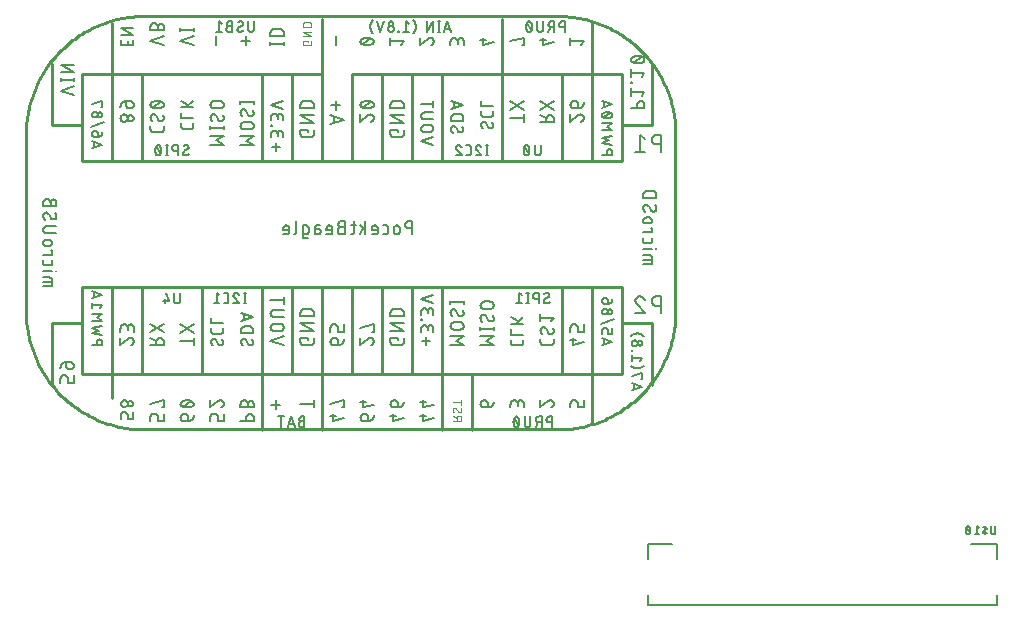
<source format=gbr>
G04 EAGLE Gerber RS-274X export*
G75*
%MOMM*%
%FSLAX34Y34*%
%LPD*%
%INSilkscreen Bottom*%
%IPPOS*%
%AMOC8*
5,1,8,0,0,1.08239X$1,22.5*%
G01*
%ADD10C,0.254000*%
%ADD11C,0.152400*%
%ADD12C,0.127000*%
%ADD13C,0.101600*%
%ADD14C,0.203200*%


D10*
X524930Y387870D02*
X174930Y387870D01*
X172514Y387899D01*
X170099Y387987D01*
X167687Y388133D01*
X165279Y388337D01*
X162876Y388599D01*
X160481Y388919D01*
X158094Y389297D01*
X155717Y389733D01*
X153352Y390226D01*
X150998Y390776D01*
X148659Y391382D01*
X146335Y392045D01*
X144028Y392764D01*
X141739Y393539D01*
X139470Y394368D01*
X137221Y395253D01*
X134994Y396191D01*
X132790Y397183D01*
X130611Y398227D01*
X128458Y399324D01*
X126332Y400473D01*
X124234Y401673D01*
X122166Y402923D01*
X120129Y404223D01*
X118124Y405572D01*
X116151Y406968D01*
X114214Y408412D01*
X112311Y409903D01*
X110446Y411438D01*
X108618Y413019D01*
X106828Y414643D01*
X105079Y416310D01*
X103370Y418019D01*
X101703Y419768D01*
X100079Y421558D01*
X98498Y423386D01*
X96963Y425251D01*
X95472Y427154D01*
X94028Y429091D01*
X92632Y431064D01*
X91283Y433069D01*
X89983Y435106D01*
X88733Y437174D01*
X87533Y439272D01*
X86384Y441398D01*
X85287Y443551D01*
X84243Y445730D01*
X83251Y447934D01*
X82313Y450161D01*
X81428Y452410D01*
X80599Y454679D01*
X79824Y456968D01*
X79105Y459275D01*
X78442Y461599D01*
X77836Y463938D01*
X77286Y466292D01*
X76793Y468657D01*
X76357Y471034D01*
X75979Y473421D01*
X75659Y475816D01*
X75397Y478219D01*
X75193Y480627D01*
X75047Y483039D01*
X74959Y485454D01*
X74930Y487870D01*
X74930Y637870D01*
X74959Y640286D01*
X75047Y642701D01*
X75193Y645113D01*
X75397Y647521D01*
X75659Y649924D01*
X75979Y652319D01*
X76357Y654706D01*
X76793Y657083D01*
X77286Y659448D01*
X77836Y661802D01*
X78442Y664141D01*
X79105Y666465D01*
X79824Y668772D01*
X80599Y671061D01*
X81428Y673330D01*
X82313Y675579D01*
X83251Y677806D01*
X84243Y680010D01*
X85287Y682189D01*
X86384Y684342D01*
X87533Y686468D01*
X88733Y688566D01*
X89983Y690634D01*
X91283Y692671D01*
X92632Y694676D01*
X94028Y696649D01*
X95472Y698586D01*
X96963Y700489D01*
X98498Y702354D01*
X100079Y704182D01*
X101703Y705972D01*
X103370Y707721D01*
X105079Y709430D01*
X106828Y711097D01*
X108618Y712721D01*
X110446Y714302D01*
X112311Y715837D01*
X114214Y717328D01*
X116151Y718772D01*
X118124Y720168D01*
X120129Y721517D01*
X122166Y722817D01*
X124234Y724067D01*
X126332Y725267D01*
X128458Y726416D01*
X130611Y727513D01*
X132790Y728557D01*
X134994Y729549D01*
X137221Y730487D01*
X139470Y731372D01*
X141739Y732201D01*
X144028Y732976D01*
X146335Y733695D01*
X148659Y734358D01*
X150998Y734964D01*
X153352Y735514D01*
X155717Y736007D01*
X158094Y736443D01*
X160481Y736821D01*
X162876Y737141D01*
X165279Y737403D01*
X167687Y737607D01*
X170099Y737753D01*
X172514Y737841D01*
X174930Y737870D01*
X524930Y737870D01*
X527346Y737841D01*
X529761Y737753D01*
X532173Y737607D01*
X534581Y737403D01*
X536984Y737141D01*
X539379Y736821D01*
X541766Y736443D01*
X544143Y736007D01*
X546508Y735514D01*
X548862Y734964D01*
X551201Y734358D01*
X553525Y733695D01*
X555832Y732976D01*
X558121Y732201D01*
X560390Y731372D01*
X562639Y730487D01*
X564866Y729549D01*
X567070Y728557D01*
X569249Y727513D01*
X571402Y726416D01*
X573528Y725267D01*
X575626Y724067D01*
X577694Y722817D01*
X579731Y721517D01*
X581736Y720168D01*
X583709Y718772D01*
X585646Y717328D01*
X587549Y715837D01*
X589414Y714302D01*
X591242Y712721D01*
X593032Y711097D01*
X594781Y709430D01*
X596490Y707721D01*
X598157Y705972D01*
X599781Y704182D01*
X601362Y702354D01*
X602897Y700489D01*
X604388Y698586D01*
X605832Y696649D01*
X607228Y694676D01*
X608577Y692671D01*
X609877Y690634D01*
X611127Y688566D01*
X612327Y686468D01*
X613476Y684342D01*
X614573Y682189D01*
X615617Y680010D01*
X616609Y677806D01*
X617547Y675579D01*
X618432Y673330D01*
X619261Y671061D01*
X620036Y668772D01*
X620755Y666465D01*
X621418Y664141D01*
X622024Y661802D01*
X622574Y659448D01*
X623067Y657083D01*
X623503Y654706D01*
X623881Y652319D01*
X624201Y649924D01*
X624463Y647521D01*
X624667Y645113D01*
X624813Y642701D01*
X624901Y640286D01*
X624930Y637870D01*
X624930Y487870D01*
X624901Y485454D01*
X624813Y483039D01*
X624667Y480627D01*
X624463Y478219D01*
X624201Y475816D01*
X623881Y473421D01*
X623503Y471034D01*
X623067Y468657D01*
X622574Y466292D01*
X622024Y463938D01*
X621418Y461599D01*
X620755Y459275D01*
X620036Y456968D01*
X619261Y454679D01*
X618432Y452410D01*
X617547Y450161D01*
X616609Y447934D01*
X615617Y445730D01*
X614573Y443551D01*
X613476Y441398D01*
X612327Y439272D01*
X611127Y437174D01*
X609877Y435106D01*
X608577Y433069D01*
X607228Y431064D01*
X605832Y429091D01*
X604388Y427154D01*
X602897Y425251D01*
X601362Y423386D01*
X599781Y421558D01*
X598157Y419768D01*
X596490Y418019D01*
X594781Y416310D01*
X593032Y414643D01*
X591242Y413019D01*
X589414Y411438D01*
X587549Y409903D01*
X585646Y408412D01*
X583709Y406968D01*
X581736Y405572D01*
X579731Y404223D01*
X577694Y402923D01*
X575626Y401673D01*
X573528Y400473D01*
X571402Y399324D01*
X569249Y398227D01*
X567070Y397183D01*
X564866Y396191D01*
X562639Y395253D01*
X560390Y394368D01*
X558121Y393539D01*
X555832Y392764D01*
X553525Y392045D01*
X551201Y391382D01*
X548862Y390776D01*
X546508Y390226D01*
X544143Y389733D01*
X541766Y389297D01*
X539379Y388919D01*
X536984Y388599D01*
X534581Y388337D01*
X532173Y388133D01*
X529761Y387987D01*
X527346Y387899D01*
X524930Y387870D01*
D11*
X402251Y553212D02*
X402251Y564388D01*
X399147Y564388D01*
X399036Y564386D01*
X398926Y564380D01*
X398815Y564370D01*
X398705Y564356D01*
X398596Y564339D01*
X398487Y564317D01*
X398379Y564292D01*
X398273Y564262D01*
X398167Y564229D01*
X398062Y564192D01*
X397959Y564152D01*
X397858Y564107D01*
X397758Y564060D01*
X397659Y564008D01*
X397563Y563953D01*
X397469Y563895D01*
X397377Y563834D01*
X397287Y563769D01*
X397199Y563701D01*
X397114Y563630D01*
X397032Y563556D01*
X396952Y563479D01*
X396875Y563399D01*
X396801Y563317D01*
X396730Y563232D01*
X396662Y563144D01*
X396597Y563054D01*
X396536Y562962D01*
X396478Y562868D01*
X396423Y562772D01*
X396371Y562673D01*
X396324Y562573D01*
X396279Y562472D01*
X396239Y562369D01*
X396202Y562264D01*
X396169Y562158D01*
X396139Y562052D01*
X396114Y561944D01*
X396092Y561835D01*
X396075Y561726D01*
X396061Y561616D01*
X396051Y561505D01*
X396045Y561395D01*
X396043Y561284D01*
X396045Y561173D01*
X396051Y561063D01*
X396061Y560952D01*
X396075Y560842D01*
X396092Y560733D01*
X396114Y560624D01*
X396139Y560516D01*
X396169Y560410D01*
X396202Y560304D01*
X396239Y560199D01*
X396279Y560096D01*
X396324Y559995D01*
X396371Y559895D01*
X396423Y559796D01*
X396478Y559700D01*
X396536Y559606D01*
X396597Y559514D01*
X396662Y559424D01*
X396730Y559336D01*
X396801Y559251D01*
X396875Y559169D01*
X396952Y559089D01*
X397032Y559012D01*
X397114Y558938D01*
X397199Y558867D01*
X397287Y558799D01*
X397377Y558734D01*
X397469Y558673D01*
X397563Y558615D01*
X397659Y558560D01*
X397758Y558508D01*
X397858Y558461D01*
X397959Y558416D01*
X398062Y558376D01*
X398167Y558339D01*
X398273Y558306D01*
X398379Y558276D01*
X398487Y558251D01*
X398596Y558229D01*
X398705Y558212D01*
X398815Y558198D01*
X398926Y558188D01*
X399036Y558182D01*
X399147Y558180D01*
X399147Y558179D02*
X402251Y558179D01*
X391555Y558179D02*
X391555Y555696D01*
X391555Y558179D02*
X391553Y558278D01*
X391547Y558376D01*
X391537Y558475D01*
X391524Y558572D01*
X391506Y558670D01*
X391485Y558766D01*
X391459Y558862D01*
X391430Y558956D01*
X391398Y559049D01*
X391361Y559141D01*
X391321Y559231D01*
X391277Y559320D01*
X391230Y559407D01*
X391180Y559492D01*
X391126Y559574D01*
X391069Y559655D01*
X391009Y559733D01*
X390945Y559809D01*
X390879Y559882D01*
X390810Y559953D01*
X390738Y560021D01*
X390663Y560085D01*
X390586Y560147D01*
X390507Y560206D01*
X390425Y560261D01*
X390341Y560314D01*
X390256Y560362D01*
X390168Y560408D01*
X390078Y560450D01*
X389987Y560488D01*
X389895Y560522D01*
X389801Y560553D01*
X389706Y560580D01*
X389610Y560604D01*
X389513Y560623D01*
X389416Y560639D01*
X389318Y560651D01*
X389219Y560659D01*
X389120Y560663D01*
X389022Y560663D01*
X388923Y560659D01*
X388824Y560651D01*
X388726Y560639D01*
X388629Y560623D01*
X388532Y560604D01*
X388436Y560580D01*
X388341Y560553D01*
X388247Y560522D01*
X388155Y560488D01*
X388064Y560450D01*
X387974Y560408D01*
X387886Y560362D01*
X387801Y560314D01*
X387717Y560261D01*
X387635Y560206D01*
X387556Y560147D01*
X387479Y560085D01*
X387404Y560021D01*
X387332Y559953D01*
X387263Y559882D01*
X387197Y559809D01*
X387133Y559733D01*
X387073Y559655D01*
X387016Y559574D01*
X386962Y559492D01*
X386912Y559407D01*
X386865Y559320D01*
X386821Y559231D01*
X386781Y559141D01*
X386744Y559049D01*
X386712Y558956D01*
X386683Y558862D01*
X386657Y558766D01*
X386636Y558670D01*
X386618Y558572D01*
X386605Y558475D01*
X386595Y558376D01*
X386589Y558278D01*
X386587Y558179D01*
X386588Y558179D02*
X386588Y555696D01*
X386587Y555696D02*
X386589Y555597D01*
X386595Y555499D01*
X386605Y555400D01*
X386618Y555303D01*
X386636Y555205D01*
X386657Y555109D01*
X386683Y555013D01*
X386712Y554919D01*
X386744Y554826D01*
X386781Y554734D01*
X386821Y554644D01*
X386865Y554555D01*
X386912Y554468D01*
X386962Y554383D01*
X387016Y554301D01*
X387073Y554220D01*
X387133Y554142D01*
X387197Y554066D01*
X387263Y553993D01*
X387332Y553922D01*
X387404Y553854D01*
X387479Y553790D01*
X387556Y553728D01*
X387635Y553669D01*
X387717Y553614D01*
X387801Y553561D01*
X387886Y553513D01*
X387974Y553467D01*
X388064Y553425D01*
X388155Y553387D01*
X388247Y553353D01*
X388341Y553322D01*
X388436Y553295D01*
X388532Y553271D01*
X388629Y553252D01*
X388726Y553236D01*
X388824Y553224D01*
X388923Y553216D01*
X389022Y553212D01*
X389120Y553212D01*
X389219Y553216D01*
X389318Y553224D01*
X389416Y553236D01*
X389513Y553252D01*
X389610Y553271D01*
X389706Y553295D01*
X389801Y553322D01*
X389895Y553353D01*
X389987Y553387D01*
X390078Y553425D01*
X390168Y553467D01*
X390256Y553513D01*
X390341Y553561D01*
X390425Y553614D01*
X390507Y553669D01*
X390586Y553728D01*
X390663Y553790D01*
X390738Y553854D01*
X390810Y553922D01*
X390879Y553993D01*
X390945Y554066D01*
X391009Y554142D01*
X391069Y554220D01*
X391126Y554301D01*
X391180Y554383D01*
X391230Y554468D01*
X391277Y554555D01*
X391321Y554644D01*
X391361Y554734D01*
X391398Y554826D01*
X391430Y554919D01*
X391459Y555013D01*
X391485Y555109D01*
X391506Y555205D01*
X391524Y555303D01*
X391537Y555400D01*
X391547Y555499D01*
X391553Y555597D01*
X391555Y555696D01*
X379770Y553212D02*
X377286Y553212D01*
X379770Y553212D02*
X379854Y553214D01*
X379937Y553220D01*
X380020Y553229D01*
X380103Y553242D01*
X380185Y553259D01*
X380266Y553279D01*
X380346Y553303D01*
X380425Y553331D01*
X380502Y553362D01*
X380578Y553396D01*
X380653Y553434D01*
X380726Y553476D01*
X380796Y553520D01*
X380865Y553568D01*
X380932Y553618D01*
X380996Y553672D01*
X381057Y553728D01*
X381117Y553788D01*
X381173Y553849D01*
X381227Y553913D01*
X381277Y553980D01*
X381325Y554049D01*
X381369Y554119D01*
X381411Y554192D01*
X381449Y554267D01*
X381483Y554343D01*
X381514Y554420D01*
X381542Y554499D01*
X381566Y554579D01*
X381586Y554660D01*
X381603Y554742D01*
X381616Y554825D01*
X381626Y554908D01*
X381631Y554991D01*
X381633Y555075D01*
X381632Y555075D02*
X381632Y558800D01*
X381633Y558800D02*
X381631Y558884D01*
X381626Y558967D01*
X381616Y559050D01*
X381603Y559133D01*
X381586Y559215D01*
X381566Y559296D01*
X381542Y559376D01*
X381514Y559455D01*
X381483Y559532D01*
X381449Y559608D01*
X381411Y559683D01*
X381369Y559756D01*
X381325Y559826D01*
X381277Y559895D01*
X381227Y559962D01*
X381173Y560026D01*
X381117Y560087D01*
X381057Y560147D01*
X380996Y560203D01*
X380932Y560257D01*
X380865Y560307D01*
X380796Y560355D01*
X380726Y560399D01*
X380653Y560441D01*
X380578Y560479D01*
X380502Y560513D01*
X380425Y560544D01*
X380346Y560572D01*
X380266Y560596D01*
X380185Y560616D01*
X380103Y560633D01*
X380020Y560646D01*
X379937Y560656D01*
X379854Y560661D01*
X379770Y560663D01*
X377286Y560663D01*
X371023Y553212D02*
X367919Y553212D01*
X371023Y553212D02*
X371107Y553214D01*
X371190Y553220D01*
X371273Y553229D01*
X371356Y553242D01*
X371438Y553259D01*
X371519Y553279D01*
X371599Y553303D01*
X371678Y553331D01*
X371755Y553362D01*
X371831Y553396D01*
X371906Y553434D01*
X371979Y553476D01*
X372049Y553520D01*
X372118Y553568D01*
X372185Y553618D01*
X372249Y553672D01*
X372310Y553728D01*
X372370Y553788D01*
X372426Y553849D01*
X372480Y553913D01*
X372530Y553980D01*
X372578Y554049D01*
X372622Y554119D01*
X372664Y554192D01*
X372702Y554267D01*
X372736Y554343D01*
X372767Y554420D01*
X372795Y554499D01*
X372819Y554579D01*
X372839Y554660D01*
X372856Y554742D01*
X372869Y554825D01*
X372879Y554908D01*
X372884Y554991D01*
X372886Y555075D01*
X372886Y558179D01*
X372884Y558278D01*
X372878Y558376D01*
X372868Y558475D01*
X372855Y558572D01*
X372837Y558670D01*
X372816Y558766D01*
X372790Y558862D01*
X372761Y558956D01*
X372729Y559049D01*
X372692Y559141D01*
X372652Y559231D01*
X372608Y559320D01*
X372561Y559407D01*
X372511Y559492D01*
X372457Y559574D01*
X372400Y559655D01*
X372340Y559733D01*
X372276Y559809D01*
X372210Y559882D01*
X372141Y559953D01*
X372069Y560021D01*
X371994Y560085D01*
X371917Y560147D01*
X371838Y560206D01*
X371756Y560261D01*
X371672Y560314D01*
X371587Y560362D01*
X371499Y560408D01*
X371409Y560450D01*
X371318Y560488D01*
X371226Y560522D01*
X371132Y560553D01*
X371037Y560580D01*
X370941Y560604D01*
X370844Y560623D01*
X370747Y560639D01*
X370649Y560651D01*
X370550Y560659D01*
X370451Y560663D01*
X370353Y560663D01*
X370254Y560659D01*
X370155Y560651D01*
X370057Y560639D01*
X369960Y560623D01*
X369863Y560604D01*
X369767Y560580D01*
X369672Y560553D01*
X369578Y560522D01*
X369486Y560488D01*
X369395Y560450D01*
X369305Y560408D01*
X369217Y560362D01*
X369132Y560314D01*
X369048Y560261D01*
X368966Y560206D01*
X368887Y560147D01*
X368810Y560085D01*
X368735Y560021D01*
X368663Y559953D01*
X368594Y559882D01*
X368528Y559809D01*
X368464Y559733D01*
X368404Y559655D01*
X368347Y559574D01*
X368293Y559492D01*
X368243Y559407D01*
X368196Y559320D01*
X368152Y559231D01*
X368112Y559141D01*
X368075Y559049D01*
X368043Y558956D01*
X368014Y558862D01*
X367988Y558766D01*
X367967Y558670D01*
X367949Y558572D01*
X367936Y558475D01*
X367926Y558376D01*
X367920Y558278D01*
X367918Y558179D01*
X367919Y558179D02*
X367919Y556937D01*
X372886Y556937D01*
X362430Y553212D02*
X362430Y564388D01*
X357462Y560663D02*
X362430Y556937D01*
X360256Y558490D02*
X357462Y553212D01*
X354092Y560663D02*
X350367Y560663D01*
X352851Y564388D02*
X352851Y555075D01*
X352849Y554991D01*
X352843Y554908D01*
X352834Y554825D01*
X352821Y554742D01*
X352804Y554660D01*
X352784Y554579D01*
X352760Y554499D01*
X352732Y554420D01*
X352701Y554343D01*
X352667Y554267D01*
X352629Y554192D01*
X352587Y554119D01*
X352543Y554049D01*
X352495Y553980D01*
X352445Y553913D01*
X352391Y553849D01*
X352335Y553788D01*
X352275Y553728D01*
X352214Y553672D01*
X352150Y553618D01*
X352083Y553568D01*
X352014Y553520D01*
X351944Y553476D01*
X351871Y553434D01*
X351796Y553396D01*
X351720Y553362D01*
X351643Y553331D01*
X351564Y553303D01*
X351484Y553279D01*
X351403Y553259D01*
X351321Y553242D01*
X351238Y553229D01*
X351155Y553219D01*
X351072Y553214D01*
X350988Y553212D01*
X350367Y553212D01*
X345101Y559421D02*
X341997Y559421D01*
X341997Y559420D02*
X341886Y559418D01*
X341776Y559412D01*
X341665Y559402D01*
X341555Y559388D01*
X341446Y559371D01*
X341337Y559349D01*
X341229Y559324D01*
X341123Y559294D01*
X341017Y559261D01*
X340912Y559224D01*
X340809Y559184D01*
X340708Y559139D01*
X340608Y559092D01*
X340509Y559040D01*
X340413Y558985D01*
X340319Y558927D01*
X340227Y558866D01*
X340137Y558801D01*
X340049Y558733D01*
X339964Y558662D01*
X339882Y558588D01*
X339802Y558511D01*
X339725Y558431D01*
X339651Y558349D01*
X339580Y558264D01*
X339512Y558176D01*
X339447Y558086D01*
X339386Y557994D01*
X339328Y557900D01*
X339273Y557804D01*
X339221Y557705D01*
X339174Y557605D01*
X339129Y557504D01*
X339089Y557401D01*
X339052Y557296D01*
X339019Y557190D01*
X338989Y557084D01*
X338964Y556976D01*
X338942Y556867D01*
X338925Y556758D01*
X338911Y556648D01*
X338901Y556537D01*
X338895Y556427D01*
X338893Y556316D01*
X338895Y556205D01*
X338901Y556095D01*
X338911Y555984D01*
X338925Y555874D01*
X338942Y555765D01*
X338964Y555656D01*
X338989Y555548D01*
X339019Y555442D01*
X339052Y555336D01*
X339089Y555231D01*
X339129Y555128D01*
X339174Y555027D01*
X339221Y554927D01*
X339273Y554828D01*
X339328Y554732D01*
X339386Y554638D01*
X339447Y554546D01*
X339512Y554456D01*
X339580Y554368D01*
X339651Y554283D01*
X339725Y554201D01*
X339802Y554121D01*
X339882Y554044D01*
X339964Y553970D01*
X340049Y553899D01*
X340137Y553831D01*
X340227Y553766D01*
X340319Y553705D01*
X340413Y553647D01*
X340509Y553592D01*
X340608Y553540D01*
X340708Y553493D01*
X340809Y553448D01*
X340912Y553408D01*
X341017Y553371D01*
X341123Y553338D01*
X341229Y553308D01*
X341337Y553283D01*
X341446Y553261D01*
X341555Y553244D01*
X341665Y553230D01*
X341776Y553220D01*
X341886Y553214D01*
X341997Y553212D01*
X345101Y553212D01*
X345101Y564388D01*
X341997Y564388D01*
X341898Y564386D01*
X341800Y564380D01*
X341701Y564370D01*
X341604Y564357D01*
X341506Y564339D01*
X341410Y564318D01*
X341314Y564292D01*
X341220Y564263D01*
X341127Y564231D01*
X341035Y564194D01*
X340945Y564154D01*
X340856Y564110D01*
X340769Y564063D01*
X340684Y564013D01*
X340602Y563959D01*
X340521Y563902D01*
X340443Y563842D01*
X340367Y563778D01*
X340294Y563712D01*
X340223Y563643D01*
X340155Y563571D01*
X340091Y563496D01*
X340029Y563419D01*
X339970Y563340D01*
X339915Y563258D01*
X339862Y563174D01*
X339814Y563089D01*
X339768Y563001D01*
X339726Y562911D01*
X339688Y562820D01*
X339654Y562728D01*
X339623Y562634D01*
X339596Y562539D01*
X339572Y562443D01*
X339553Y562346D01*
X339537Y562249D01*
X339525Y562151D01*
X339517Y562052D01*
X339513Y561953D01*
X339513Y561855D01*
X339517Y561756D01*
X339525Y561657D01*
X339537Y561559D01*
X339553Y561462D01*
X339572Y561365D01*
X339596Y561269D01*
X339623Y561174D01*
X339654Y561080D01*
X339688Y560988D01*
X339726Y560897D01*
X339768Y560807D01*
X339814Y560719D01*
X339862Y560634D01*
X339915Y560550D01*
X339970Y560468D01*
X340029Y560389D01*
X340091Y560312D01*
X340155Y560237D01*
X340223Y560165D01*
X340294Y560096D01*
X340367Y560030D01*
X340443Y559966D01*
X340521Y559906D01*
X340602Y559849D01*
X340684Y559795D01*
X340769Y559745D01*
X340856Y559698D01*
X340945Y559654D01*
X341035Y559614D01*
X341127Y559577D01*
X341220Y559545D01*
X341314Y559516D01*
X341410Y559490D01*
X341506Y559469D01*
X341604Y559451D01*
X341701Y559438D01*
X341800Y559428D01*
X341898Y559422D01*
X341997Y559420D01*
X332542Y553212D02*
X329438Y553212D01*
X332542Y553212D02*
X332626Y553214D01*
X332709Y553220D01*
X332792Y553229D01*
X332875Y553242D01*
X332957Y553259D01*
X333038Y553279D01*
X333118Y553303D01*
X333197Y553331D01*
X333274Y553362D01*
X333350Y553396D01*
X333425Y553434D01*
X333498Y553476D01*
X333568Y553520D01*
X333637Y553568D01*
X333704Y553618D01*
X333768Y553672D01*
X333829Y553728D01*
X333889Y553788D01*
X333945Y553849D01*
X333999Y553913D01*
X334049Y553980D01*
X334097Y554049D01*
X334141Y554119D01*
X334183Y554192D01*
X334221Y554267D01*
X334255Y554343D01*
X334286Y554420D01*
X334314Y554499D01*
X334338Y554579D01*
X334358Y554660D01*
X334375Y554742D01*
X334388Y554825D01*
X334398Y554908D01*
X334403Y554991D01*
X334405Y555075D01*
X334405Y558179D01*
X334403Y558278D01*
X334397Y558376D01*
X334387Y558475D01*
X334374Y558572D01*
X334356Y558670D01*
X334335Y558766D01*
X334309Y558862D01*
X334280Y558956D01*
X334248Y559049D01*
X334211Y559141D01*
X334171Y559231D01*
X334127Y559320D01*
X334080Y559407D01*
X334030Y559492D01*
X333976Y559574D01*
X333919Y559655D01*
X333859Y559733D01*
X333795Y559809D01*
X333729Y559882D01*
X333660Y559953D01*
X333588Y560021D01*
X333513Y560085D01*
X333436Y560147D01*
X333357Y560206D01*
X333275Y560261D01*
X333191Y560314D01*
X333106Y560362D01*
X333018Y560408D01*
X332928Y560450D01*
X332837Y560488D01*
X332745Y560522D01*
X332651Y560553D01*
X332556Y560580D01*
X332460Y560604D01*
X332363Y560623D01*
X332266Y560639D01*
X332168Y560651D01*
X332069Y560659D01*
X331970Y560663D01*
X331872Y560663D01*
X331773Y560659D01*
X331674Y560651D01*
X331576Y560639D01*
X331479Y560623D01*
X331382Y560604D01*
X331286Y560580D01*
X331191Y560553D01*
X331097Y560522D01*
X331005Y560488D01*
X330914Y560450D01*
X330824Y560408D01*
X330736Y560362D01*
X330651Y560314D01*
X330567Y560261D01*
X330485Y560206D01*
X330406Y560147D01*
X330329Y560085D01*
X330254Y560021D01*
X330182Y559953D01*
X330113Y559882D01*
X330047Y559809D01*
X329983Y559733D01*
X329923Y559655D01*
X329866Y559574D01*
X329812Y559492D01*
X329762Y559407D01*
X329715Y559320D01*
X329671Y559231D01*
X329631Y559141D01*
X329594Y559049D01*
X329562Y558956D01*
X329533Y558862D01*
X329507Y558766D01*
X329486Y558670D01*
X329468Y558572D01*
X329455Y558475D01*
X329445Y558376D01*
X329439Y558278D01*
X329437Y558179D01*
X329438Y558179D02*
X329438Y556937D01*
X334405Y556937D01*
X322400Y557558D02*
X319606Y557558D01*
X322400Y557558D02*
X322492Y557556D01*
X322584Y557550D01*
X322676Y557540D01*
X322767Y557527D01*
X322858Y557509D01*
X322948Y557488D01*
X323036Y557463D01*
X323124Y557434D01*
X323210Y557401D01*
X323295Y557365D01*
X323378Y557325D01*
X323460Y557282D01*
X323539Y557235D01*
X323617Y557185D01*
X323692Y557132D01*
X323765Y557076D01*
X323836Y557016D01*
X323904Y556954D01*
X323969Y556889D01*
X324031Y556821D01*
X324091Y556750D01*
X324147Y556677D01*
X324200Y556602D01*
X324250Y556524D01*
X324297Y556445D01*
X324340Y556363D01*
X324380Y556280D01*
X324416Y556195D01*
X324449Y556109D01*
X324478Y556021D01*
X324503Y555933D01*
X324524Y555843D01*
X324542Y555752D01*
X324555Y555661D01*
X324565Y555569D01*
X324571Y555477D01*
X324573Y555385D01*
X324571Y555293D01*
X324565Y555201D01*
X324555Y555109D01*
X324542Y555018D01*
X324524Y554927D01*
X324503Y554837D01*
X324478Y554749D01*
X324449Y554661D01*
X324416Y554575D01*
X324380Y554490D01*
X324340Y554407D01*
X324297Y554325D01*
X324250Y554246D01*
X324200Y554168D01*
X324147Y554093D01*
X324091Y554020D01*
X324031Y553949D01*
X323969Y553881D01*
X323904Y553816D01*
X323836Y553754D01*
X323765Y553694D01*
X323692Y553638D01*
X323617Y553585D01*
X323539Y553535D01*
X323460Y553488D01*
X323378Y553445D01*
X323295Y553405D01*
X323210Y553369D01*
X323124Y553336D01*
X323036Y553307D01*
X322948Y553282D01*
X322858Y553261D01*
X322767Y553243D01*
X322676Y553230D01*
X322584Y553220D01*
X322492Y553214D01*
X322400Y553212D01*
X319606Y553212D01*
X319606Y558800D01*
X319605Y558800D02*
X319607Y558884D01*
X319613Y558967D01*
X319622Y559050D01*
X319635Y559133D01*
X319652Y559215D01*
X319672Y559296D01*
X319696Y559376D01*
X319724Y559455D01*
X319755Y559532D01*
X319789Y559608D01*
X319827Y559683D01*
X319869Y559756D01*
X319913Y559826D01*
X319961Y559895D01*
X320011Y559962D01*
X320065Y560026D01*
X320121Y560087D01*
X320181Y560147D01*
X320242Y560203D01*
X320306Y560257D01*
X320373Y560307D01*
X320442Y560355D01*
X320512Y560399D01*
X320585Y560441D01*
X320660Y560479D01*
X320736Y560513D01*
X320813Y560544D01*
X320892Y560572D01*
X320972Y560596D01*
X321053Y560616D01*
X321135Y560633D01*
X321218Y560646D01*
X321301Y560656D01*
X321384Y560661D01*
X321468Y560663D01*
X323952Y560663D01*
X312423Y553212D02*
X309319Y553212D01*
X312423Y553212D02*
X312507Y553214D01*
X312590Y553220D01*
X312673Y553229D01*
X312756Y553242D01*
X312838Y553259D01*
X312919Y553279D01*
X312999Y553303D01*
X313078Y553331D01*
X313155Y553362D01*
X313231Y553396D01*
X313306Y553434D01*
X313379Y553476D01*
X313449Y553520D01*
X313518Y553568D01*
X313585Y553618D01*
X313649Y553672D01*
X313710Y553728D01*
X313770Y553788D01*
X313826Y553849D01*
X313880Y553913D01*
X313930Y553980D01*
X313978Y554049D01*
X314022Y554119D01*
X314064Y554192D01*
X314102Y554267D01*
X314136Y554343D01*
X314167Y554420D01*
X314195Y554499D01*
X314219Y554579D01*
X314239Y554660D01*
X314256Y554742D01*
X314269Y554825D01*
X314279Y554908D01*
X314284Y554991D01*
X314286Y555075D01*
X314286Y558800D01*
X314284Y558884D01*
X314279Y558967D01*
X314269Y559050D01*
X314256Y559133D01*
X314239Y559215D01*
X314219Y559296D01*
X314195Y559376D01*
X314167Y559455D01*
X314136Y559532D01*
X314102Y559608D01*
X314064Y559683D01*
X314022Y559756D01*
X313978Y559826D01*
X313930Y559895D01*
X313880Y559962D01*
X313826Y560026D01*
X313770Y560087D01*
X313710Y560147D01*
X313649Y560203D01*
X313585Y560257D01*
X313518Y560307D01*
X313449Y560355D01*
X313379Y560399D01*
X313306Y560441D01*
X313231Y560479D01*
X313155Y560513D01*
X313078Y560544D01*
X312999Y560572D01*
X312919Y560596D01*
X312838Y560616D01*
X312756Y560633D01*
X312673Y560646D01*
X312590Y560656D01*
X312507Y560661D01*
X312423Y560663D01*
X309319Y560663D01*
X309319Y551349D01*
X309318Y551349D02*
X309320Y551265D01*
X309325Y551182D01*
X309335Y551099D01*
X309348Y551016D01*
X309365Y550934D01*
X309385Y550853D01*
X309409Y550773D01*
X309437Y550694D01*
X309468Y550617D01*
X309502Y550541D01*
X309540Y550466D01*
X309582Y550393D01*
X309626Y550323D01*
X309674Y550254D01*
X309724Y550187D01*
X309778Y550123D01*
X309834Y550062D01*
X309894Y550002D01*
X309955Y549946D01*
X310019Y549892D01*
X310086Y549842D01*
X310155Y549794D01*
X310225Y549750D01*
X310298Y549708D01*
X310373Y549670D01*
X310449Y549636D01*
X310526Y549605D01*
X310605Y549577D01*
X310685Y549553D01*
X310766Y549533D01*
X310848Y549516D01*
X310931Y549503D01*
X311014Y549493D01*
X311097Y549488D01*
X311181Y549486D01*
X311181Y549487D02*
X313665Y549487D01*
X303833Y555075D02*
X303833Y564388D01*
X303834Y555075D02*
X303832Y554989D01*
X303826Y554903D01*
X303816Y554818D01*
X303802Y554733D01*
X303785Y554648D01*
X303763Y554565D01*
X303737Y554483D01*
X303708Y554402D01*
X303675Y554323D01*
X303639Y554245D01*
X303599Y554168D01*
X303555Y554094D01*
X303508Y554022D01*
X303458Y553952D01*
X303404Y553885D01*
X303348Y553820D01*
X303288Y553758D01*
X303226Y553698D01*
X303161Y553642D01*
X303094Y553588D01*
X303024Y553538D01*
X302952Y553491D01*
X302878Y553447D01*
X302801Y553407D01*
X302724Y553371D01*
X302644Y553338D01*
X302563Y553309D01*
X302481Y553283D01*
X302398Y553261D01*
X302313Y553244D01*
X302228Y553230D01*
X302143Y553220D01*
X302057Y553214D01*
X301971Y553212D01*
X295966Y553212D02*
X292862Y553212D01*
X295966Y553212D02*
X296050Y553214D01*
X296133Y553220D01*
X296216Y553229D01*
X296299Y553242D01*
X296381Y553259D01*
X296462Y553279D01*
X296542Y553303D01*
X296621Y553331D01*
X296698Y553362D01*
X296774Y553396D01*
X296849Y553434D01*
X296922Y553476D01*
X296992Y553520D01*
X297061Y553568D01*
X297128Y553618D01*
X297192Y553672D01*
X297253Y553728D01*
X297313Y553788D01*
X297369Y553849D01*
X297423Y553913D01*
X297473Y553980D01*
X297521Y554049D01*
X297565Y554119D01*
X297607Y554192D01*
X297645Y554267D01*
X297679Y554343D01*
X297710Y554420D01*
X297738Y554499D01*
X297762Y554579D01*
X297782Y554660D01*
X297799Y554742D01*
X297812Y554825D01*
X297822Y554908D01*
X297827Y554991D01*
X297829Y555075D01*
X297829Y558179D01*
X297830Y558179D02*
X297828Y558278D01*
X297822Y558376D01*
X297812Y558475D01*
X297799Y558572D01*
X297781Y558670D01*
X297760Y558766D01*
X297734Y558862D01*
X297705Y558956D01*
X297673Y559049D01*
X297636Y559141D01*
X297596Y559231D01*
X297552Y559320D01*
X297505Y559407D01*
X297455Y559492D01*
X297401Y559574D01*
X297344Y559655D01*
X297284Y559733D01*
X297220Y559809D01*
X297154Y559882D01*
X297085Y559953D01*
X297013Y560021D01*
X296938Y560085D01*
X296861Y560147D01*
X296782Y560206D01*
X296700Y560261D01*
X296616Y560314D01*
X296531Y560362D01*
X296443Y560408D01*
X296353Y560450D01*
X296262Y560488D01*
X296170Y560522D01*
X296076Y560553D01*
X295981Y560580D01*
X295885Y560604D01*
X295788Y560623D01*
X295691Y560639D01*
X295593Y560651D01*
X295494Y560659D01*
X295395Y560663D01*
X295297Y560663D01*
X295198Y560659D01*
X295099Y560651D01*
X295001Y560639D01*
X294904Y560623D01*
X294807Y560604D01*
X294711Y560580D01*
X294616Y560553D01*
X294522Y560522D01*
X294430Y560488D01*
X294339Y560450D01*
X294249Y560408D01*
X294161Y560362D01*
X294076Y560314D01*
X293992Y560261D01*
X293910Y560206D01*
X293831Y560147D01*
X293754Y560085D01*
X293679Y560021D01*
X293607Y559953D01*
X293538Y559882D01*
X293472Y559809D01*
X293408Y559733D01*
X293348Y559655D01*
X293291Y559574D01*
X293237Y559492D01*
X293187Y559407D01*
X293140Y559320D01*
X293096Y559231D01*
X293056Y559141D01*
X293019Y559049D01*
X292987Y558956D01*
X292958Y558862D01*
X292932Y558766D01*
X292911Y558670D01*
X292893Y558572D01*
X292880Y558475D01*
X292870Y558376D01*
X292864Y558278D01*
X292862Y558179D01*
X292862Y556937D01*
X297829Y556937D01*
X97113Y509051D02*
X89662Y509051D01*
X97113Y509051D02*
X97113Y514639D01*
X97111Y514723D01*
X97106Y514806D01*
X97096Y514889D01*
X97083Y514972D01*
X97066Y515054D01*
X97046Y515135D01*
X97022Y515215D01*
X96994Y515294D01*
X96963Y515371D01*
X96929Y515447D01*
X96891Y515522D01*
X96849Y515595D01*
X96805Y515665D01*
X96757Y515734D01*
X96707Y515801D01*
X96653Y515865D01*
X96597Y515926D01*
X96537Y515986D01*
X96476Y516042D01*
X96412Y516096D01*
X96345Y516146D01*
X96276Y516194D01*
X96206Y516238D01*
X96133Y516280D01*
X96058Y516318D01*
X95982Y516352D01*
X95905Y516383D01*
X95826Y516411D01*
X95746Y516435D01*
X95665Y516455D01*
X95583Y516472D01*
X95500Y516485D01*
X95417Y516495D01*
X95334Y516500D01*
X95250Y516502D01*
X89662Y516502D01*
X89662Y512777D02*
X97113Y512777D01*
X97113Y521921D02*
X89662Y521921D01*
X100217Y521610D02*
X100838Y521610D01*
X100838Y522231D01*
X100217Y522231D01*
X100217Y521610D01*
X89662Y528555D02*
X89662Y531039D01*
X89662Y528555D02*
X89664Y528471D01*
X89669Y528388D01*
X89679Y528305D01*
X89692Y528222D01*
X89709Y528140D01*
X89729Y528059D01*
X89753Y527979D01*
X89781Y527900D01*
X89812Y527823D01*
X89846Y527747D01*
X89884Y527672D01*
X89926Y527599D01*
X89970Y527529D01*
X90018Y527460D01*
X90068Y527393D01*
X90122Y527329D01*
X90178Y527268D01*
X90238Y527208D01*
X90299Y527152D01*
X90363Y527098D01*
X90430Y527048D01*
X90499Y527000D01*
X90569Y526956D01*
X90642Y526914D01*
X90717Y526876D01*
X90793Y526842D01*
X90870Y526811D01*
X90949Y526783D01*
X91029Y526759D01*
X91110Y526739D01*
X91192Y526722D01*
X91275Y526709D01*
X91358Y526699D01*
X91441Y526694D01*
X91525Y526692D01*
X91525Y526693D02*
X95250Y526693D01*
X95250Y526692D02*
X95334Y526694D01*
X95417Y526700D01*
X95500Y526709D01*
X95583Y526722D01*
X95665Y526739D01*
X95746Y526759D01*
X95826Y526783D01*
X95905Y526811D01*
X95982Y526842D01*
X96058Y526876D01*
X96133Y526914D01*
X96206Y526956D01*
X96276Y527000D01*
X96345Y527048D01*
X96412Y527098D01*
X96476Y527152D01*
X96537Y527208D01*
X96597Y527268D01*
X96653Y527329D01*
X96707Y527393D01*
X96757Y527460D01*
X96805Y527529D01*
X96849Y527599D01*
X96891Y527672D01*
X96929Y527747D01*
X96963Y527823D01*
X96994Y527900D01*
X97022Y527979D01*
X97046Y528059D01*
X97066Y528140D01*
X97083Y528222D01*
X97096Y528305D01*
X97106Y528388D01*
X97111Y528471D01*
X97113Y528555D01*
X97113Y531039D01*
X97113Y535903D02*
X89662Y535903D01*
X97113Y535903D02*
X97113Y539628D01*
X95871Y539628D01*
X94629Y543440D02*
X92146Y543440D01*
X94629Y543440D02*
X94728Y543442D01*
X94826Y543448D01*
X94925Y543458D01*
X95022Y543471D01*
X95120Y543489D01*
X95216Y543510D01*
X95312Y543536D01*
X95406Y543565D01*
X95499Y543597D01*
X95591Y543634D01*
X95681Y543674D01*
X95770Y543718D01*
X95857Y543765D01*
X95942Y543815D01*
X96024Y543869D01*
X96105Y543926D01*
X96183Y543986D01*
X96259Y544050D01*
X96332Y544116D01*
X96403Y544185D01*
X96471Y544257D01*
X96535Y544332D01*
X96597Y544409D01*
X96656Y544488D01*
X96711Y544570D01*
X96764Y544654D01*
X96812Y544739D01*
X96858Y544827D01*
X96900Y544917D01*
X96938Y545008D01*
X96972Y545100D01*
X97003Y545194D01*
X97030Y545289D01*
X97054Y545385D01*
X97073Y545482D01*
X97089Y545579D01*
X97101Y545677D01*
X97109Y545776D01*
X97113Y545875D01*
X97113Y545973D01*
X97109Y546072D01*
X97101Y546171D01*
X97089Y546269D01*
X97073Y546366D01*
X97054Y546463D01*
X97030Y546559D01*
X97003Y546654D01*
X96972Y546748D01*
X96938Y546840D01*
X96900Y546931D01*
X96858Y547021D01*
X96812Y547109D01*
X96764Y547194D01*
X96711Y547278D01*
X96656Y547360D01*
X96597Y547439D01*
X96535Y547516D01*
X96471Y547591D01*
X96403Y547663D01*
X96332Y547732D01*
X96259Y547798D01*
X96183Y547862D01*
X96105Y547922D01*
X96024Y547979D01*
X95942Y548033D01*
X95857Y548083D01*
X95770Y548130D01*
X95681Y548174D01*
X95591Y548214D01*
X95499Y548251D01*
X95406Y548283D01*
X95312Y548312D01*
X95216Y548338D01*
X95120Y548359D01*
X95022Y548377D01*
X94925Y548390D01*
X94826Y548400D01*
X94728Y548406D01*
X94629Y548408D01*
X94629Y548407D02*
X92146Y548407D01*
X92146Y548408D02*
X92047Y548406D01*
X91949Y548400D01*
X91850Y548390D01*
X91753Y548377D01*
X91655Y548359D01*
X91559Y548338D01*
X91463Y548312D01*
X91369Y548283D01*
X91276Y548251D01*
X91184Y548214D01*
X91094Y548174D01*
X91005Y548130D01*
X90918Y548083D01*
X90833Y548033D01*
X90751Y547979D01*
X90670Y547922D01*
X90592Y547862D01*
X90516Y547798D01*
X90443Y547732D01*
X90372Y547663D01*
X90304Y547591D01*
X90240Y547516D01*
X90178Y547439D01*
X90119Y547360D01*
X90064Y547278D01*
X90011Y547194D01*
X89963Y547109D01*
X89917Y547021D01*
X89875Y546931D01*
X89837Y546840D01*
X89803Y546748D01*
X89772Y546654D01*
X89745Y546559D01*
X89721Y546463D01*
X89702Y546366D01*
X89686Y546269D01*
X89674Y546171D01*
X89666Y546072D01*
X89662Y545973D01*
X89662Y545875D01*
X89666Y545776D01*
X89674Y545677D01*
X89686Y545579D01*
X89702Y545482D01*
X89721Y545385D01*
X89745Y545289D01*
X89772Y545194D01*
X89803Y545100D01*
X89837Y545008D01*
X89875Y544917D01*
X89917Y544827D01*
X89963Y544739D01*
X90011Y544654D01*
X90064Y544570D01*
X90119Y544488D01*
X90178Y544409D01*
X90240Y544332D01*
X90304Y544257D01*
X90372Y544185D01*
X90443Y544116D01*
X90516Y544050D01*
X90592Y543986D01*
X90670Y543926D01*
X90751Y543869D01*
X90833Y543815D01*
X90918Y543765D01*
X91005Y543718D01*
X91094Y543674D01*
X91184Y543634D01*
X91276Y543597D01*
X91369Y543565D01*
X91463Y543536D01*
X91559Y543510D01*
X91655Y543489D01*
X91753Y543471D01*
X91850Y543458D01*
X91949Y543448D01*
X92047Y543442D01*
X92146Y543440D01*
X92766Y553868D02*
X100838Y553868D01*
X92766Y553869D02*
X92655Y553871D01*
X92545Y553877D01*
X92434Y553887D01*
X92324Y553901D01*
X92215Y553918D01*
X92106Y553940D01*
X91998Y553965D01*
X91892Y553995D01*
X91786Y554028D01*
X91681Y554065D01*
X91578Y554105D01*
X91477Y554150D01*
X91377Y554197D01*
X91278Y554249D01*
X91182Y554304D01*
X91088Y554362D01*
X90996Y554423D01*
X90906Y554488D01*
X90818Y554556D01*
X90733Y554627D01*
X90651Y554701D01*
X90571Y554778D01*
X90494Y554858D01*
X90420Y554940D01*
X90349Y555025D01*
X90281Y555113D01*
X90216Y555203D01*
X90155Y555295D01*
X90097Y555389D01*
X90042Y555485D01*
X89990Y555584D01*
X89943Y555684D01*
X89898Y555785D01*
X89858Y555888D01*
X89821Y555993D01*
X89788Y556099D01*
X89758Y556205D01*
X89733Y556313D01*
X89711Y556422D01*
X89694Y556531D01*
X89680Y556641D01*
X89670Y556752D01*
X89664Y556862D01*
X89662Y556973D01*
X89664Y557084D01*
X89670Y557194D01*
X89680Y557305D01*
X89694Y557415D01*
X89711Y557524D01*
X89733Y557633D01*
X89758Y557741D01*
X89788Y557847D01*
X89821Y557953D01*
X89858Y558058D01*
X89898Y558161D01*
X89943Y558262D01*
X89990Y558362D01*
X90042Y558461D01*
X90097Y558557D01*
X90155Y558651D01*
X90216Y558743D01*
X90281Y558833D01*
X90349Y558921D01*
X90420Y559006D01*
X90494Y559088D01*
X90571Y559168D01*
X90651Y559245D01*
X90733Y559319D01*
X90818Y559390D01*
X90906Y559458D01*
X90996Y559523D01*
X91088Y559584D01*
X91182Y559642D01*
X91278Y559697D01*
X91377Y559749D01*
X91477Y559796D01*
X91578Y559841D01*
X91681Y559881D01*
X91786Y559918D01*
X91892Y559951D01*
X91998Y559981D01*
X92106Y560006D01*
X92215Y560028D01*
X92324Y560045D01*
X92434Y560059D01*
X92545Y560069D01*
X92655Y560075D01*
X92766Y560077D01*
X100838Y560077D01*
X89662Y569023D02*
X89664Y569121D01*
X89670Y569218D01*
X89679Y569315D01*
X89693Y569412D01*
X89710Y569508D01*
X89731Y569603D01*
X89755Y569697D01*
X89784Y569791D01*
X89816Y569883D01*
X89851Y569974D01*
X89890Y570063D01*
X89933Y570151D01*
X89979Y570237D01*
X90028Y570321D01*
X90081Y570403D01*
X90136Y570483D01*
X90195Y570561D01*
X90257Y570636D01*
X90322Y570709D01*
X90390Y570779D01*
X90460Y570847D01*
X90533Y570912D01*
X90608Y570974D01*
X90686Y571033D01*
X90766Y571088D01*
X90848Y571141D01*
X90932Y571190D01*
X91018Y571236D01*
X91106Y571279D01*
X91195Y571318D01*
X91286Y571353D01*
X91378Y571385D01*
X91472Y571414D01*
X91566Y571438D01*
X91661Y571459D01*
X91757Y571476D01*
X91854Y571490D01*
X91951Y571499D01*
X92048Y571505D01*
X92146Y571507D01*
X89662Y569023D02*
X89664Y568880D01*
X89670Y568737D01*
X89679Y568595D01*
X89693Y568453D01*
X89711Y568311D01*
X89732Y568170D01*
X89757Y568029D01*
X89786Y567889D01*
X89819Y567750D01*
X89855Y567612D01*
X89896Y567475D01*
X89940Y567339D01*
X89987Y567205D01*
X90039Y567071D01*
X90093Y566940D01*
X90152Y566809D01*
X90214Y566681D01*
X90279Y566554D01*
X90348Y566429D01*
X90421Y566305D01*
X90496Y566184D01*
X90575Y566065D01*
X90657Y565948D01*
X90743Y565834D01*
X90831Y565722D01*
X90922Y565612D01*
X91017Y565505D01*
X91114Y565400D01*
X91214Y565298D01*
X98354Y565608D02*
X98452Y565610D01*
X98549Y565616D01*
X98646Y565625D01*
X98743Y565639D01*
X98839Y565656D01*
X98934Y565677D01*
X99028Y565701D01*
X99122Y565730D01*
X99214Y565762D01*
X99305Y565797D01*
X99394Y565836D01*
X99482Y565879D01*
X99568Y565925D01*
X99652Y565974D01*
X99734Y566027D01*
X99814Y566082D01*
X99892Y566141D01*
X99967Y566203D01*
X100040Y566268D01*
X100110Y566336D01*
X100178Y566406D01*
X100243Y566479D01*
X100305Y566554D01*
X100364Y566632D01*
X100419Y566712D01*
X100472Y566794D01*
X100521Y566878D01*
X100567Y566964D01*
X100610Y567052D01*
X100649Y567141D01*
X100684Y567232D01*
X100716Y567324D01*
X100745Y567418D01*
X100769Y567512D01*
X100790Y567607D01*
X100807Y567703D01*
X100821Y567800D01*
X100830Y567897D01*
X100836Y567994D01*
X100838Y568092D01*
X100836Y568222D01*
X100831Y568352D01*
X100822Y568482D01*
X100809Y568612D01*
X100793Y568741D01*
X100773Y568870D01*
X100749Y568998D01*
X100722Y569126D01*
X100691Y569252D01*
X100657Y569378D01*
X100619Y569503D01*
X100578Y569626D01*
X100533Y569749D01*
X100485Y569870D01*
X100434Y569990D01*
X100379Y570108D01*
X100321Y570224D01*
X100260Y570339D01*
X100195Y570453D01*
X100128Y570564D01*
X100057Y570673D01*
X99983Y570781D01*
X99907Y570886D01*
X96181Y566851D02*
X96232Y566768D01*
X96286Y566687D01*
X96343Y566609D01*
X96403Y566533D01*
X96466Y566459D01*
X96532Y566388D01*
X96600Y566319D01*
X96671Y566253D01*
X96744Y566189D01*
X96820Y566129D01*
X96898Y566072D01*
X96979Y566017D01*
X97061Y565966D01*
X97145Y565918D01*
X97231Y565873D01*
X97319Y565831D01*
X97408Y565793D01*
X97498Y565759D01*
X97590Y565727D01*
X97683Y565700D01*
X97777Y565676D01*
X97872Y565655D01*
X97968Y565639D01*
X98064Y565626D01*
X98160Y565616D01*
X98257Y565611D01*
X98354Y565609D01*
X94319Y570265D02*
X94268Y570348D01*
X94214Y570429D01*
X94157Y570507D01*
X94097Y570583D01*
X94034Y570657D01*
X93968Y570728D01*
X93900Y570797D01*
X93829Y570863D01*
X93756Y570927D01*
X93680Y570987D01*
X93602Y571044D01*
X93521Y571099D01*
X93439Y571150D01*
X93355Y571198D01*
X93269Y571243D01*
X93181Y571285D01*
X93092Y571323D01*
X93002Y571357D01*
X92910Y571389D01*
X92817Y571416D01*
X92723Y571440D01*
X92628Y571461D01*
X92532Y571477D01*
X92436Y571490D01*
X92340Y571500D01*
X92243Y571505D01*
X92146Y571507D01*
X94319Y570265D02*
X96181Y566850D01*
X95871Y576940D02*
X95871Y580044D01*
X95870Y580044D02*
X95868Y580155D01*
X95862Y580265D01*
X95852Y580376D01*
X95838Y580486D01*
X95821Y580595D01*
X95799Y580704D01*
X95774Y580812D01*
X95744Y580918D01*
X95711Y581024D01*
X95674Y581129D01*
X95634Y581232D01*
X95589Y581333D01*
X95542Y581433D01*
X95490Y581532D01*
X95435Y581628D01*
X95377Y581722D01*
X95316Y581814D01*
X95251Y581904D01*
X95183Y581992D01*
X95112Y582077D01*
X95038Y582159D01*
X94961Y582239D01*
X94881Y582316D01*
X94799Y582390D01*
X94714Y582461D01*
X94626Y582529D01*
X94536Y582594D01*
X94444Y582655D01*
X94350Y582713D01*
X94254Y582768D01*
X94155Y582820D01*
X94055Y582867D01*
X93954Y582912D01*
X93851Y582952D01*
X93746Y582989D01*
X93640Y583022D01*
X93534Y583052D01*
X93426Y583077D01*
X93317Y583099D01*
X93208Y583116D01*
X93098Y583130D01*
X92987Y583140D01*
X92877Y583146D01*
X92766Y583148D01*
X92655Y583146D01*
X92545Y583140D01*
X92434Y583130D01*
X92324Y583116D01*
X92215Y583099D01*
X92106Y583077D01*
X91998Y583052D01*
X91892Y583022D01*
X91786Y582989D01*
X91681Y582952D01*
X91578Y582912D01*
X91477Y582867D01*
X91377Y582820D01*
X91278Y582768D01*
X91182Y582713D01*
X91088Y582655D01*
X90996Y582594D01*
X90906Y582529D01*
X90818Y582461D01*
X90733Y582390D01*
X90651Y582316D01*
X90571Y582239D01*
X90494Y582159D01*
X90420Y582077D01*
X90349Y581992D01*
X90281Y581904D01*
X90216Y581814D01*
X90155Y581722D01*
X90097Y581628D01*
X90042Y581532D01*
X89990Y581433D01*
X89943Y581333D01*
X89898Y581232D01*
X89858Y581129D01*
X89821Y581024D01*
X89788Y580918D01*
X89758Y580812D01*
X89733Y580704D01*
X89711Y580595D01*
X89694Y580486D01*
X89680Y580376D01*
X89670Y580265D01*
X89664Y580155D01*
X89662Y580044D01*
X89662Y576940D01*
X100838Y576940D01*
X100838Y580044D01*
X100836Y580143D01*
X100830Y580241D01*
X100820Y580340D01*
X100807Y580437D01*
X100789Y580535D01*
X100768Y580631D01*
X100742Y580727D01*
X100713Y580821D01*
X100681Y580914D01*
X100644Y581006D01*
X100604Y581096D01*
X100560Y581185D01*
X100513Y581272D01*
X100463Y581357D01*
X100409Y581439D01*
X100352Y581520D01*
X100292Y581598D01*
X100228Y581674D01*
X100162Y581747D01*
X100093Y581818D01*
X100021Y581886D01*
X99946Y581950D01*
X99869Y582012D01*
X99790Y582071D01*
X99708Y582126D01*
X99624Y582179D01*
X99539Y582227D01*
X99451Y582273D01*
X99361Y582315D01*
X99270Y582353D01*
X99178Y582387D01*
X99084Y582418D01*
X98989Y582445D01*
X98893Y582469D01*
X98796Y582488D01*
X98699Y582504D01*
X98601Y582516D01*
X98502Y582524D01*
X98403Y582528D01*
X98305Y582528D01*
X98206Y582524D01*
X98107Y582516D01*
X98009Y582504D01*
X97912Y582488D01*
X97815Y582469D01*
X97719Y582445D01*
X97624Y582418D01*
X97530Y582387D01*
X97438Y582353D01*
X97347Y582315D01*
X97257Y582273D01*
X97169Y582227D01*
X97084Y582179D01*
X97000Y582126D01*
X96918Y582071D01*
X96839Y582012D01*
X96762Y581950D01*
X96687Y581886D01*
X96615Y581818D01*
X96546Y581747D01*
X96480Y581674D01*
X96416Y581598D01*
X96356Y581520D01*
X96299Y581439D01*
X96245Y581357D01*
X96195Y581272D01*
X96148Y581185D01*
X96104Y581096D01*
X96064Y581006D01*
X96027Y580914D01*
X95995Y580821D01*
X95966Y580727D01*
X95940Y580631D01*
X95919Y580535D01*
X95901Y580437D01*
X95888Y580340D01*
X95878Y580241D01*
X95872Y580143D01*
X95870Y580044D01*
X597662Y527953D02*
X605113Y527953D01*
X605113Y533541D01*
X605111Y533625D01*
X605106Y533708D01*
X605096Y533791D01*
X605083Y533874D01*
X605066Y533956D01*
X605046Y534037D01*
X605022Y534117D01*
X604994Y534196D01*
X604963Y534273D01*
X604929Y534349D01*
X604891Y534424D01*
X604849Y534497D01*
X604805Y534567D01*
X604757Y534636D01*
X604707Y534703D01*
X604653Y534767D01*
X604597Y534828D01*
X604537Y534888D01*
X604476Y534944D01*
X604412Y534998D01*
X604345Y535048D01*
X604276Y535096D01*
X604206Y535140D01*
X604133Y535182D01*
X604058Y535220D01*
X603982Y535254D01*
X603905Y535285D01*
X603826Y535313D01*
X603746Y535337D01*
X603665Y535357D01*
X603583Y535374D01*
X603500Y535387D01*
X603417Y535397D01*
X603334Y535402D01*
X603250Y535404D01*
X597662Y535404D01*
X597662Y531678D02*
X605113Y531678D01*
X605113Y540822D02*
X597662Y540822D01*
X608217Y540512D02*
X608838Y540512D01*
X608838Y541133D01*
X608217Y541133D01*
X608217Y540512D01*
X597662Y547457D02*
X597662Y549941D01*
X597662Y547457D02*
X597664Y547373D01*
X597669Y547290D01*
X597679Y547207D01*
X597692Y547124D01*
X597709Y547042D01*
X597729Y546961D01*
X597753Y546881D01*
X597781Y546802D01*
X597812Y546725D01*
X597846Y546649D01*
X597884Y546574D01*
X597926Y546501D01*
X597970Y546431D01*
X598018Y546362D01*
X598068Y546295D01*
X598122Y546231D01*
X598178Y546170D01*
X598238Y546110D01*
X598299Y546054D01*
X598363Y546000D01*
X598430Y545950D01*
X598499Y545902D01*
X598569Y545858D01*
X598642Y545816D01*
X598717Y545778D01*
X598793Y545744D01*
X598870Y545713D01*
X598949Y545685D01*
X599029Y545661D01*
X599110Y545641D01*
X599192Y545624D01*
X599275Y545611D01*
X599358Y545601D01*
X599441Y545596D01*
X599525Y545594D01*
X599525Y545595D02*
X603250Y545595D01*
X603250Y545594D02*
X603334Y545596D01*
X603417Y545602D01*
X603500Y545611D01*
X603583Y545624D01*
X603665Y545641D01*
X603746Y545661D01*
X603826Y545685D01*
X603905Y545713D01*
X603982Y545744D01*
X604058Y545778D01*
X604133Y545816D01*
X604206Y545858D01*
X604276Y545902D01*
X604345Y545950D01*
X604412Y546000D01*
X604476Y546054D01*
X604537Y546110D01*
X604597Y546170D01*
X604653Y546231D01*
X604707Y546295D01*
X604757Y546362D01*
X604805Y546431D01*
X604849Y546501D01*
X604891Y546574D01*
X604929Y546649D01*
X604963Y546725D01*
X604994Y546802D01*
X605022Y546881D01*
X605046Y546961D01*
X605066Y547042D01*
X605083Y547124D01*
X605096Y547207D01*
X605106Y547290D01*
X605111Y547373D01*
X605113Y547457D01*
X605113Y549941D01*
X605113Y554805D02*
X597662Y554805D01*
X605113Y554805D02*
X605113Y558530D01*
X603871Y558530D01*
X602629Y562342D02*
X600146Y562342D01*
X602629Y562341D02*
X602728Y562343D01*
X602826Y562349D01*
X602925Y562359D01*
X603022Y562372D01*
X603120Y562390D01*
X603216Y562411D01*
X603312Y562437D01*
X603406Y562466D01*
X603499Y562498D01*
X603591Y562535D01*
X603681Y562575D01*
X603770Y562619D01*
X603857Y562666D01*
X603942Y562716D01*
X604024Y562770D01*
X604105Y562827D01*
X604183Y562887D01*
X604259Y562951D01*
X604332Y563017D01*
X604403Y563086D01*
X604471Y563158D01*
X604535Y563233D01*
X604597Y563310D01*
X604656Y563389D01*
X604711Y563471D01*
X604764Y563555D01*
X604812Y563640D01*
X604858Y563728D01*
X604900Y563818D01*
X604938Y563909D01*
X604972Y564001D01*
X605003Y564095D01*
X605030Y564190D01*
X605054Y564286D01*
X605073Y564383D01*
X605089Y564480D01*
X605101Y564578D01*
X605109Y564677D01*
X605113Y564776D01*
X605113Y564874D01*
X605109Y564973D01*
X605101Y565072D01*
X605089Y565170D01*
X605073Y565267D01*
X605054Y565364D01*
X605030Y565460D01*
X605003Y565555D01*
X604972Y565649D01*
X604938Y565741D01*
X604900Y565832D01*
X604858Y565922D01*
X604812Y566010D01*
X604764Y566095D01*
X604711Y566179D01*
X604656Y566261D01*
X604597Y566340D01*
X604535Y566417D01*
X604471Y566492D01*
X604403Y566564D01*
X604332Y566633D01*
X604259Y566699D01*
X604183Y566763D01*
X604105Y566823D01*
X604024Y566880D01*
X603942Y566934D01*
X603857Y566984D01*
X603770Y567031D01*
X603681Y567075D01*
X603591Y567115D01*
X603499Y567152D01*
X603406Y567184D01*
X603312Y567213D01*
X603216Y567239D01*
X603120Y567260D01*
X603022Y567278D01*
X602925Y567291D01*
X602826Y567301D01*
X602728Y567307D01*
X602629Y567309D01*
X600146Y567309D01*
X600047Y567307D01*
X599949Y567301D01*
X599850Y567291D01*
X599753Y567278D01*
X599655Y567260D01*
X599559Y567239D01*
X599463Y567213D01*
X599369Y567184D01*
X599276Y567152D01*
X599184Y567115D01*
X599094Y567075D01*
X599005Y567031D01*
X598918Y566984D01*
X598833Y566934D01*
X598751Y566880D01*
X598670Y566823D01*
X598592Y566763D01*
X598516Y566699D01*
X598443Y566633D01*
X598372Y566564D01*
X598304Y566492D01*
X598240Y566417D01*
X598178Y566340D01*
X598119Y566261D01*
X598064Y566179D01*
X598011Y566095D01*
X597963Y566010D01*
X597917Y565922D01*
X597875Y565832D01*
X597837Y565741D01*
X597803Y565649D01*
X597772Y565555D01*
X597745Y565460D01*
X597721Y565364D01*
X597702Y565267D01*
X597686Y565170D01*
X597674Y565072D01*
X597666Y564973D01*
X597662Y564874D01*
X597662Y564776D01*
X597666Y564677D01*
X597674Y564578D01*
X597686Y564480D01*
X597702Y564383D01*
X597721Y564286D01*
X597745Y564190D01*
X597772Y564095D01*
X597803Y564001D01*
X597837Y563909D01*
X597875Y563818D01*
X597917Y563728D01*
X597963Y563640D01*
X598011Y563555D01*
X598064Y563471D01*
X598119Y563389D01*
X598178Y563310D01*
X598240Y563233D01*
X598304Y563158D01*
X598372Y563086D01*
X598443Y563017D01*
X598516Y562951D01*
X598592Y562887D01*
X598670Y562827D01*
X598751Y562770D01*
X598833Y562716D01*
X598918Y562666D01*
X599005Y562619D01*
X599094Y562575D01*
X599184Y562535D01*
X599276Y562498D01*
X599369Y562466D01*
X599463Y562437D01*
X599559Y562411D01*
X599655Y562390D01*
X599753Y562372D01*
X599850Y562359D01*
X599949Y562349D01*
X600047Y562343D01*
X600146Y562341D01*
X597662Y575733D02*
X597664Y575831D01*
X597670Y575928D01*
X597679Y576025D01*
X597693Y576122D01*
X597710Y576218D01*
X597731Y576313D01*
X597755Y576407D01*
X597784Y576501D01*
X597816Y576593D01*
X597851Y576684D01*
X597890Y576773D01*
X597933Y576861D01*
X597979Y576947D01*
X598028Y577031D01*
X598081Y577113D01*
X598136Y577193D01*
X598195Y577271D01*
X598257Y577346D01*
X598322Y577419D01*
X598390Y577489D01*
X598460Y577557D01*
X598533Y577622D01*
X598608Y577684D01*
X598686Y577743D01*
X598766Y577798D01*
X598848Y577851D01*
X598932Y577900D01*
X599018Y577946D01*
X599106Y577989D01*
X599195Y578028D01*
X599286Y578063D01*
X599378Y578095D01*
X599472Y578124D01*
X599566Y578148D01*
X599661Y578169D01*
X599757Y578186D01*
X599854Y578200D01*
X599951Y578209D01*
X600048Y578215D01*
X600146Y578217D01*
X597662Y575733D02*
X597664Y575590D01*
X597670Y575447D01*
X597679Y575305D01*
X597693Y575163D01*
X597711Y575021D01*
X597732Y574880D01*
X597757Y574739D01*
X597786Y574599D01*
X597819Y574460D01*
X597855Y574322D01*
X597896Y574185D01*
X597940Y574049D01*
X597987Y573915D01*
X598039Y573781D01*
X598093Y573650D01*
X598152Y573519D01*
X598214Y573391D01*
X598279Y573264D01*
X598348Y573139D01*
X598421Y573015D01*
X598496Y572894D01*
X598575Y572775D01*
X598657Y572658D01*
X598743Y572544D01*
X598831Y572432D01*
X598922Y572322D01*
X599017Y572215D01*
X599114Y572110D01*
X599214Y572008D01*
X606354Y572318D02*
X606452Y572320D01*
X606549Y572326D01*
X606646Y572335D01*
X606743Y572349D01*
X606839Y572366D01*
X606934Y572387D01*
X607028Y572411D01*
X607122Y572440D01*
X607214Y572472D01*
X607305Y572507D01*
X607394Y572546D01*
X607482Y572589D01*
X607568Y572635D01*
X607652Y572684D01*
X607734Y572737D01*
X607814Y572792D01*
X607892Y572851D01*
X607967Y572913D01*
X608040Y572978D01*
X608110Y573046D01*
X608178Y573116D01*
X608243Y573189D01*
X608305Y573264D01*
X608364Y573342D01*
X608419Y573422D01*
X608472Y573504D01*
X608521Y573588D01*
X608567Y573674D01*
X608610Y573762D01*
X608649Y573851D01*
X608684Y573942D01*
X608716Y574034D01*
X608745Y574128D01*
X608769Y574222D01*
X608790Y574317D01*
X608807Y574413D01*
X608821Y574510D01*
X608830Y574607D01*
X608836Y574704D01*
X608838Y574802D01*
X608836Y574932D01*
X608831Y575062D01*
X608822Y575192D01*
X608809Y575322D01*
X608793Y575451D01*
X608773Y575580D01*
X608749Y575708D01*
X608722Y575836D01*
X608691Y575962D01*
X608657Y576088D01*
X608619Y576213D01*
X608578Y576336D01*
X608533Y576459D01*
X608485Y576580D01*
X608434Y576700D01*
X608379Y576818D01*
X608321Y576934D01*
X608260Y577049D01*
X608195Y577163D01*
X608128Y577274D01*
X608057Y577383D01*
X607983Y577491D01*
X607907Y577596D01*
X604181Y573561D02*
X604232Y573478D01*
X604286Y573397D01*
X604343Y573319D01*
X604403Y573243D01*
X604466Y573169D01*
X604532Y573098D01*
X604600Y573029D01*
X604671Y572963D01*
X604744Y572899D01*
X604820Y572839D01*
X604898Y572782D01*
X604979Y572727D01*
X605061Y572676D01*
X605145Y572628D01*
X605231Y572583D01*
X605319Y572541D01*
X605408Y572503D01*
X605498Y572469D01*
X605590Y572437D01*
X605683Y572410D01*
X605777Y572386D01*
X605872Y572365D01*
X605968Y572349D01*
X606064Y572336D01*
X606160Y572326D01*
X606257Y572321D01*
X606354Y572319D01*
X602319Y576974D02*
X602268Y577057D01*
X602214Y577138D01*
X602157Y577216D01*
X602097Y577292D01*
X602034Y577366D01*
X601968Y577437D01*
X601900Y577506D01*
X601829Y577572D01*
X601756Y577636D01*
X601680Y577696D01*
X601602Y577753D01*
X601521Y577808D01*
X601439Y577859D01*
X601355Y577907D01*
X601269Y577952D01*
X601181Y577994D01*
X601092Y578032D01*
X601002Y578066D01*
X600910Y578098D01*
X600817Y578125D01*
X600723Y578149D01*
X600628Y578170D01*
X600532Y578186D01*
X600436Y578199D01*
X600340Y578209D01*
X600243Y578214D01*
X600146Y578216D01*
X602319Y576975D02*
X604181Y573560D01*
X608838Y583438D02*
X597662Y583438D01*
X608838Y583438D02*
X608838Y586542D01*
X608836Y586653D01*
X608830Y586763D01*
X608820Y586874D01*
X608806Y586984D01*
X608789Y587093D01*
X608767Y587202D01*
X608742Y587310D01*
X608712Y587416D01*
X608679Y587522D01*
X608642Y587627D01*
X608602Y587730D01*
X608557Y587831D01*
X608510Y587931D01*
X608458Y588030D01*
X608403Y588126D01*
X608345Y588220D01*
X608284Y588312D01*
X608219Y588402D01*
X608151Y588490D01*
X608080Y588575D01*
X608006Y588657D01*
X607929Y588737D01*
X607849Y588814D01*
X607767Y588888D01*
X607682Y588959D01*
X607594Y589027D01*
X607504Y589092D01*
X607412Y589153D01*
X607318Y589211D01*
X607222Y589266D01*
X607123Y589318D01*
X607023Y589365D01*
X606922Y589410D01*
X606819Y589450D01*
X606714Y589487D01*
X606608Y589520D01*
X606502Y589550D01*
X606394Y589575D01*
X606285Y589597D01*
X606176Y589614D01*
X606066Y589628D01*
X605955Y589638D01*
X605845Y589644D01*
X605734Y589646D01*
X605734Y589647D02*
X600766Y589647D01*
X600766Y589646D02*
X600655Y589644D01*
X600545Y589638D01*
X600434Y589628D01*
X600324Y589614D01*
X600215Y589597D01*
X600106Y589575D01*
X599998Y589550D01*
X599892Y589520D01*
X599786Y589487D01*
X599681Y589450D01*
X599578Y589410D01*
X599477Y589365D01*
X599377Y589318D01*
X599278Y589266D01*
X599182Y589211D01*
X599088Y589153D01*
X598996Y589092D01*
X598906Y589027D01*
X598818Y588959D01*
X598733Y588888D01*
X598651Y588814D01*
X598571Y588737D01*
X598494Y588657D01*
X598420Y588575D01*
X598349Y588490D01*
X598281Y588402D01*
X598216Y588312D01*
X598155Y588220D01*
X598097Y588126D01*
X598042Y588030D01*
X597990Y587931D01*
X597943Y587831D01*
X597898Y587730D01*
X597858Y587627D01*
X597821Y587522D01*
X597788Y587416D01*
X597758Y587310D01*
X597733Y587202D01*
X597711Y587093D01*
X597694Y586984D01*
X597680Y586874D01*
X597670Y586763D01*
X597664Y586653D01*
X597662Y586542D01*
X597662Y583438D01*
D10*
X325882Y688594D02*
X300482Y688594D01*
X275082Y688594D01*
X173482Y688594D01*
X148082Y688594D01*
X351282Y688594D02*
X351282Y614934D01*
X351282Y688594D02*
X376682Y688594D01*
X402082Y688594D01*
X427482Y688594D01*
X478282Y688594D01*
X529082Y688594D01*
X554482Y688594D01*
X325882Y434594D02*
X300482Y434594D01*
X275082Y434594D01*
X224282Y434594D01*
X173482Y434594D01*
X325882Y434594D02*
X351282Y434594D01*
X376682Y434594D01*
X402082Y434594D01*
X427482Y434594D01*
X452882Y434594D01*
X529082Y434594D01*
X554482Y434594D01*
X148082Y688594D02*
X148082Y731520D01*
X325882Y735330D02*
X325882Y688594D01*
X478282Y688594D02*
X478282Y735330D01*
X554482Y731520D02*
X554482Y688594D01*
X529082Y688594D02*
X529082Y614934D01*
X478282Y614934D02*
X478282Y688594D01*
X427482Y688594D02*
X427482Y614934D01*
X325882Y614934D02*
X325882Y688594D01*
X173482Y688594D02*
X173482Y614934D01*
X173482Y508254D02*
X173482Y434594D01*
X224282Y434594D02*
X224282Y508254D01*
X275082Y508254D02*
X275082Y434594D01*
X325882Y434594D02*
X325882Y508254D01*
X275082Y434594D02*
X275082Y387604D01*
X325882Y387604D02*
X325882Y434594D01*
X554482Y434594D02*
X554482Y392684D01*
X452882Y387604D02*
X452882Y434594D01*
X427482Y434594D02*
X427482Y508254D01*
X529082Y508254D02*
X529082Y434594D01*
X376682Y614934D02*
X376682Y688594D01*
X376682Y508254D02*
X376682Y434594D01*
D12*
X434802Y724535D02*
X431838Y733425D01*
X428875Y724535D01*
X429616Y726758D02*
X434061Y726758D01*
X424523Y724535D02*
X424523Y733425D01*
X425511Y724535D02*
X423535Y724535D01*
X423535Y733425D02*
X425511Y733425D01*
X419373Y733425D02*
X419373Y724535D01*
X414434Y724535D02*
X419373Y733425D01*
X414434Y733425D02*
X414434Y724535D01*
X405059Y728980D02*
X405057Y729183D01*
X405049Y729387D01*
X405037Y729590D01*
X405020Y729793D01*
X404998Y729995D01*
X404971Y730196D01*
X404939Y730397D01*
X404903Y730597D01*
X404862Y730797D01*
X404816Y730995D01*
X404765Y731192D01*
X404709Y731388D01*
X404649Y731582D01*
X404584Y731775D01*
X404514Y731966D01*
X404440Y732155D01*
X404362Y732343D01*
X404279Y732529D01*
X404191Y732712D01*
X404099Y732894D01*
X404003Y733073D01*
X403902Y733250D01*
X403797Y733424D01*
X403688Y733596D01*
X403575Y733765D01*
X403458Y733931D01*
X403337Y734095D01*
X403212Y734255D01*
X403083Y734413D01*
X405059Y728980D02*
X405057Y728777D01*
X405049Y728573D01*
X405037Y728370D01*
X405020Y728167D01*
X404998Y727965D01*
X404971Y727764D01*
X404939Y727563D01*
X404903Y727363D01*
X404862Y727163D01*
X404816Y726965D01*
X404765Y726768D01*
X404709Y726572D01*
X404649Y726378D01*
X404584Y726185D01*
X404514Y725994D01*
X404440Y725805D01*
X404362Y725617D01*
X404279Y725431D01*
X404191Y725248D01*
X404099Y725066D01*
X404003Y724887D01*
X403902Y724710D01*
X403797Y724536D01*
X403688Y724364D01*
X403575Y724195D01*
X403458Y724029D01*
X403337Y723865D01*
X403212Y723705D01*
X403083Y723547D01*
X399256Y731449D02*
X396787Y733425D01*
X396787Y724535D01*
X399256Y724535D02*
X394317Y724535D01*
X390633Y724535D02*
X390633Y725029D01*
X390139Y725029D01*
X390139Y724535D01*
X390633Y724535D01*
X386454Y727004D02*
X386452Y727102D01*
X386446Y727200D01*
X386436Y727298D01*
X386423Y727395D01*
X386405Y727492D01*
X386384Y727588D01*
X386359Y727682D01*
X386330Y727776D01*
X386298Y727869D01*
X386261Y727960D01*
X386222Y728050D01*
X386178Y728138D01*
X386131Y728224D01*
X386081Y728309D01*
X386028Y728391D01*
X385971Y728471D01*
X385911Y728549D01*
X385848Y728624D01*
X385782Y728697D01*
X385713Y728767D01*
X385642Y728834D01*
X385568Y728899D01*
X385491Y728960D01*
X385412Y729019D01*
X385331Y729074D01*
X385248Y729126D01*
X385162Y729174D01*
X385075Y729219D01*
X384986Y729261D01*
X384896Y729299D01*
X384804Y729333D01*
X384711Y729364D01*
X384616Y729391D01*
X384521Y729414D01*
X384424Y729434D01*
X384328Y729449D01*
X384230Y729461D01*
X384132Y729469D01*
X384034Y729473D01*
X383936Y729473D01*
X383838Y729469D01*
X383740Y729461D01*
X383642Y729449D01*
X383546Y729434D01*
X383449Y729414D01*
X383354Y729391D01*
X383259Y729364D01*
X383166Y729333D01*
X383074Y729299D01*
X382984Y729261D01*
X382895Y729219D01*
X382808Y729174D01*
X382722Y729126D01*
X382639Y729074D01*
X382558Y729019D01*
X382479Y728960D01*
X382402Y728899D01*
X382328Y728834D01*
X382257Y728767D01*
X382188Y728697D01*
X382122Y728624D01*
X382059Y728549D01*
X381999Y728471D01*
X381942Y728391D01*
X381889Y728309D01*
X381839Y728224D01*
X381792Y728138D01*
X381748Y728050D01*
X381709Y727960D01*
X381672Y727869D01*
X381640Y727776D01*
X381611Y727682D01*
X381586Y727588D01*
X381565Y727492D01*
X381547Y727395D01*
X381534Y727298D01*
X381524Y727200D01*
X381518Y727102D01*
X381516Y727004D01*
X381518Y726906D01*
X381524Y726808D01*
X381534Y726710D01*
X381547Y726613D01*
X381565Y726516D01*
X381586Y726420D01*
X381611Y726326D01*
X381640Y726232D01*
X381672Y726139D01*
X381709Y726048D01*
X381748Y725958D01*
X381792Y725870D01*
X381839Y725784D01*
X381889Y725699D01*
X381942Y725617D01*
X381999Y725537D01*
X382059Y725459D01*
X382122Y725384D01*
X382188Y725311D01*
X382257Y725241D01*
X382328Y725174D01*
X382402Y725109D01*
X382479Y725048D01*
X382558Y724989D01*
X382639Y724934D01*
X382722Y724882D01*
X382808Y724834D01*
X382895Y724789D01*
X382984Y724747D01*
X383074Y724709D01*
X383166Y724675D01*
X383259Y724644D01*
X383354Y724617D01*
X383449Y724594D01*
X383546Y724574D01*
X383642Y724559D01*
X383740Y724547D01*
X383838Y724539D01*
X383936Y724535D01*
X384034Y724535D01*
X384132Y724539D01*
X384230Y724547D01*
X384328Y724559D01*
X384424Y724574D01*
X384521Y724594D01*
X384616Y724617D01*
X384711Y724644D01*
X384804Y724675D01*
X384896Y724709D01*
X384986Y724747D01*
X385075Y724789D01*
X385162Y724834D01*
X385248Y724882D01*
X385331Y724934D01*
X385412Y724989D01*
X385491Y725048D01*
X385568Y725109D01*
X385642Y725174D01*
X385713Y725241D01*
X385782Y725311D01*
X385848Y725384D01*
X385911Y725459D01*
X385971Y725537D01*
X386028Y725617D01*
X386081Y725699D01*
X386131Y725784D01*
X386178Y725870D01*
X386222Y725958D01*
X386261Y726048D01*
X386298Y726139D01*
X386330Y726232D01*
X386359Y726326D01*
X386384Y726420D01*
X386405Y726516D01*
X386423Y726613D01*
X386436Y726710D01*
X386446Y726808D01*
X386452Y726906D01*
X386454Y727004D01*
X385961Y731449D02*
X385959Y731536D01*
X385953Y731624D01*
X385944Y731711D01*
X385930Y731797D01*
X385913Y731883D01*
X385892Y731967D01*
X385867Y732051D01*
X385838Y732134D01*
X385806Y732215D01*
X385771Y732295D01*
X385732Y732373D01*
X385689Y732450D01*
X385643Y732524D01*
X385594Y732596D01*
X385542Y732666D01*
X385486Y732734D01*
X385428Y732799D01*
X385367Y732862D01*
X385303Y732921D01*
X385236Y732978D01*
X385168Y733032D01*
X385096Y733083D01*
X385023Y733130D01*
X384948Y733175D01*
X384870Y733216D01*
X384791Y733253D01*
X384711Y733287D01*
X384629Y733317D01*
X384546Y733344D01*
X384461Y733367D01*
X384376Y733386D01*
X384290Y733401D01*
X384203Y733413D01*
X384116Y733421D01*
X384029Y733425D01*
X383941Y733425D01*
X383854Y733421D01*
X383767Y733413D01*
X383680Y733401D01*
X383594Y733386D01*
X383509Y733367D01*
X383424Y733344D01*
X383341Y733317D01*
X383259Y733287D01*
X383179Y733253D01*
X383100Y733216D01*
X383022Y733175D01*
X382947Y733130D01*
X382874Y733083D01*
X382802Y733032D01*
X382734Y732978D01*
X382667Y732921D01*
X382603Y732862D01*
X382542Y732799D01*
X382484Y732734D01*
X382428Y732666D01*
X382376Y732596D01*
X382327Y732524D01*
X382281Y732450D01*
X382238Y732373D01*
X382199Y732295D01*
X382164Y732215D01*
X382132Y732134D01*
X382103Y732051D01*
X382078Y731967D01*
X382057Y731883D01*
X382040Y731797D01*
X382026Y731711D01*
X382017Y731624D01*
X382011Y731536D01*
X382009Y731449D01*
X382011Y731362D01*
X382017Y731274D01*
X382026Y731187D01*
X382040Y731101D01*
X382057Y731015D01*
X382078Y730931D01*
X382103Y730847D01*
X382132Y730764D01*
X382164Y730683D01*
X382199Y730603D01*
X382238Y730525D01*
X382281Y730448D01*
X382327Y730374D01*
X382376Y730302D01*
X382428Y730232D01*
X382484Y730164D01*
X382542Y730099D01*
X382603Y730036D01*
X382667Y729977D01*
X382734Y729920D01*
X382802Y729866D01*
X382874Y729815D01*
X382947Y729768D01*
X383022Y729723D01*
X383100Y729682D01*
X383179Y729645D01*
X383259Y729611D01*
X383341Y729581D01*
X383424Y729554D01*
X383509Y729531D01*
X383594Y729512D01*
X383680Y729497D01*
X383767Y729485D01*
X383854Y729477D01*
X383941Y729473D01*
X384029Y729473D01*
X384116Y729477D01*
X384203Y729485D01*
X384290Y729497D01*
X384376Y729512D01*
X384461Y729531D01*
X384546Y729554D01*
X384629Y729581D01*
X384711Y729611D01*
X384791Y729645D01*
X384870Y729682D01*
X384948Y729723D01*
X385023Y729768D01*
X385096Y729815D01*
X385168Y729866D01*
X385236Y729920D01*
X385303Y729977D01*
X385367Y730036D01*
X385428Y730099D01*
X385486Y730164D01*
X385542Y730232D01*
X385594Y730302D01*
X385643Y730374D01*
X385689Y730448D01*
X385732Y730525D01*
X385771Y730603D01*
X385806Y730683D01*
X385838Y730764D01*
X385867Y730847D01*
X385892Y730931D01*
X385913Y731015D01*
X385930Y731101D01*
X385944Y731187D01*
X385953Y731274D01*
X385959Y731362D01*
X385961Y731449D01*
X377804Y733425D02*
X374841Y724535D01*
X371878Y733425D01*
X366568Y728980D02*
X366570Y728777D01*
X366578Y728573D01*
X366590Y728370D01*
X366607Y728167D01*
X366629Y727965D01*
X366656Y727764D01*
X366688Y727563D01*
X366724Y727363D01*
X366765Y727163D01*
X366811Y726965D01*
X366862Y726768D01*
X366918Y726572D01*
X366978Y726378D01*
X367043Y726185D01*
X367113Y725994D01*
X367187Y725805D01*
X367265Y725617D01*
X367348Y725431D01*
X367436Y725248D01*
X367528Y725066D01*
X367624Y724887D01*
X367725Y724710D01*
X367830Y724536D01*
X367939Y724364D01*
X368052Y724195D01*
X368169Y724029D01*
X368290Y723865D01*
X368415Y723705D01*
X368544Y723547D01*
X366568Y728980D02*
X366570Y729183D01*
X366578Y729387D01*
X366590Y729590D01*
X366607Y729793D01*
X366629Y729995D01*
X366656Y730196D01*
X366688Y730397D01*
X366724Y730597D01*
X366765Y730797D01*
X366811Y730995D01*
X366862Y731192D01*
X366918Y731388D01*
X366978Y731582D01*
X367043Y731775D01*
X367113Y731966D01*
X367187Y732155D01*
X367265Y732343D01*
X367348Y732529D01*
X367436Y732712D01*
X367528Y732894D01*
X367624Y733073D01*
X367725Y733250D01*
X367830Y733424D01*
X367939Y733596D01*
X368052Y733765D01*
X368169Y733931D01*
X368290Y734095D01*
X368415Y734255D01*
X368544Y734413D01*
D13*
X436499Y395331D02*
X443611Y395331D01*
X443611Y397307D01*
X443609Y397394D01*
X443603Y397482D01*
X443594Y397569D01*
X443580Y397655D01*
X443563Y397741D01*
X443542Y397825D01*
X443517Y397909D01*
X443488Y397992D01*
X443456Y398073D01*
X443421Y398153D01*
X443382Y398231D01*
X443339Y398308D01*
X443293Y398382D01*
X443244Y398454D01*
X443192Y398524D01*
X443136Y398592D01*
X443078Y398657D01*
X443017Y398720D01*
X442953Y398779D01*
X442886Y398836D01*
X442818Y398890D01*
X442746Y398941D01*
X442673Y398988D01*
X442598Y399033D01*
X442520Y399074D01*
X442441Y399111D01*
X442361Y399145D01*
X442279Y399175D01*
X442196Y399202D01*
X442111Y399225D01*
X442026Y399244D01*
X441940Y399259D01*
X441853Y399271D01*
X441766Y399279D01*
X441679Y399283D01*
X441591Y399283D01*
X441504Y399279D01*
X441417Y399271D01*
X441330Y399259D01*
X441244Y399244D01*
X441159Y399225D01*
X441074Y399202D01*
X440991Y399175D01*
X440909Y399145D01*
X440829Y399111D01*
X440750Y399074D01*
X440672Y399033D01*
X440597Y398988D01*
X440524Y398941D01*
X440452Y398890D01*
X440384Y398836D01*
X440317Y398779D01*
X440253Y398720D01*
X440192Y398657D01*
X440134Y398592D01*
X440078Y398524D01*
X440026Y398454D01*
X439977Y398382D01*
X439931Y398308D01*
X439888Y398231D01*
X439849Y398153D01*
X439814Y398073D01*
X439782Y397992D01*
X439753Y397909D01*
X439728Y397825D01*
X439707Y397741D01*
X439690Y397655D01*
X439676Y397569D01*
X439667Y397482D01*
X439661Y397394D01*
X439659Y397307D01*
X439660Y397307D02*
X439660Y395331D01*
X439660Y397702D02*
X436499Y399282D01*
X436499Y404713D02*
X436501Y404791D01*
X436507Y404868D01*
X436516Y404945D01*
X436529Y405021D01*
X436546Y405097D01*
X436567Y405172D01*
X436591Y405245D01*
X436619Y405318D01*
X436651Y405389D01*
X436686Y405458D01*
X436724Y405525D01*
X436765Y405591D01*
X436810Y405654D01*
X436858Y405715D01*
X436908Y405774D01*
X436962Y405830D01*
X437018Y405884D01*
X437077Y405934D01*
X437138Y405982D01*
X437201Y406027D01*
X437267Y406068D01*
X437334Y406106D01*
X437403Y406141D01*
X437474Y406173D01*
X437547Y406201D01*
X437620Y406225D01*
X437695Y406246D01*
X437771Y406263D01*
X437847Y406276D01*
X437924Y406285D01*
X438001Y406291D01*
X438079Y406293D01*
X436499Y404713D02*
X436501Y404598D01*
X436507Y404484D01*
X436517Y404370D01*
X436530Y404256D01*
X436548Y404143D01*
X436570Y404030D01*
X436595Y403918D01*
X436624Y403808D01*
X436657Y403698D01*
X436694Y403589D01*
X436734Y403482D01*
X436778Y403376D01*
X436826Y403272D01*
X436877Y403169D01*
X436932Y403069D01*
X436990Y402970D01*
X437052Y402873D01*
X437116Y402779D01*
X437184Y402686D01*
X437256Y402596D01*
X437330Y402509D01*
X437407Y402424D01*
X437487Y402342D01*
X442031Y402540D02*
X442109Y402542D01*
X442186Y402548D01*
X442263Y402557D01*
X442339Y402570D01*
X442415Y402587D01*
X442490Y402608D01*
X442563Y402632D01*
X442636Y402660D01*
X442707Y402692D01*
X442776Y402727D01*
X442843Y402765D01*
X442909Y402806D01*
X442972Y402851D01*
X443033Y402899D01*
X443092Y402949D01*
X443148Y403003D01*
X443202Y403059D01*
X443252Y403118D01*
X443300Y403179D01*
X443345Y403242D01*
X443386Y403308D01*
X443424Y403375D01*
X443459Y403444D01*
X443491Y403515D01*
X443519Y403588D01*
X443543Y403661D01*
X443564Y403736D01*
X443581Y403812D01*
X443594Y403888D01*
X443603Y403965D01*
X443609Y404043D01*
X443611Y404120D01*
X443609Y404226D01*
X443603Y404332D01*
X443594Y404437D01*
X443581Y404542D01*
X443564Y404647D01*
X443543Y404751D01*
X443519Y404854D01*
X443491Y404956D01*
X443459Y405057D01*
X443424Y405157D01*
X443385Y405255D01*
X443342Y405353D01*
X443297Y405448D01*
X443248Y405542D01*
X443195Y405634D01*
X443139Y405724D01*
X443080Y405812D01*
X443018Y405898D01*
X440648Y403330D02*
X440690Y403263D01*
X440735Y403198D01*
X440784Y403135D01*
X440835Y403074D01*
X440890Y403017D01*
X440947Y402962D01*
X441007Y402909D01*
X441069Y402860D01*
X441134Y402814D01*
X441200Y402772D01*
X441269Y402732D01*
X441340Y402696D01*
X441413Y402664D01*
X441487Y402635D01*
X441562Y402610D01*
X441638Y402589D01*
X441716Y402571D01*
X441794Y402558D01*
X441873Y402548D01*
X441952Y402542D01*
X442031Y402540D01*
X439462Y405503D02*
X439420Y405570D01*
X439375Y405635D01*
X439326Y405698D01*
X439275Y405759D01*
X439220Y405816D01*
X439163Y405871D01*
X439103Y405924D01*
X439041Y405973D01*
X438976Y406019D01*
X438910Y406061D01*
X438841Y406101D01*
X438770Y406137D01*
X438697Y406169D01*
X438623Y406198D01*
X438548Y406223D01*
X438472Y406244D01*
X438394Y406262D01*
X438316Y406275D01*
X438237Y406285D01*
X438158Y406291D01*
X438079Y406293D01*
X439462Y405503D02*
X440648Y403330D01*
X443611Y410901D02*
X436499Y410901D01*
X443611Y408926D02*
X443611Y412877D01*
D11*
X344043Y650071D02*
X332867Y646345D01*
X332867Y653796D02*
X344043Y650071D01*
X335661Y652865D02*
X335661Y647277D01*
X337213Y658537D02*
X337213Y665988D01*
X333488Y662263D02*
X340939Y662263D01*
X366649Y654558D02*
X366753Y654556D01*
X366858Y654550D01*
X366962Y654540D01*
X367065Y654527D01*
X367168Y654509D01*
X367271Y654488D01*
X367372Y654463D01*
X367473Y654434D01*
X367572Y654401D01*
X367670Y654365D01*
X367766Y654325D01*
X367861Y654281D01*
X367955Y654234D01*
X368046Y654184D01*
X368135Y654130D01*
X368223Y654073D01*
X368308Y654012D01*
X368391Y653948D01*
X368471Y653882D01*
X368549Y653812D01*
X368625Y653740D01*
X368697Y653664D01*
X368767Y653586D01*
X368833Y653506D01*
X368897Y653423D01*
X368958Y653338D01*
X369015Y653250D01*
X369069Y653161D01*
X369119Y653070D01*
X369166Y652976D01*
X369210Y652881D01*
X369250Y652785D01*
X369286Y652687D01*
X369319Y652588D01*
X369348Y652487D01*
X369373Y652386D01*
X369394Y652283D01*
X369412Y652180D01*
X369425Y652077D01*
X369435Y651973D01*
X369441Y651868D01*
X369443Y651764D01*
X369444Y651764D02*
X369442Y651645D01*
X369436Y651527D01*
X369426Y651408D01*
X369413Y651290D01*
X369395Y651173D01*
X369373Y651056D01*
X369348Y650940D01*
X369319Y650825D01*
X369286Y650710D01*
X369249Y650597D01*
X369209Y650486D01*
X369165Y650375D01*
X369117Y650267D01*
X369066Y650160D01*
X369011Y650054D01*
X368952Y649951D01*
X368891Y649849D01*
X368826Y649750D01*
X368757Y649652D01*
X368686Y649558D01*
X368611Y649465D01*
X368534Y649375D01*
X368453Y649288D01*
X368370Y649203D01*
X368284Y649121D01*
X368195Y649042D01*
X368104Y648966D01*
X368010Y648893D01*
X367914Y648824D01*
X367815Y648757D01*
X367715Y648694D01*
X367612Y648634D01*
X367508Y648577D01*
X367401Y648525D01*
X367293Y648475D01*
X367184Y648429D01*
X367072Y648387D01*
X366960Y648349D01*
X364476Y653627D02*
X364550Y653702D01*
X364627Y653774D01*
X364706Y653844D01*
X364788Y653911D01*
X364872Y653975D01*
X364958Y654036D01*
X365046Y654094D01*
X365137Y654149D01*
X365229Y654201D01*
X365323Y654249D01*
X365418Y654294D01*
X365516Y654336D01*
X365614Y654374D01*
X365714Y654409D01*
X365815Y654440D01*
X365917Y654467D01*
X366020Y654491D01*
X366123Y654512D01*
X366228Y654528D01*
X366333Y654541D01*
X366438Y654551D01*
X366543Y654556D01*
X366649Y654558D01*
X364476Y653627D02*
X358267Y648349D01*
X358267Y654558D01*
X363855Y659779D02*
X364075Y659782D01*
X364295Y659789D01*
X364514Y659803D01*
X364733Y659821D01*
X364952Y659845D01*
X365170Y659873D01*
X365387Y659907D01*
X365603Y659946D01*
X365819Y659991D01*
X366033Y660040D01*
X366246Y660095D01*
X366458Y660154D01*
X366668Y660219D01*
X366876Y660289D01*
X367083Y660363D01*
X367288Y660443D01*
X367491Y660527D01*
X367692Y660616D01*
X367891Y660710D01*
X367891Y660711D02*
X367980Y660744D01*
X368068Y660780D01*
X368154Y660820D01*
X368239Y660863D01*
X368321Y660910D01*
X368402Y660961D01*
X368480Y661014D01*
X368556Y661071D01*
X368630Y661131D01*
X368701Y661194D01*
X368770Y661259D01*
X368836Y661328D01*
X368898Y661399D01*
X368958Y661473D01*
X369015Y661549D01*
X369069Y661627D01*
X369119Y661708D01*
X369166Y661790D01*
X369209Y661875D01*
X369249Y661961D01*
X369286Y662049D01*
X369318Y662138D01*
X369347Y662228D01*
X369373Y662320D01*
X369394Y662412D01*
X369412Y662506D01*
X369425Y662600D01*
X369435Y662694D01*
X369441Y662789D01*
X369443Y662884D01*
X369441Y662979D01*
X369435Y663074D01*
X369425Y663168D01*
X369412Y663262D01*
X369394Y663356D01*
X369373Y663448D01*
X369347Y663540D01*
X369318Y663630D01*
X369286Y663719D01*
X369249Y663807D01*
X369209Y663893D01*
X369166Y663978D01*
X369119Y664060D01*
X369069Y664141D01*
X369015Y664219D01*
X368958Y664295D01*
X368898Y664369D01*
X368836Y664440D01*
X368770Y664509D01*
X368701Y664574D01*
X368630Y664637D01*
X368556Y664697D01*
X368480Y664754D01*
X368402Y664807D01*
X368321Y664858D01*
X368238Y664905D01*
X368154Y664948D01*
X368068Y664988D01*
X367980Y665024D01*
X367891Y665057D01*
X367692Y665151D01*
X367491Y665240D01*
X367288Y665324D01*
X367083Y665404D01*
X366876Y665478D01*
X366668Y665548D01*
X366458Y665613D01*
X366246Y665672D01*
X366033Y665727D01*
X365819Y665776D01*
X365603Y665821D01*
X365387Y665860D01*
X365170Y665894D01*
X364952Y665922D01*
X364733Y665946D01*
X364514Y665964D01*
X364295Y665978D01*
X364075Y665985D01*
X363855Y665988D01*
X363855Y659779D02*
X363635Y659782D01*
X363415Y659789D01*
X363196Y659803D01*
X362977Y659821D01*
X362758Y659845D01*
X362540Y659873D01*
X362323Y659907D01*
X362107Y659946D01*
X361891Y659991D01*
X361677Y660040D01*
X361464Y660095D01*
X361253Y660154D01*
X361042Y660219D01*
X360834Y660289D01*
X360627Y660363D01*
X360422Y660443D01*
X360219Y660527D01*
X360018Y660616D01*
X359819Y660710D01*
X359819Y660711D02*
X359730Y660744D01*
X359642Y660780D01*
X359556Y660820D01*
X359471Y660863D01*
X359389Y660910D01*
X359308Y660961D01*
X359230Y661014D01*
X359154Y661071D01*
X359080Y661131D01*
X359009Y661194D01*
X358940Y661259D01*
X358874Y661328D01*
X358812Y661399D01*
X358752Y661473D01*
X358695Y661549D01*
X358641Y661627D01*
X358591Y661708D01*
X358544Y661790D01*
X358501Y661875D01*
X358461Y661961D01*
X358424Y662049D01*
X358392Y662138D01*
X358363Y662228D01*
X358337Y662320D01*
X358316Y662412D01*
X358298Y662506D01*
X358285Y662600D01*
X358275Y662694D01*
X358269Y662789D01*
X358267Y662884D01*
X359819Y665057D02*
X360018Y665151D01*
X360219Y665240D01*
X360422Y665324D01*
X360627Y665404D01*
X360834Y665478D01*
X361042Y665548D01*
X361252Y665613D01*
X361464Y665672D01*
X361677Y665727D01*
X361891Y665776D01*
X362107Y665821D01*
X362323Y665860D01*
X362540Y665894D01*
X362758Y665922D01*
X362977Y665946D01*
X363196Y665964D01*
X363415Y665978D01*
X363635Y665985D01*
X363855Y665988D01*
X359819Y665057D02*
X359730Y665024D01*
X359642Y664988D01*
X359556Y664948D01*
X359471Y664905D01*
X359389Y664858D01*
X359308Y664807D01*
X359230Y664754D01*
X359154Y664697D01*
X359080Y664637D01*
X359009Y664574D01*
X358940Y664509D01*
X358874Y664440D01*
X358812Y664369D01*
X358752Y664295D01*
X358695Y664219D01*
X358641Y664141D01*
X358591Y664060D01*
X358544Y663978D01*
X358501Y663893D01*
X358461Y663807D01*
X358424Y663719D01*
X358392Y663630D01*
X358363Y663540D01*
X358337Y663448D01*
X358316Y663356D01*
X358298Y663262D01*
X358285Y663168D01*
X358275Y663074D01*
X358269Y662979D01*
X358267Y662884D01*
X360751Y660400D02*
X366959Y665367D01*
X389876Y641604D02*
X389876Y639741D01*
X389876Y641604D02*
X383667Y641604D01*
X383667Y637879D01*
X383669Y637781D01*
X383675Y637684D01*
X383684Y637587D01*
X383698Y637490D01*
X383715Y637394D01*
X383736Y637299D01*
X383760Y637205D01*
X383789Y637111D01*
X383821Y637019D01*
X383856Y636928D01*
X383895Y636839D01*
X383938Y636751D01*
X383984Y636665D01*
X384033Y636581D01*
X384086Y636499D01*
X384141Y636419D01*
X384200Y636341D01*
X384262Y636266D01*
X384327Y636193D01*
X384395Y636123D01*
X384465Y636055D01*
X384538Y635990D01*
X384613Y635928D01*
X384691Y635869D01*
X384771Y635814D01*
X384853Y635761D01*
X384937Y635712D01*
X385023Y635666D01*
X385111Y635623D01*
X385200Y635584D01*
X385291Y635549D01*
X385383Y635517D01*
X385477Y635488D01*
X385571Y635464D01*
X385666Y635443D01*
X385762Y635426D01*
X385859Y635412D01*
X385956Y635403D01*
X386053Y635397D01*
X386151Y635395D01*
X392359Y635395D01*
X392457Y635397D01*
X392554Y635403D01*
X392651Y635412D01*
X392748Y635426D01*
X392844Y635443D01*
X392939Y635464D01*
X393033Y635488D01*
X393127Y635517D01*
X393219Y635549D01*
X393310Y635584D01*
X393399Y635623D01*
X393487Y635666D01*
X393573Y635712D01*
X393657Y635761D01*
X393739Y635814D01*
X393819Y635869D01*
X393897Y635928D01*
X393972Y635990D01*
X394045Y636055D01*
X394115Y636123D01*
X394183Y636193D01*
X394248Y636266D01*
X394310Y636341D01*
X394369Y636419D01*
X394424Y636499D01*
X394477Y636581D01*
X394526Y636665D01*
X394572Y636751D01*
X394615Y636839D01*
X394654Y636928D01*
X394689Y637019D01*
X394721Y637111D01*
X394750Y637205D01*
X394774Y637299D01*
X394795Y637394D01*
X394812Y637490D01*
X394826Y637587D01*
X394835Y637684D01*
X394841Y637781D01*
X394843Y637879D01*
X394843Y641604D01*
X394843Y647587D02*
X383667Y647587D01*
X383667Y653796D02*
X394843Y647587D01*
X394843Y653796D02*
X383667Y653796D01*
X383667Y659779D02*
X394843Y659779D01*
X394843Y662884D01*
X394841Y662995D01*
X394835Y663105D01*
X394825Y663216D01*
X394811Y663326D01*
X394794Y663435D01*
X394772Y663544D01*
X394747Y663652D01*
X394717Y663758D01*
X394684Y663864D01*
X394647Y663969D01*
X394607Y664072D01*
X394562Y664173D01*
X394515Y664273D01*
X394463Y664372D01*
X394408Y664468D01*
X394350Y664562D01*
X394289Y664654D01*
X394224Y664744D01*
X394156Y664832D01*
X394085Y664917D01*
X394011Y664999D01*
X393934Y665079D01*
X393854Y665156D01*
X393772Y665230D01*
X393687Y665301D01*
X393599Y665369D01*
X393509Y665434D01*
X393417Y665495D01*
X393323Y665553D01*
X393227Y665608D01*
X393128Y665660D01*
X393028Y665707D01*
X392927Y665752D01*
X392824Y665792D01*
X392719Y665829D01*
X392613Y665862D01*
X392507Y665892D01*
X392399Y665917D01*
X392290Y665939D01*
X392181Y665956D01*
X392071Y665970D01*
X391960Y665980D01*
X391850Y665986D01*
X391739Y665988D01*
X386771Y665988D01*
X386660Y665986D01*
X386550Y665980D01*
X386439Y665970D01*
X386329Y665956D01*
X386220Y665939D01*
X386111Y665917D01*
X386003Y665892D01*
X385897Y665862D01*
X385791Y665829D01*
X385686Y665792D01*
X385583Y665752D01*
X385482Y665707D01*
X385382Y665660D01*
X385283Y665608D01*
X385187Y665553D01*
X385093Y665495D01*
X385001Y665434D01*
X384911Y665369D01*
X384823Y665301D01*
X384738Y665230D01*
X384656Y665156D01*
X384576Y665079D01*
X384499Y664999D01*
X384425Y664917D01*
X384354Y664832D01*
X384286Y664744D01*
X384221Y664654D01*
X384160Y664562D01*
X384102Y664468D01*
X384047Y664372D01*
X383995Y664273D01*
X383948Y664173D01*
X383903Y664072D01*
X383863Y663969D01*
X383826Y663864D01*
X383793Y663758D01*
X383763Y663652D01*
X383738Y663544D01*
X383716Y663435D01*
X383699Y663326D01*
X383685Y663216D01*
X383675Y663105D01*
X383669Y662995D01*
X383667Y662884D01*
X383667Y659779D01*
D12*
X409575Y632432D02*
X419735Y629045D01*
X419735Y635819D02*
X409575Y632432D01*
X412397Y639897D02*
X416913Y639897D01*
X417019Y639899D01*
X417124Y639905D01*
X417229Y639915D01*
X417334Y639929D01*
X417438Y639946D01*
X417541Y639968D01*
X417643Y639993D01*
X417745Y640022D01*
X417845Y640055D01*
X417944Y640092D01*
X418041Y640132D01*
X418137Y640176D01*
X418232Y640224D01*
X418324Y640275D01*
X418414Y640330D01*
X418503Y640387D01*
X418589Y640448D01*
X418672Y640513D01*
X418754Y640580D01*
X418832Y640650D01*
X418908Y640724D01*
X418982Y640800D01*
X419052Y640878D01*
X419119Y640960D01*
X419184Y641043D01*
X419245Y641129D01*
X419302Y641218D01*
X419357Y641308D01*
X419408Y641400D01*
X419456Y641495D01*
X419500Y641591D01*
X419540Y641688D01*
X419577Y641787D01*
X419610Y641887D01*
X419639Y641989D01*
X419664Y642091D01*
X419686Y642194D01*
X419703Y642298D01*
X419717Y642403D01*
X419727Y642508D01*
X419733Y642613D01*
X419735Y642719D01*
X419733Y642825D01*
X419727Y642930D01*
X419717Y643035D01*
X419703Y643140D01*
X419686Y643244D01*
X419664Y643347D01*
X419639Y643449D01*
X419610Y643551D01*
X419577Y643651D01*
X419540Y643750D01*
X419500Y643847D01*
X419456Y643943D01*
X419408Y644038D01*
X419357Y644130D01*
X419302Y644220D01*
X419245Y644309D01*
X419184Y644395D01*
X419119Y644478D01*
X419052Y644560D01*
X418982Y644638D01*
X418908Y644714D01*
X418832Y644788D01*
X418754Y644858D01*
X418672Y644925D01*
X418589Y644990D01*
X418503Y645051D01*
X418414Y645108D01*
X418324Y645163D01*
X418232Y645214D01*
X418137Y645262D01*
X418041Y645306D01*
X417944Y645346D01*
X417845Y645383D01*
X417745Y645416D01*
X417643Y645445D01*
X417541Y645470D01*
X417438Y645492D01*
X417334Y645509D01*
X417229Y645523D01*
X417124Y645533D01*
X417019Y645539D01*
X416913Y645541D01*
X412397Y645541D01*
X412291Y645539D01*
X412186Y645533D01*
X412081Y645523D01*
X411976Y645509D01*
X411872Y645492D01*
X411769Y645470D01*
X411667Y645445D01*
X411565Y645416D01*
X411465Y645383D01*
X411366Y645346D01*
X411269Y645306D01*
X411173Y645262D01*
X411078Y645214D01*
X410986Y645163D01*
X410896Y645108D01*
X410807Y645051D01*
X410721Y644990D01*
X410638Y644925D01*
X410556Y644858D01*
X410478Y644788D01*
X410402Y644714D01*
X410328Y644638D01*
X410258Y644560D01*
X410191Y644478D01*
X410126Y644395D01*
X410065Y644309D01*
X410008Y644220D01*
X409953Y644130D01*
X409902Y644038D01*
X409854Y643943D01*
X409810Y643847D01*
X409770Y643750D01*
X409733Y643651D01*
X409700Y643551D01*
X409671Y643449D01*
X409646Y643347D01*
X409624Y643244D01*
X409607Y643140D01*
X409593Y643035D01*
X409583Y642930D01*
X409577Y642825D01*
X409575Y642719D01*
X409577Y642613D01*
X409583Y642508D01*
X409593Y642403D01*
X409607Y642298D01*
X409624Y642194D01*
X409646Y642091D01*
X409671Y641989D01*
X409700Y641887D01*
X409733Y641787D01*
X409770Y641688D01*
X409810Y641591D01*
X409854Y641495D01*
X409902Y641400D01*
X409953Y641308D01*
X410008Y641218D01*
X410065Y641129D01*
X410126Y641043D01*
X410191Y640960D01*
X410258Y640878D01*
X410328Y640800D01*
X410402Y640724D01*
X410478Y640650D01*
X410556Y640580D01*
X410638Y640513D01*
X410721Y640448D01*
X410807Y640387D01*
X410896Y640330D01*
X410986Y640275D01*
X411078Y640224D01*
X411173Y640176D01*
X411269Y640132D01*
X411366Y640092D01*
X411465Y640055D01*
X411565Y640022D01*
X411667Y639993D01*
X411769Y639968D01*
X411872Y639946D01*
X411976Y639929D01*
X412081Y639915D01*
X412186Y639905D01*
X412291Y639899D01*
X412397Y639897D01*
X412397Y650527D02*
X419735Y650527D01*
X412397Y650527D02*
X412291Y650529D01*
X412186Y650535D01*
X412081Y650545D01*
X411976Y650559D01*
X411872Y650576D01*
X411769Y650598D01*
X411667Y650623D01*
X411565Y650652D01*
X411465Y650685D01*
X411366Y650722D01*
X411269Y650762D01*
X411173Y650806D01*
X411078Y650854D01*
X410986Y650905D01*
X410896Y650960D01*
X410807Y651017D01*
X410721Y651078D01*
X410638Y651143D01*
X410556Y651210D01*
X410478Y651280D01*
X410402Y651354D01*
X410328Y651430D01*
X410258Y651508D01*
X410191Y651590D01*
X410126Y651673D01*
X410065Y651759D01*
X410008Y651848D01*
X409953Y651938D01*
X409902Y652030D01*
X409854Y652125D01*
X409810Y652221D01*
X409770Y652318D01*
X409733Y652417D01*
X409700Y652517D01*
X409671Y652619D01*
X409646Y652721D01*
X409624Y652824D01*
X409607Y652928D01*
X409593Y653033D01*
X409583Y653138D01*
X409577Y653243D01*
X409575Y653349D01*
X409577Y653455D01*
X409583Y653560D01*
X409593Y653665D01*
X409607Y653770D01*
X409624Y653874D01*
X409646Y653977D01*
X409671Y654079D01*
X409700Y654181D01*
X409733Y654281D01*
X409770Y654380D01*
X409810Y654477D01*
X409854Y654573D01*
X409902Y654668D01*
X409953Y654760D01*
X410008Y654850D01*
X410065Y654939D01*
X410126Y655025D01*
X410191Y655108D01*
X410258Y655190D01*
X410328Y655268D01*
X410402Y655344D01*
X410478Y655418D01*
X410556Y655488D01*
X410638Y655555D01*
X410721Y655620D01*
X410807Y655681D01*
X410896Y655738D01*
X410986Y655793D01*
X411078Y655844D01*
X411173Y655892D01*
X411269Y655936D01*
X411366Y655976D01*
X411465Y656013D01*
X411565Y656046D01*
X411667Y656075D01*
X411769Y656100D01*
X411872Y656122D01*
X411976Y656139D01*
X412081Y656153D01*
X412186Y656163D01*
X412291Y656169D01*
X412397Y656171D01*
X419735Y656171D01*
X419735Y663293D02*
X409575Y663293D01*
X419735Y660471D02*
X419735Y666115D01*
X437233Y644634D02*
X437140Y644632D01*
X437047Y644626D01*
X436954Y644617D01*
X436861Y644603D01*
X436770Y644586D01*
X436679Y644565D01*
X436589Y644540D01*
X436500Y644512D01*
X436412Y644480D01*
X436326Y644444D01*
X436241Y644405D01*
X436158Y644362D01*
X436077Y644316D01*
X435998Y644266D01*
X435921Y644214D01*
X435846Y644158D01*
X435774Y644099D01*
X435704Y644037D01*
X435636Y643973D01*
X435572Y643905D01*
X435510Y643835D01*
X435451Y643763D01*
X435395Y643688D01*
X435343Y643611D01*
X435293Y643532D01*
X435247Y643451D01*
X435204Y643368D01*
X435165Y643283D01*
X435129Y643197D01*
X435097Y643109D01*
X435069Y643020D01*
X435044Y642930D01*
X435023Y642839D01*
X435006Y642748D01*
X434992Y642655D01*
X434983Y642562D01*
X434977Y642469D01*
X434975Y642376D01*
X434977Y642242D01*
X434983Y642107D01*
X434992Y641973D01*
X435005Y641839D01*
X435022Y641706D01*
X435043Y641573D01*
X435068Y641441D01*
X435096Y641309D01*
X435128Y641178D01*
X435163Y641049D01*
X435203Y640920D01*
X435246Y640793D01*
X435292Y640666D01*
X435342Y640541D01*
X435395Y640418D01*
X435452Y640296D01*
X435513Y640176D01*
X435576Y640057D01*
X435643Y639941D01*
X435714Y639826D01*
X435787Y639714D01*
X435864Y639603D01*
X435944Y639495D01*
X436026Y639389D01*
X436112Y639285D01*
X436201Y639184D01*
X436292Y639085D01*
X436386Y638989D01*
X442877Y639271D02*
X442970Y639273D01*
X443063Y639279D01*
X443156Y639288D01*
X443249Y639302D01*
X443340Y639319D01*
X443431Y639340D01*
X443521Y639365D01*
X443610Y639393D01*
X443698Y639425D01*
X443784Y639461D01*
X443869Y639500D01*
X443952Y639543D01*
X444033Y639589D01*
X444112Y639639D01*
X444189Y639691D01*
X444264Y639747D01*
X444336Y639806D01*
X444406Y639868D01*
X444474Y639932D01*
X444538Y640000D01*
X444600Y640070D01*
X444659Y640142D01*
X444715Y640217D01*
X444767Y640294D01*
X444817Y640373D01*
X444863Y640454D01*
X444906Y640537D01*
X444945Y640622D01*
X444981Y640708D01*
X445013Y640796D01*
X445041Y640885D01*
X445066Y640975D01*
X445087Y641066D01*
X445104Y641157D01*
X445118Y641250D01*
X445127Y641343D01*
X445133Y641436D01*
X445135Y641529D01*
X445133Y641659D01*
X445127Y641788D01*
X445117Y641918D01*
X445103Y642047D01*
X445085Y642175D01*
X445064Y642303D01*
X445038Y642430D01*
X445008Y642556D01*
X444975Y642682D01*
X444938Y642806D01*
X444897Y642929D01*
X444852Y643051D01*
X444804Y643171D01*
X444751Y643290D01*
X444696Y643407D01*
X444636Y643522D01*
X444574Y643636D01*
X444507Y643747D01*
X444438Y643857D01*
X444365Y643964D01*
X444288Y644069D01*
X440902Y640401D02*
X440952Y640320D01*
X441005Y640241D01*
X441061Y640164D01*
X441121Y640090D01*
X441184Y640019D01*
X441250Y639950D01*
X441318Y639883D01*
X441389Y639820D01*
X441463Y639760D01*
X441539Y639703D01*
X441618Y639649D01*
X441698Y639598D01*
X441781Y639551D01*
X441866Y639507D01*
X441952Y639467D01*
X442040Y639430D01*
X442129Y639397D01*
X442220Y639368D01*
X442312Y639343D01*
X442404Y639321D01*
X442498Y639304D01*
X442592Y639290D01*
X442687Y639280D01*
X442782Y639274D01*
X442877Y639272D01*
X439209Y643505D02*
X439158Y643586D01*
X439105Y643665D01*
X439049Y643742D01*
X438989Y643816D01*
X438926Y643887D01*
X438860Y643956D01*
X438792Y644023D01*
X438721Y644086D01*
X438647Y644146D01*
X438571Y644203D01*
X438492Y644257D01*
X438412Y644308D01*
X438329Y644355D01*
X438244Y644399D01*
X438158Y644439D01*
X438070Y644476D01*
X437981Y644509D01*
X437890Y644538D01*
X437799Y644563D01*
X437706Y644585D01*
X437612Y644602D01*
X437518Y644616D01*
X437423Y644626D01*
X437328Y644632D01*
X437233Y644634D01*
X439208Y643505D02*
X440902Y640400D01*
X445135Y649276D02*
X434975Y649276D01*
X445135Y649276D02*
X445135Y652099D01*
X445133Y652205D01*
X445127Y652310D01*
X445117Y652415D01*
X445103Y652520D01*
X445086Y652624D01*
X445064Y652727D01*
X445039Y652829D01*
X445010Y652931D01*
X444977Y653031D01*
X444940Y653130D01*
X444900Y653228D01*
X444856Y653323D01*
X444808Y653418D01*
X444757Y653510D01*
X444702Y653600D01*
X444645Y653689D01*
X444584Y653775D01*
X444519Y653858D01*
X444452Y653940D01*
X444382Y654018D01*
X444308Y654094D01*
X444232Y654168D01*
X444154Y654238D01*
X444072Y654305D01*
X443989Y654370D01*
X443903Y654431D01*
X443814Y654488D01*
X443724Y654543D01*
X443632Y654594D01*
X443537Y654642D01*
X443441Y654686D01*
X443344Y654726D01*
X443245Y654763D01*
X443145Y654796D01*
X443043Y654825D01*
X442941Y654850D01*
X442838Y654872D01*
X442734Y654889D01*
X442629Y654903D01*
X442524Y654913D01*
X442418Y654919D01*
X442313Y654921D01*
X437797Y654921D01*
X437797Y654920D02*
X437691Y654918D01*
X437586Y654912D01*
X437481Y654902D01*
X437376Y654888D01*
X437272Y654871D01*
X437169Y654849D01*
X437067Y654824D01*
X436965Y654795D01*
X436865Y654762D01*
X436766Y654725D01*
X436669Y654685D01*
X436573Y654641D01*
X436478Y654593D01*
X436386Y654542D01*
X436296Y654487D01*
X436207Y654430D01*
X436121Y654369D01*
X436038Y654304D01*
X435956Y654237D01*
X435878Y654167D01*
X435802Y654093D01*
X435728Y654017D01*
X435658Y653939D01*
X435591Y653858D01*
X435526Y653774D01*
X435465Y653688D01*
X435408Y653599D01*
X435353Y653509D01*
X435302Y653417D01*
X435254Y653322D01*
X435210Y653227D01*
X435170Y653129D01*
X435133Y653030D01*
X435100Y652930D01*
X435071Y652828D01*
X435046Y652726D01*
X435024Y652623D01*
X435007Y652519D01*
X434993Y652414D01*
X434983Y652309D01*
X434977Y652204D01*
X434975Y652098D01*
X434975Y652099D02*
X434975Y649276D01*
X434975Y659342D02*
X445135Y662728D01*
X434975Y666115D01*
X437515Y665268D02*
X437515Y660188D01*
X460375Y646102D02*
X460377Y646195D01*
X460383Y646288D01*
X460392Y646381D01*
X460406Y646474D01*
X460423Y646565D01*
X460444Y646656D01*
X460469Y646746D01*
X460497Y646835D01*
X460529Y646923D01*
X460565Y647009D01*
X460604Y647094D01*
X460647Y647177D01*
X460693Y647258D01*
X460743Y647337D01*
X460795Y647414D01*
X460851Y647489D01*
X460910Y647561D01*
X460972Y647631D01*
X461036Y647699D01*
X461104Y647763D01*
X461174Y647825D01*
X461246Y647884D01*
X461321Y647940D01*
X461398Y647992D01*
X461477Y648042D01*
X461558Y648088D01*
X461641Y648131D01*
X461726Y648170D01*
X461812Y648206D01*
X461900Y648238D01*
X461989Y648266D01*
X462079Y648291D01*
X462170Y648312D01*
X462261Y648329D01*
X462354Y648343D01*
X462447Y648352D01*
X462540Y648358D01*
X462633Y648360D01*
X460375Y646102D02*
X460377Y645968D01*
X460383Y645833D01*
X460392Y645699D01*
X460405Y645565D01*
X460422Y645432D01*
X460443Y645299D01*
X460468Y645167D01*
X460496Y645035D01*
X460528Y644904D01*
X460563Y644775D01*
X460603Y644646D01*
X460646Y644519D01*
X460692Y644392D01*
X460742Y644267D01*
X460795Y644144D01*
X460852Y644022D01*
X460913Y643902D01*
X460976Y643783D01*
X461043Y643667D01*
X461114Y643552D01*
X461187Y643440D01*
X461264Y643329D01*
X461344Y643221D01*
X461426Y643115D01*
X461512Y643011D01*
X461601Y642910D01*
X461692Y642811D01*
X461786Y642715D01*
X468277Y642998D02*
X468370Y643000D01*
X468463Y643006D01*
X468556Y643015D01*
X468649Y643029D01*
X468740Y643046D01*
X468831Y643067D01*
X468921Y643092D01*
X469010Y643120D01*
X469098Y643152D01*
X469184Y643188D01*
X469269Y643227D01*
X469352Y643270D01*
X469433Y643316D01*
X469512Y643366D01*
X469589Y643418D01*
X469664Y643474D01*
X469736Y643533D01*
X469806Y643595D01*
X469874Y643659D01*
X469938Y643727D01*
X470000Y643797D01*
X470059Y643869D01*
X470115Y643944D01*
X470167Y644021D01*
X470217Y644100D01*
X470263Y644181D01*
X470306Y644264D01*
X470345Y644349D01*
X470381Y644435D01*
X470413Y644523D01*
X470441Y644612D01*
X470466Y644702D01*
X470487Y644793D01*
X470504Y644884D01*
X470518Y644977D01*
X470527Y645070D01*
X470533Y645163D01*
X470535Y645256D01*
X470533Y645386D01*
X470527Y645515D01*
X470517Y645645D01*
X470503Y645774D01*
X470485Y645902D01*
X470464Y646030D01*
X470438Y646157D01*
X470408Y646283D01*
X470375Y646409D01*
X470338Y646533D01*
X470297Y646656D01*
X470252Y646778D01*
X470204Y646898D01*
X470151Y647017D01*
X470096Y647134D01*
X470036Y647249D01*
X469974Y647363D01*
X469907Y647474D01*
X469838Y647584D01*
X469765Y647691D01*
X469688Y647796D01*
X466302Y644127D02*
X466352Y644046D01*
X466405Y643967D01*
X466461Y643890D01*
X466521Y643816D01*
X466584Y643745D01*
X466650Y643676D01*
X466718Y643609D01*
X466789Y643546D01*
X466863Y643486D01*
X466939Y643429D01*
X467018Y643375D01*
X467098Y643324D01*
X467181Y643277D01*
X467266Y643233D01*
X467352Y643193D01*
X467440Y643156D01*
X467529Y643123D01*
X467620Y643094D01*
X467712Y643069D01*
X467804Y643047D01*
X467898Y643030D01*
X467992Y643016D01*
X468087Y643006D01*
X468182Y643000D01*
X468277Y642998D01*
X464609Y647231D02*
X464558Y647312D01*
X464505Y647391D01*
X464449Y647468D01*
X464389Y647542D01*
X464326Y647613D01*
X464260Y647682D01*
X464192Y647749D01*
X464121Y647812D01*
X464047Y647872D01*
X463971Y647929D01*
X463892Y647983D01*
X463812Y648034D01*
X463729Y648081D01*
X463644Y648125D01*
X463558Y648165D01*
X463470Y648202D01*
X463381Y648235D01*
X463290Y648264D01*
X463199Y648289D01*
X463106Y648311D01*
X463012Y648328D01*
X462918Y648342D01*
X462823Y648352D01*
X462728Y648358D01*
X462633Y648360D01*
X464608Y647231D02*
X466302Y644127D01*
X460375Y654882D02*
X460375Y657140D01*
X460375Y654882D02*
X460377Y654789D01*
X460383Y654696D01*
X460392Y654603D01*
X460406Y654510D01*
X460423Y654419D01*
X460444Y654328D01*
X460469Y654238D01*
X460497Y654149D01*
X460529Y654061D01*
X460565Y653975D01*
X460604Y653890D01*
X460647Y653807D01*
X460693Y653726D01*
X460743Y653647D01*
X460795Y653570D01*
X460851Y653495D01*
X460910Y653423D01*
X460972Y653353D01*
X461036Y653285D01*
X461104Y653221D01*
X461174Y653159D01*
X461246Y653100D01*
X461321Y653044D01*
X461398Y652992D01*
X461477Y652942D01*
X461558Y652896D01*
X461641Y652853D01*
X461726Y652814D01*
X461812Y652778D01*
X461900Y652746D01*
X461989Y652718D01*
X462079Y652693D01*
X462170Y652672D01*
X462261Y652655D01*
X462354Y652641D01*
X462447Y652632D01*
X462540Y652626D01*
X462633Y652624D01*
X468277Y652624D01*
X468370Y652626D01*
X468463Y652632D01*
X468556Y652641D01*
X468649Y652655D01*
X468740Y652672D01*
X468831Y652693D01*
X468921Y652718D01*
X469010Y652746D01*
X469098Y652778D01*
X469184Y652814D01*
X469269Y652853D01*
X469352Y652896D01*
X469433Y652942D01*
X469512Y652992D01*
X469589Y653044D01*
X469664Y653100D01*
X469736Y653159D01*
X469806Y653221D01*
X469874Y653285D01*
X469938Y653353D01*
X470000Y653423D01*
X470059Y653495D01*
X470115Y653570D01*
X470167Y653647D01*
X470217Y653726D01*
X470263Y653807D01*
X470306Y653890D01*
X470345Y653975D01*
X470381Y654061D01*
X470413Y654149D01*
X470441Y654238D01*
X470466Y654328D01*
X470487Y654419D01*
X470504Y654510D01*
X470518Y654603D01*
X470527Y654696D01*
X470533Y654789D01*
X470535Y654882D01*
X470535Y657140D01*
X470535Y661599D02*
X460375Y661599D01*
X460375Y666115D01*
D11*
X485267Y651595D02*
X496443Y651595D01*
X496443Y654699D02*
X496443Y648490D01*
X485267Y658537D02*
X496443Y665988D01*
X496443Y658537D02*
X485267Y665988D01*
X510667Y647820D02*
X521843Y647820D01*
X521843Y650925D01*
X521841Y651036D01*
X521835Y651146D01*
X521825Y651257D01*
X521811Y651367D01*
X521794Y651476D01*
X521772Y651585D01*
X521747Y651693D01*
X521717Y651799D01*
X521684Y651905D01*
X521647Y652010D01*
X521607Y652113D01*
X521562Y652214D01*
X521515Y652314D01*
X521463Y652413D01*
X521408Y652509D01*
X521350Y652603D01*
X521289Y652695D01*
X521224Y652785D01*
X521156Y652873D01*
X521085Y652958D01*
X521011Y653040D01*
X520934Y653120D01*
X520854Y653197D01*
X520772Y653271D01*
X520687Y653342D01*
X520599Y653410D01*
X520509Y653475D01*
X520417Y653536D01*
X520323Y653594D01*
X520227Y653649D01*
X520128Y653701D01*
X520028Y653748D01*
X519927Y653793D01*
X519824Y653833D01*
X519719Y653870D01*
X519613Y653903D01*
X519507Y653933D01*
X519399Y653958D01*
X519290Y653980D01*
X519181Y653997D01*
X519071Y654011D01*
X518960Y654021D01*
X518850Y654027D01*
X518739Y654029D01*
X518628Y654027D01*
X518518Y654021D01*
X518407Y654011D01*
X518297Y653997D01*
X518188Y653980D01*
X518079Y653958D01*
X517971Y653933D01*
X517865Y653903D01*
X517759Y653870D01*
X517654Y653833D01*
X517551Y653793D01*
X517450Y653748D01*
X517350Y653701D01*
X517251Y653649D01*
X517155Y653594D01*
X517061Y653536D01*
X516969Y653475D01*
X516879Y653410D01*
X516791Y653342D01*
X516706Y653271D01*
X516624Y653197D01*
X516544Y653120D01*
X516467Y653040D01*
X516393Y652958D01*
X516322Y652873D01*
X516254Y652785D01*
X516189Y652695D01*
X516128Y652603D01*
X516070Y652509D01*
X516015Y652413D01*
X515963Y652314D01*
X515916Y652214D01*
X515871Y652113D01*
X515831Y652010D01*
X515794Y651905D01*
X515761Y651799D01*
X515731Y651693D01*
X515706Y651585D01*
X515684Y651476D01*
X515667Y651367D01*
X515653Y651257D01*
X515643Y651146D01*
X515637Y651036D01*
X515635Y650925D01*
X515634Y650925D02*
X515634Y647820D01*
X515634Y651546D02*
X510667Y654029D01*
X510667Y658537D02*
X521843Y665988D01*
X521843Y658537D02*
X510667Y665988D01*
X544449Y654558D02*
X544553Y654556D01*
X544658Y654550D01*
X544762Y654540D01*
X544865Y654527D01*
X544968Y654509D01*
X545071Y654488D01*
X545172Y654463D01*
X545273Y654434D01*
X545372Y654401D01*
X545470Y654365D01*
X545566Y654325D01*
X545661Y654281D01*
X545755Y654234D01*
X545846Y654184D01*
X545935Y654130D01*
X546023Y654073D01*
X546108Y654012D01*
X546191Y653948D01*
X546271Y653882D01*
X546349Y653812D01*
X546425Y653740D01*
X546497Y653664D01*
X546567Y653586D01*
X546633Y653506D01*
X546697Y653423D01*
X546758Y653338D01*
X546815Y653250D01*
X546869Y653161D01*
X546919Y653070D01*
X546966Y652976D01*
X547010Y652881D01*
X547050Y652785D01*
X547086Y652687D01*
X547119Y652588D01*
X547148Y652487D01*
X547173Y652386D01*
X547194Y652283D01*
X547212Y652180D01*
X547225Y652077D01*
X547235Y651973D01*
X547241Y651868D01*
X547243Y651764D01*
X547244Y651764D02*
X547242Y651645D01*
X547236Y651527D01*
X547226Y651408D01*
X547213Y651290D01*
X547195Y651173D01*
X547173Y651056D01*
X547148Y650940D01*
X547119Y650825D01*
X547086Y650710D01*
X547049Y650597D01*
X547009Y650486D01*
X546965Y650375D01*
X546917Y650267D01*
X546866Y650160D01*
X546811Y650054D01*
X546752Y649951D01*
X546691Y649849D01*
X546626Y649750D01*
X546557Y649652D01*
X546486Y649558D01*
X546411Y649465D01*
X546334Y649375D01*
X546253Y649288D01*
X546170Y649203D01*
X546084Y649121D01*
X545995Y649042D01*
X545904Y648966D01*
X545810Y648893D01*
X545714Y648824D01*
X545615Y648757D01*
X545515Y648694D01*
X545412Y648634D01*
X545308Y648577D01*
X545201Y648525D01*
X545093Y648475D01*
X544984Y648429D01*
X544872Y648387D01*
X544760Y648349D01*
X542276Y653627D02*
X542350Y653702D01*
X542427Y653774D01*
X542506Y653844D01*
X542588Y653911D01*
X542672Y653975D01*
X542758Y654036D01*
X542846Y654094D01*
X542937Y654149D01*
X543029Y654201D01*
X543123Y654249D01*
X543218Y654294D01*
X543316Y654336D01*
X543414Y654374D01*
X543514Y654409D01*
X543615Y654440D01*
X543717Y654467D01*
X543820Y654491D01*
X543923Y654512D01*
X544028Y654528D01*
X544133Y654541D01*
X544238Y654551D01*
X544343Y654556D01*
X544449Y654558D01*
X542276Y653627D02*
X536067Y648349D01*
X536067Y654558D01*
X542276Y659779D02*
X542276Y663504D01*
X542274Y663602D01*
X542268Y663699D01*
X542259Y663796D01*
X542245Y663893D01*
X542228Y663989D01*
X542207Y664084D01*
X542183Y664178D01*
X542154Y664272D01*
X542122Y664364D01*
X542087Y664455D01*
X542048Y664544D01*
X542005Y664632D01*
X541959Y664718D01*
X541910Y664802D01*
X541857Y664884D01*
X541802Y664964D01*
X541743Y665042D01*
X541681Y665117D01*
X541616Y665190D01*
X541548Y665260D01*
X541478Y665328D01*
X541405Y665393D01*
X541330Y665455D01*
X541252Y665514D01*
X541172Y665569D01*
X541090Y665622D01*
X541006Y665671D01*
X540920Y665717D01*
X540832Y665760D01*
X540743Y665799D01*
X540652Y665834D01*
X540560Y665866D01*
X540466Y665895D01*
X540372Y665919D01*
X540277Y665940D01*
X540181Y665957D01*
X540084Y665971D01*
X539987Y665980D01*
X539890Y665986D01*
X539792Y665988D01*
X539171Y665988D01*
X539060Y665986D01*
X538950Y665980D01*
X538839Y665970D01*
X538729Y665956D01*
X538620Y665939D01*
X538511Y665917D01*
X538403Y665892D01*
X538297Y665862D01*
X538191Y665829D01*
X538086Y665792D01*
X537983Y665752D01*
X537882Y665707D01*
X537782Y665660D01*
X537683Y665608D01*
X537587Y665553D01*
X537493Y665495D01*
X537401Y665434D01*
X537311Y665369D01*
X537223Y665301D01*
X537138Y665230D01*
X537056Y665156D01*
X536976Y665079D01*
X536899Y664999D01*
X536825Y664917D01*
X536754Y664832D01*
X536686Y664744D01*
X536621Y664654D01*
X536560Y664562D01*
X536502Y664468D01*
X536447Y664372D01*
X536395Y664273D01*
X536348Y664173D01*
X536303Y664072D01*
X536263Y663969D01*
X536226Y663864D01*
X536193Y663758D01*
X536163Y663652D01*
X536138Y663544D01*
X536116Y663435D01*
X536099Y663326D01*
X536085Y663216D01*
X536075Y663105D01*
X536069Y662995D01*
X536067Y662884D01*
X536069Y662773D01*
X536075Y662663D01*
X536085Y662552D01*
X536099Y662442D01*
X536116Y662333D01*
X536138Y662224D01*
X536163Y662116D01*
X536193Y662010D01*
X536226Y661904D01*
X536263Y661799D01*
X536303Y661696D01*
X536348Y661595D01*
X536395Y661495D01*
X536447Y661396D01*
X536502Y661300D01*
X536560Y661206D01*
X536621Y661114D01*
X536686Y661024D01*
X536754Y660936D01*
X536825Y660851D01*
X536899Y660769D01*
X536976Y660689D01*
X537056Y660612D01*
X537138Y660538D01*
X537223Y660467D01*
X537311Y660399D01*
X537401Y660334D01*
X537493Y660273D01*
X537587Y660215D01*
X537683Y660160D01*
X537782Y660108D01*
X537882Y660061D01*
X537983Y660016D01*
X538086Y659976D01*
X538191Y659939D01*
X538297Y659906D01*
X538403Y659876D01*
X538511Y659851D01*
X538620Y659829D01*
X538729Y659812D01*
X538839Y659798D01*
X538950Y659788D01*
X539060Y659782D01*
X539171Y659780D01*
X539171Y659779D02*
X542276Y659779D01*
X542415Y659781D01*
X542555Y659787D01*
X542693Y659797D01*
X542832Y659810D01*
X542970Y659828D01*
X543108Y659849D01*
X543245Y659874D01*
X543381Y659904D01*
X543517Y659936D01*
X543651Y659973D01*
X543784Y660014D01*
X543916Y660058D01*
X544047Y660106D01*
X544177Y660157D01*
X544305Y660212D01*
X544431Y660271D01*
X544556Y660333D01*
X544679Y660399D01*
X544800Y660468D01*
X544919Y660540D01*
X545036Y660616D01*
X545150Y660695D01*
X545263Y660777D01*
X545373Y660863D01*
X545481Y660951D01*
X545586Y661042D01*
X545688Y661137D01*
X545788Y661234D01*
X545885Y661334D01*
X545980Y661436D01*
X546071Y661541D01*
X546159Y661649D01*
X546245Y661759D01*
X546327Y661872D01*
X546406Y661986D01*
X546482Y662103D01*
X546554Y662222D01*
X546623Y662343D01*
X546689Y662466D01*
X546751Y662591D01*
X546810Y662717D01*
X546865Y662845D01*
X546916Y662975D01*
X546964Y663105D01*
X547008Y663238D01*
X547049Y663371D01*
X547086Y663505D01*
X547118Y663641D01*
X547148Y663777D01*
X547173Y663914D01*
X547194Y664052D01*
X547212Y664190D01*
X547225Y664328D01*
X547235Y664467D01*
X547241Y664607D01*
X547243Y664746D01*
X313676Y641604D02*
X313676Y639741D01*
X313676Y641604D02*
X307467Y641604D01*
X307467Y637879D01*
X307469Y637781D01*
X307475Y637684D01*
X307484Y637587D01*
X307498Y637490D01*
X307515Y637394D01*
X307536Y637299D01*
X307560Y637205D01*
X307589Y637111D01*
X307621Y637019D01*
X307656Y636928D01*
X307695Y636839D01*
X307738Y636751D01*
X307784Y636665D01*
X307833Y636581D01*
X307886Y636499D01*
X307941Y636419D01*
X308000Y636341D01*
X308062Y636266D01*
X308127Y636193D01*
X308195Y636123D01*
X308265Y636055D01*
X308338Y635990D01*
X308413Y635928D01*
X308491Y635869D01*
X308571Y635814D01*
X308653Y635761D01*
X308737Y635712D01*
X308823Y635666D01*
X308911Y635623D01*
X309000Y635584D01*
X309091Y635549D01*
X309183Y635517D01*
X309277Y635488D01*
X309371Y635464D01*
X309466Y635443D01*
X309562Y635426D01*
X309659Y635412D01*
X309756Y635403D01*
X309853Y635397D01*
X309951Y635395D01*
X316159Y635395D01*
X316257Y635397D01*
X316354Y635403D01*
X316451Y635412D01*
X316548Y635426D01*
X316644Y635443D01*
X316739Y635464D01*
X316833Y635488D01*
X316927Y635517D01*
X317019Y635549D01*
X317110Y635584D01*
X317199Y635623D01*
X317287Y635666D01*
X317373Y635712D01*
X317457Y635761D01*
X317539Y635814D01*
X317619Y635869D01*
X317697Y635928D01*
X317772Y635990D01*
X317845Y636055D01*
X317915Y636123D01*
X317983Y636193D01*
X318048Y636266D01*
X318110Y636341D01*
X318169Y636419D01*
X318224Y636499D01*
X318277Y636581D01*
X318326Y636665D01*
X318372Y636751D01*
X318415Y636839D01*
X318454Y636928D01*
X318489Y637019D01*
X318521Y637111D01*
X318550Y637205D01*
X318574Y637299D01*
X318595Y637394D01*
X318612Y637490D01*
X318626Y637587D01*
X318635Y637684D01*
X318641Y637781D01*
X318643Y637879D01*
X318643Y641604D01*
X318643Y647587D02*
X307467Y647587D01*
X307467Y653796D02*
X318643Y647587D01*
X318643Y653796D02*
X307467Y653796D01*
X307467Y659779D02*
X318643Y659779D01*
X318643Y662884D01*
X318641Y662995D01*
X318635Y663105D01*
X318625Y663216D01*
X318611Y663326D01*
X318594Y663435D01*
X318572Y663544D01*
X318547Y663652D01*
X318517Y663758D01*
X318484Y663864D01*
X318447Y663969D01*
X318407Y664072D01*
X318362Y664173D01*
X318315Y664273D01*
X318263Y664372D01*
X318208Y664468D01*
X318150Y664562D01*
X318089Y664654D01*
X318024Y664744D01*
X317956Y664832D01*
X317885Y664917D01*
X317811Y664999D01*
X317734Y665079D01*
X317654Y665156D01*
X317572Y665230D01*
X317487Y665301D01*
X317399Y665369D01*
X317309Y665434D01*
X317217Y665495D01*
X317123Y665553D01*
X317027Y665608D01*
X316928Y665660D01*
X316828Y665707D01*
X316727Y665752D01*
X316624Y665792D01*
X316519Y665829D01*
X316413Y665862D01*
X316307Y665892D01*
X316199Y665917D01*
X316090Y665939D01*
X315981Y665956D01*
X315871Y665970D01*
X315760Y665980D01*
X315650Y665986D01*
X315539Y665988D01*
X310571Y665988D01*
X310460Y665986D01*
X310350Y665980D01*
X310239Y665970D01*
X310129Y665956D01*
X310020Y665939D01*
X309911Y665917D01*
X309803Y665892D01*
X309697Y665862D01*
X309591Y665829D01*
X309486Y665792D01*
X309383Y665752D01*
X309282Y665707D01*
X309182Y665660D01*
X309083Y665608D01*
X308987Y665553D01*
X308893Y665495D01*
X308801Y665434D01*
X308711Y665369D01*
X308623Y665301D01*
X308538Y665230D01*
X308456Y665156D01*
X308376Y665079D01*
X308299Y664999D01*
X308225Y664917D01*
X308154Y664832D01*
X308086Y664744D01*
X308021Y664654D01*
X307960Y664562D01*
X307902Y664468D01*
X307847Y664372D01*
X307795Y664273D01*
X307748Y664173D01*
X307703Y664072D01*
X307663Y663969D01*
X307626Y663864D01*
X307593Y663758D01*
X307563Y663652D01*
X307538Y663544D01*
X307516Y663435D01*
X307499Y663326D01*
X307485Y663216D01*
X307475Y663105D01*
X307469Y662995D01*
X307467Y662884D01*
X307467Y659779D01*
D12*
X286526Y630454D02*
X286526Y623680D01*
X283139Y627067D02*
X289913Y627067D01*
X282575Y635217D02*
X282575Y638040D01*
X282577Y638146D01*
X282583Y638251D01*
X282593Y638356D01*
X282607Y638461D01*
X282624Y638565D01*
X282646Y638668D01*
X282671Y638770D01*
X282700Y638872D01*
X282733Y638972D01*
X282770Y639071D01*
X282810Y639168D01*
X282854Y639264D01*
X282902Y639359D01*
X282953Y639451D01*
X283008Y639541D01*
X283065Y639630D01*
X283126Y639716D01*
X283191Y639799D01*
X283258Y639881D01*
X283328Y639959D01*
X283402Y640035D01*
X283478Y640109D01*
X283556Y640179D01*
X283638Y640246D01*
X283721Y640311D01*
X283807Y640372D01*
X283896Y640429D01*
X283986Y640484D01*
X284078Y640535D01*
X284173Y640583D01*
X284269Y640627D01*
X284366Y640667D01*
X284465Y640704D01*
X284565Y640737D01*
X284667Y640766D01*
X284769Y640791D01*
X284872Y640813D01*
X284976Y640830D01*
X285081Y640844D01*
X285186Y640854D01*
X285291Y640860D01*
X285397Y640862D01*
X285503Y640860D01*
X285608Y640854D01*
X285713Y640844D01*
X285818Y640830D01*
X285922Y640813D01*
X286025Y640791D01*
X286127Y640766D01*
X286229Y640737D01*
X286329Y640704D01*
X286428Y640667D01*
X286525Y640627D01*
X286621Y640583D01*
X286716Y640535D01*
X286808Y640484D01*
X286898Y640429D01*
X286987Y640372D01*
X287073Y640311D01*
X287156Y640246D01*
X287238Y640179D01*
X287316Y640109D01*
X287392Y640035D01*
X287466Y639959D01*
X287536Y639881D01*
X287603Y639799D01*
X287668Y639716D01*
X287729Y639630D01*
X287786Y639541D01*
X287841Y639451D01*
X287892Y639359D01*
X287940Y639264D01*
X287984Y639168D01*
X288024Y639071D01*
X288061Y638972D01*
X288094Y638872D01*
X288123Y638770D01*
X288148Y638668D01*
X288170Y638565D01*
X288187Y638461D01*
X288201Y638356D01*
X288211Y638251D01*
X288217Y638146D01*
X288219Y638040D01*
X292735Y638604D02*
X292735Y635217D01*
X292735Y638604D02*
X292733Y638697D01*
X292727Y638790D01*
X292718Y638883D01*
X292704Y638976D01*
X292687Y639067D01*
X292666Y639158D01*
X292641Y639248D01*
X292613Y639337D01*
X292581Y639425D01*
X292545Y639511D01*
X292506Y639596D01*
X292463Y639679D01*
X292417Y639760D01*
X292367Y639839D01*
X292315Y639916D01*
X292259Y639991D01*
X292200Y640063D01*
X292138Y640133D01*
X292074Y640201D01*
X292006Y640265D01*
X291936Y640327D01*
X291864Y640386D01*
X291789Y640442D01*
X291712Y640494D01*
X291633Y640544D01*
X291552Y640590D01*
X291469Y640633D01*
X291384Y640672D01*
X291298Y640708D01*
X291210Y640740D01*
X291121Y640768D01*
X291031Y640793D01*
X290940Y640814D01*
X290849Y640831D01*
X290756Y640845D01*
X290663Y640854D01*
X290570Y640860D01*
X290477Y640862D01*
X290384Y640860D01*
X290291Y640854D01*
X290198Y640845D01*
X290105Y640831D01*
X290014Y640814D01*
X289923Y640793D01*
X289833Y640768D01*
X289744Y640740D01*
X289656Y640708D01*
X289570Y640672D01*
X289485Y640633D01*
X289402Y640590D01*
X289321Y640544D01*
X289242Y640494D01*
X289165Y640442D01*
X289090Y640386D01*
X289018Y640327D01*
X288948Y640265D01*
X288880Y640201D01*
X288816Y640133D01*
X288754Y640063D01*
X288695Y639991D01*
X288639Y639916D01*
X288587Y639839D01*
X288537Y639760D01*
X288491Y639679D01*
X288448Y639596D01*
X288409Y639511D01*
X288373Y639425D01*
X288341Y639337D01*
X288313Y639248D01*
X288288Y639158D01*
X288267Y639067D01*
X288250Y638976D01*
X288236Y638883D01*
X288227Y638790D01*
X288221Y638697D01*
X288219Y638604D01*
X288219Y636346D01*
X283139Y644958D02*
X282575Y644958D01*
X283139Y644958D02*
X283139Y645523D01*
X282575Y645523D01*
X282575Y644958D01*
X282575Y649619D02*
X282575Y652441D01*
X282577Y652547D01*
X282583Y652652D01*
X282593Y652757D01*
X282607Y652862D01*
X282624Y652966D01*
X282646Y653069D01*
X282671Y653171D01*
X282700Y653273D01*
X282733Y653373D01*
X282770Y653472D01*
X282810Y653569D01*
X282854Y653665D01*
X282902Y653760D01*
X282953Y653852D01*
X283008Y653942D01*
X283065Y654031D01*
X283126Y654117D01*
X283191Y654200D01*
X283258Y654282D01*
X283328Y654360D01*
X283402Y654436D01*
X283478Y654510D01*
X283556Y654580D01*
X283638Y654647D01*
X283721Y654712D01*
X283807Y654773D01*
X283896Y654830D01*
X283986Y654885D01*
X284078Y654936D01*
X284173Y654984D01*
X284269Y655028D01*
X284366Y655068D01*
X284465Y655105D01*
X284565Y655138D01*
X284667Y655167D01*
X284769Y655192D01*
X284872Y655214D01*
X284976Y655231D01*
X285081Y655245D01*
X285186Y655255D01*
X285291Y655261D01*
X285397Y655263D01*
X285503Y655261D01*
X285608Y655255D01*
X285713Y655245D01*
X285818Y655231D01*
X285922Y655214D01*
X286025Y655192D01*
X286127Y655167D01*
X286229Y655138D01*
X286329Y655105D01*
X286428Y655068D01*
X286525Y655028D01*
X286621Y654984D01*
X286716Y654936D01*
X286808Y654885D01*
X286898Y654830D01*
X286987Y654773D01*
X287073Y654712D01*
X287156Y654647D01*
X287238Y654580D01*
X287316Y654510D01*
X287392Y654436D01*
X287466Y654360D01*
X287536Y654282D01*
X287603Y654200D01*
X287668Y654117D01*
X287729Y654031D01*
X287786Y653942D01*
X287841Y653852D01*
X287892Y653760D01*
X287940Y653665D01*
X287984Y653569D01*
X288024Y653472D01*
X288061Y653373D01*
X288094Y653273D01*
X288123Y653171D01*
X288148Y653069D01*
X288170Y652966D01*
X288187Y652862D01*
X288201Y652757D01*
X288211Y652652D01*
X288217Y652547D01*
X288219Y652441D01*
X292735Y653006D02*
X292735Y649619D01*
X292735Y653006D02*
X292733Y653099D01*
X292727Y653192D01*
X292718Y653285D01*
X292704Y653378D01*
X292687Y653469D01*
X292666Y653560D01*
X292641Y653650D01*
X292613Y653739D01*
X292581Y653827D01*
X292545Y653913D01*
X292506Y653998D01*
X292463Y654081D01*
X292417Y654162D01*
X292367Y654241D01*
X292315Y654318D01*
X292259Y654393D01*
X292200Y654465D01*
X292138Y654535D01*
X292074Y654603D01*
X292006Y654667D01*
X291936Y654729D01*
X291864Y654788D01*
X291789Y654844D01*
X291712Y654896D01*
X291633Y654946D01*
X291552Y654992D01*
X291469Y655035D01*
X291384Y655074D01*
X291298Y655110D01*
X291210Y655142D01*
X291121Y655170D01*
X291031Y655195D01*
X290940Y655216D01*
X290849Y655233D01*
X290756Y655247D01*
X290663Y655256D01*
X290570Y655262D01*
X290477Y655264D01*
X290384Y655262D01*
X290291Y655256D01*
X290198Y655247D01*
X290105Y655233D01*
X290014Y655216D01*
X289923Y655195D01*
X289833Y655170D01*
X289744Y655142D01*
X289656Y655110D01*
X289570Y655074D01*
X289485Y655035D01*
X289402Y654992D01*
X289321Y654946D01*
X289242Y654896D01*
X289165Y654844D01*
X289090Y654788D01*
X289018Y654729D01*
X288948Y654667D01*
X288880Y654603D01*
X288816Y654535D01*
X288754Y654465D01*
X288695Y654393D01*
X288639Y654318D01*
X288587Y654241D01*
X288537Y654162D01*
X288491Y654081D01*
X288448Y653998D01*
X288409Y653913D01*
X288373Y653827D01*
X288341Y653739D01*
X288313Y653650D01*
X288288Y653560D01*
X288267Y653469D01*
X288250Y653378D01*
X288236Y653285D01*
X288227Y653192D01*
X288221Y653099D01*
X288219Y653006D01*
X288219Y650748D01*
X292735Y659342D02*
X282575Y662728D01*
X292735Y666115D01*
D11*
X267843Y628636D02*
X256667Y628636D01*
X261634Y632361D02*
X267843Y628636D01*
X261634Y632361D02*
X267843Y636087D01*
X256667Y636087D01*
X259771Y641830D02*
X264739Y641830D01*
X264850Y641832D01*
X264960Y641838D01*
X265071Y641848D01*
X265181Y641862D01*
X265290Y641879D01*
X265399Y641901D01*
X265507Y641926D01*
X265613Y641956D01*
X265719Y641989D01*
X265824Y642026D01*
X265927Y642066D01*
X266028Y642111D01*
X266128Y642158D01*
X266227Y642210D01*
X266323Y642265D01*
X266417Y642323D01*
X266509Y642384D01*
X266599Y642449D01*
X266687Y642517D01*
X266772Y642588D01*
X266854Y642662D01*
X266934Y642739D01*
X267011Y642819D01*
X267085Y642901D01*
X267156Y642986D01*
X267224Y643074D01*
X267289Y643164D01*
X267350Y643256D01*
X267408Y643350D01*
X267463Y643446D01*
X267515Y643545D01*
X267562Y643645D01*
X267607Y643746D01*
X267647Y643849D01*
X267684Y643954D01*
X267717Y644060D01*
X267747Y644166D01*
X267772Y644274D01*
X267794Y644383D01*
X267811Y644492D01*
X267825Y644602D01*
X267835Y644713D01*
X267841Y644823D01*
X267843Y644934D01*
X267841Y645045D01*
X267835Y645155D01*
X267825Y645266D01*
X267811Y645376D01*
X267794Y645485D01*
X267772Y645594D01*
X267747Y645702D01*
X267717Y645808D01*
X267684Y645914D01*
X267647Y646019D01*
X267607Y646122D01*
X267562Y646223D01*
X267515Y646323D01*
X267463Y646422D01*
X267408Y646518D01*
X267350Y646612D01*
X267289Y646704D01*
X267224Y646794D01*
X267156Y646882D01*
X267085Y646967D01*
X267011Y647049D01*
X266934Y647129D01*
X266854Y647206D01*
X266772Y647280D01*
X266687Y647351D01*
X266599Y647419D01*
X266509Y647484D01*
X266417Y647545D01*
X266323Y647603D01*
X266227Y647658D01*
X266128Y647710D01*
X266028Y647757D01*
X265927Y647802D01*
X265824Y647842D01*
X265719Y647879D01*
X265613Y647912D01*
X265507Y647942D01*
X265399Y647967D01*
X265290Y647989D01*
X265181Y648006D01*
X265071Y648020D01*
X264960Y648030D01*
X264850Y648036D01*
X264739Y648038D01*
X264739Y648039D02*
X259771Y648039D01*
X259771Y648038D02*
X259660Y648036D01*
X259550Y648030D01*
X259439Y648020D01*
X259329Y648006D01*
X259220Y647989D01*
X259111Y647967D01*
X259003Y647942D01*
X258897Y647912D01*
X258791Y647879D01*
X258686Y647842D01*
X258583Y647802D01*
X258482Y647757D01*
X258382Y647710D01*
X258283Y647658D01*
X258187Y647603D01*
X258093Y647545D01*
X258001Y647484D01*
X257911Y647419D01*
X257823Y647351D01*
X257738Y647280D01*
X257656Y647206D01*
X257576Y647129D01*
X257499Y647049D01*
X257425Y646967D01*
X257354Y646882D01*
X257286Y646794D01*
X257221Y646704D01*
X257160Y646612D01*
X257102Y646518D01*
X257047Y646422D01*
X256995Y646323D01*
X256948Y646223D01*
X256903Y646122D01*
X256863Y646019D01*
X256826Y645914D01*
X256793Y645808D01*
X256763Y645702D01*
X256738Y645594D01*
X256716Y645485D01*
X256699Y645376D01*
X256685Y645266D01*
X256675Y645155D01*
X256669Y645045D01*
X256667Y644934D01*
X256669Y644823D01*
X256675Y644713D01*
X256685Y644602D01*
X256699Y644492D01*
X256716Y644383D01*
X256738Y644274D01*
X256763Y644166D01*
X256793Y644060D01*
X256826Y643954D01*
X256863Y643849D01*
X256903Y643746D01*
X256948Y643645D01*
X256995Y643545D01*
X257047Y643446D01*
X257102Y643350D01*
X257160Y643256D01*
X257221Y643164D01*
X257286Y643074D01*
X257354Y642986D01*
X257425Y642901D01*
X257499Y642819D01*
X257576Y642739D01*
X257656Y642662D01*
X257738Y642588D01*
X257823Y642517D01*
X257911Y642449D01*
X258001Y642384D01*
X258093Y642323D01*
X258187Y642265D01*
X258283Y642210D01*
X258382Y642158D01*
X258482Y642111D01*
X258583Y642066D01*
X258686Y642026D01*
X258791Y641989D01*
X258897Y641956D01*
X259003Y641926D01*
X259111Y641901D01*
X259220Y641879D01*
X259329Y641862D01*
X259439Y641848D01*
X259550Y641838D01*
X259660Y641832D01*
X259771Y641830D01*
X256667Y656604D02*
X256669Y656702D01*
X256675Y656799D01*
X256684Y656896D01*
X256698Y656993D01*
X256715Y657089D01*
X256736Y657184D01*
X256760Y657278D01*
X256789Y657372D01*
X256821Y657464D01*
X256856Y657555D01*
X256895Y657644D01*
X256938Y657732D01*
X256984Y657818D01*
X257033Y657902D01*
X257086Y657984D01*
X257141Y658064D01*
X257200Y658142D01*
X257262Y658217D01*
X257327Y658290D01*
X257395Y658360D01*
X257465Y658428D01*
X257538Y658493D01*
X257613Y658555D01*
X257691Y658614D01*
X257771Y658669D01*
X257853Y658722D01*
X257937Y658771D01*
X258023Y658817D01*
X258111Y658860D01*
X258200Y658899D01*
X258291Y658934D01*
X258383Y658966D01*
X258477Y658995D01*
X258571Y659019D01*
X258666Y659040D01*
X258762Y659057D01*
X258859Y659071D01*
X258956Y659080D01*
X259053Y659086D01*
X259151Y659088D01*
X256667Y656604D02*
X256669Y656461D01*
X256675Y656318D01*
X256684Y656176D01*
X256698Y656034D01*
X256716Y655892D01*
X256737Y655751D01*
X256762Y655610D01*
X256791Y655470D01*
X256824Y655331D01*
X256860Y655193D01*
X256901Y655056D01*
X256945Y654920D01*
X256992Y654786D01*
X257044Y654652D01*
X257098Y654521D01*
X257157Y654390D01*
X257219Y654262D01*
X257284Y654135D01*
X257353Y654010D01*
X257426Y653886D01*
X257501Y653765D01*
X257580Y653646D01*
X257662Y653529D01*
X257748Y653415D01*
X257836Y653303D01*
X257927Y653193D01*
X258022Y653086D01*
X258119Y652981D01*
X258219Y652879D01*
X265359Y653189D02*
X265457Y653191D01*
X265554Y653197D01*
X265651Y653206D01*
X265748Y653220D01*
X265844Y653237D01*
X265939Y653258D01*
X266033Y653282D01*
X266127Y653311D01*
X266219Y653343D01*
X266310Y653378D01*
X266399Y653417D01*
X266487Y653460D01*
X266573Y653506D01*
X266657Y653555D01*
X266739Y653608D01*
X266819Y653663D01*
X266897Y653722D01*
X266972Y653784D01*
X267045Y653849D01*
X267115Y653917D01*
X267183Y653987D01*
X267248Y654060D01*
X267310Y654135D01*
X267369Y654213D01*
X267424Y654293D01*
X267477Y654375D01*
X267526Y654459D01*
X267572Y654545D01*
X267615Y654633D01*
X267654Y654722D01*
X267689Y654813D01*
X267721Y654905D01*
X267750Y654999D01*
X267774Y655093D01*
X267795Y655188D01*
X267812Y655284D01*
X267826Y655381D01*
X267835Y655478D01*
X267841Y655575D01*
X267843Y655673D01*
X267841Y655803D01*
X267836Y655933D01*
X267827Y656063D01*
X267814Y656193D01*
X267798Y656322D01*
X267778Y656451D01*
X267754Y656579D01*
X267727Y656707D01*
X267696Y656833D01*
X267662Y656959D01*
X267624Y657084D01*
X267583Y657207D01*
X267538Y657330D01*
X267490Y657451D01*
X267439Y657571D01*
X267384Y657689D01*
X267326Y657805D01*
X267265Y657920D01*
X267200Y658034D01*
X267133Y658145D01*
X267062Y658254D01*
X266988Y658362D01*
X266912Y658467D01*
X263186Y654432D02*
X263237Y654349D01*
X263291Y654268D01*
X263348Y654190D01*
X263408Y654114D01*
X263471Y654040D01*
X263537Y653969D01*
X263605Y653900D01*
X263676Y653834D01*
X263749Y653770D01*
X263825Y653710D01*
X263903Y653653D01*
X263984Y653598D01*
X264066Y653547D01*
X264150Y653499D01*
X264236Y653454D01*
X264324Y653412D01*
X264413Y653374D01*
X264503Y653340D01*
X264595Y653308D01*
X264688Y653281D01*
X264782Y653257D01*
X264877Y653236D01*
X264973Y653220D01*
X265069Y653207D01*
X265165Y653197D01*
X265262Y653192D01*
X265359Y653190D01*
X261324Y657845D02*
X261273Y657928D01*
X261219Y658009D01*
X261162Y658087D01*
X261102Y658163D01*
X261039Y658237D01*
X260973Y658308D01*
X260905Y658377D01*
X260834Y658443D01*
X260761Y658507D01*
X260685Y658567D01*
X260607Y658624D01*
X260526Y658679D01*
X260444Y658730D01*
X260360Y658778D01*
X260274Y658823D01*
X260186Y658865D01*
X260097Y658903D01*
X260007Y658937D01*
X259915Y658969D01*
X259822Y658996D01*
X259728Y659020D01*
X259633Y659041D01*
X259537Y659057D01*
X259441Y659070D01*
X259345Y659080D01*
X259248Y659085D01*
X259151Y659087D01*
X261324Y657846D02*
X263186Y654431D01*
X267843Y664746D02*
X256667Y664746D01*
X256667Y663504D02*
X256667Y665988D01*
X267843Y665988D02*
X267843Y663504D01*
X242443Y629059D02*
X231267Y629059D01*
X236234Y632785D02*
X242443Y629059D01*
X236234Y632785D02*
X242443Y636510D01*
X231267Y636510D01*
X231267Y643072D02*
X242443Y643072D01*
X231267Y641830D02*
X231267Y644313D01*
X242443Y644313D02*
X242443Y641830D01*
X231267Y652455D02*
X231269Y652553D01*
X231275Y652650D01*
X231284Y652747D01*
X231298Y652844D01*
X231315Y652940D01*
X231336Y653035D01*
X231360Y653129D01*
X231389Y653223D01*
X231421Y653315D01*
X231456Y653406D01*
X231495Y653495D01*
X231538Y653583D01*
X231584Y653669D01*
X231633Y653753D01*
X231686Y653835D01*
X231741Y653915D01*
X231800Y653993D01*
X231862Y654068D01*
X231927Y654141D01*
X231995Y654211D01*
X232065Y654279D01*
X232138Y654344D01*
X232213Y654406D01*
X232291Y654465D01*
X232371Y654520D01*
X232453Y654573D01*
X232537Y654622D01*
X232623Y654668D01*
X232711Y654711D01*
X232800Y654750D01*
X232891Y654785D01*
X232983Y654817D01*
X233077Y654846D01*
X233171Y654870D01*
X233266Y654891D01*
X233362Y654908D01*
X233459Y654922D01*
X233556Y654931D01*
X233653Y654937D01*
X233751Y654939D01*
X231267Y652455D02*
X231269Y652312D01*
X231275Y652169D01*
X231284Y652027D01*
X231298Y651885D01*
X231316Y651743D01*
X231337Y651602D01*
X231362Y651461D01*
X231391Y651321D01*
X231424Y651182D01*
X231460Y651044D01*
X231501Y650907D01*
X231545Y650771D01*
X231592Y650637D01*
X231644Y650503D01*
X231698Y650372D01*
X231757Y650241D01*
X231819Y650113D01*
X231884Y649986D01*
X231953Y649861D01*
X232026Y649737D01*
X232101Y649616D01*
X232180Y649497D01*
X232262Y649380D01*
X232348Y649266D01*
X232436Y649154D01*
X232527Y649044D01*
X232622Y648937D01*
X232719Y648832D01*
X232819Y648730D01*
X239959Y649040D02*
X240057Y649042D01*
X240154Y649048D01*
X240251Y649057D01*
X240348Y649071D01*
X240444Y649088D01*
X240539Y649109D01*
X240633Y649133D01*
X240727Y649162D01*
X240819Y649194D01*
X240910Y649229D01*
X240999Y649268D01*
X241087Y649311D01*
X241173Y649357D01*
X241257Y649406D01*
X241339Y649459D01*
X241419Y649514D01*
X241497Y649573D01*
X241572Y649635D01*
X241645Y649700D01*
X241715Y649768D01*
X241783Y649838D01*
X241848Y649911D01*
X241910Y649986D01*
X241969Y650064D01*
X242024Y650144D01*
X242077Y650226D01*
X242126Y650310D01*
X242172Y650396D01*
X242215Y650484D01*
X242254Y650573D01*
X242289Y650664D01*
X242321Y650756D01*
X242350Y650850D01*
X242374Y650944D01*
X242395Y651039D01*
X242412Y651135D01*
X242426Y651232D01*
X242435Y651329D01*
X242441Y651426D01*
X242443Y651524D01*
X242441Y651654D01*
X242436Y651784D01*
X242427Y651914D01*
X242414Y652044D01*
X242398Y652173D01*
X242378Y652302D01*
X242354Y652430D01*
X242327Y652558D01*
X242296Y652684D01*
X242262Y652810D01*
X242224Y652935D01*
X242183Y653058D01*
X242138Y653181D01*
X242090Y653302D01*
X242039Y653422D01*
X241984Y653540D01*
X241926Y653656D01*
X241865Y653771D01*
X241800Y653885D01*
X241733Y653996D01*
X241662Y654105D01*
X241588Y654213D01*
X241512Y654318D01*
X237786Y650283D02*
X237837Y650200D01*
X237891Y650119D01*
X237948Y650041D01*
X238008Y649965D01*
X238071Y649891D01*
X238137Y649820D01*
X238205Y649751D01*
X238276Y649685D01*
X238349Y649621D01*
X238425Y649561D01*
X238503Y649504D01*
X238584Y649449D01*
X238666Y649398D01*
X238750Y649350D01*
X238836Y649305D01*
X238924Y649263D01*
X239013Y649225D01*
X239103Y649191D01*
X239195Y649159D01*
X239288Y649132D01*
X239382Y649108D01*
X239477Y649087D01*
X239573Y649071D01*
X239669Y649058D01*
X239765Y649048D01*
X239862Y649043D01*
X239959Y649041D01*
X235924Y653697D02*
X235873Y653780D01*
X235819Y653861D01*
X235762Y653939D01*
X235702Y654015D01*
X235639Y654089D01*
X235573Y654160D01*
X235505Y654229D01*
X235434Y654295D01*
X235361Y654359D01*
X235285Y654419D01*
X235207Y654476D01*
X235126Y654531D01*
X235044Y654582D01*
X234960Y654630D01*
X234874Y654675D01*
X234786Y654717D01*
X234697Y654755D01*
X234607Y654789D01*
X234515Y654821D01*
X234422Y654848D01*
X234328Y654872D01*
X234233Y654893D01*
X234137Y654909D01*
X234041Y654922D01*
X233945Y654932D01*
X233848Y654937D01*
X233751Y654939D01*
X235924Y653697D02*
X237786Y650282D01*
X239339Y659779D02*
X234371Y659779D01*
X239339Y659780D02*
X239450Y659782D01*
X239560Y659788D01*
X239671Y659798D01*
X239781Y659812D01*
X239890Y659829D01*
X239999Y659851D01*
X240107Y659876D01*
X240213Y659906D01*
X240319Y659939D01*
X240424Y659976D01*
X240527Y660016D01*
X240628Y660061D01*
X240728Y660108D01*
X240827Y660160D01*
X240923Y660215D01*
X241017Y660273D01*
X241109Y660334D01*
X241199Y660399D01*
X241287Y660467D01*
X241372Y660538D01*
X241454Y660612D01*
X241534Y660689D01*
X241611Y660769D01*
X241685Y660851D01*
X241756Y660936D01*
X241824Y661024D01*
X241889Y661114D01*
X241950Y661206D01*
X242008Y661300D01*
X242063Y661396D01*
X242115Y661495D01*
X242162Y661595D01*
X242207Y661696D01*
X242247Y661799D01*
X242284Y661904D01*
X242317Y662010D01*
X242347Y662116D01*
X242372Y662224D01*
X242394Y662333D01*
X242411Y662442D01*
X242425Y662552D01*
X242435Y662663D01*
X242441Y662773D01*
X242443Y662884D01*
X242441Y662995D01*
X242435Y663105D01*
X242425Y663216D01*
X242411Y663326D01*
X242394Y663435D01*
X242372Y663544D01*
X242347Y663652D01*
X242317Y663758D01*
X242284Y663864D01*
X242247Y663969D01*
X242207Y664072D01*
X242162Y664173D01*
X242115Y664273D01*
X242063Y664372D01*
X242008Y664468D01*
X241950Y664562D01*
X241889Y664654D01*
X241824Y664744D01*
X241756Y664832D01*
X241685Y664917D01*
X241611Y664999D01*
X241534Y665079D01*
X241454Y665156D01*
X241372Y665230D01*
X241287Y665301D01*
X241199Y665369D01*
X241109Y665434D01*
X241017Y665495D01*
X240923Y665553D01*
X240827Y665608D01*
X240728Y665660D01*
X240628Y665707D01*
X240527Y665752D01*
X240424Y665792D01*
X240319Y665829D01*
X240213Y665862D01*
X240107Y665892D01*
X239999Y665917D01*
X239890Y665939D01*
X239781Y665956D01*
X239671Y665970D01*
X239560Y665980D01*
X239450Y665986D01*
X239339Y665988D01*
X234371Y665988D01*
X234260Y665986D01*
X234150Y665980D01*
X234039Y665970D01*
X233929Y665956D01*
X233820Y665939D01*
X233711Y665917D01*
X233603Y665892D01*
X233497Y665862D01*
X233391Y665829D01*
X233286Y665792D01*
X233183Y665752D01*
X233082Y665707D01*
X232982Y665660D01*
X232883Y665608D01*
X232787Y665553D01*
X232693Y665495D01*
X232601Y665434D01*
X232511Y665369D01*
X232423Y665301D01*
X232338Y665230D01*
X232256Y665156D01*
X232176Y665079D01*
X232099Y664999D01*
X232025Y664917D01*
X231954Y664832D01*
X231886Y664744D01*
X231821Y664654D01*
X231760Y664562D01*
X231702Y664468D01*
X231647Y664372D01*
X231595Y664273D01*
X231548Y664173D01*
X231503Y664072D01*
X231463Y663969D01*
X231426Y663864D01*
X231393Y663758D01*
X231363Y663652D01*
X231338Y663544D01*
X231316Y663435D01*
X231299Y663326D01*
X231285Y663216D01*
X231275Y663105D01*
X231269Y662995D01*
X231267Y662884D01*
X231269Y662773D01*
X231275Y662663D01*
X231285Y662552D01*
X231299Y662442D01*
X231316Y662333D01*
X231338Y662224D01*
X231363Y662116D01*
X231393Y662010D01*
X231426Y661904D01*
X231463Y661799D01*
X231503Y661696D01*
X231548Y661595D01*
X231595Y661495D01*
X231647Y661396D01*
X231702Y661300D01*
X231760Y661206D01*
X231821Y661114D01*
X231886Y661024D01*
X231954Y660936D01*
X232025Y660851D01*
X232099Y660769D01*
X232176Y660689D01*
X232256Y660612D01*
X232338Y660538D01*
X232423Y660467D01*
X232511Y660399D01*
X232601Y660334D01*
X232693Y660273D01*
X232787Y660215D01*
X232883Y660160D01*
X232982Y660108D01*
X233082Y660061D01*
X233183Y660016D01*
X233286Y659976D01*
X233391Y659939D01*
X233497Y659906D01*
X233603Y659876D01*
X233711Y659851D01*
X233820Y659829D01*
X233929Y659812D01*
X234039Y659798D01*
X234150Y659788D01*
X234260Y659782D01*
X234371Y659780D01*
D12*
X206375Y646938D02*
X206375Y644680D01*
X206377Y644587D01*
X206383Y644494D01*
X206392Y644401D01*
X206406Y644308D01*
X206423Y644217D01*
X206444Y644126D01*
X206469Y644036D01*
X206497Y643947D01*
X206529Y643859D01*
X206565Y643773D01*
X206604Y643688D01*
X206647Y643605D01*
X206693Y643524D01*
X206743Y643445D01*
X206795Y643368D01*
X206851Y643293D01*
X206910Y643221D01*
X206972Y643151D01*
X207036Y643083D01*
X207104Y643019D01*
X207174Y642957D01*
X207246Y642898D01*
X207321Y642842D01*
X207398Y642790D01*
X207477Y642740D01*
X207558Y642694D01*
X207641Y642651D01*
X207726Y642612D01*
X207812Y642576D01*
X207900Y642544D01*
X207989Y642516D01*
X208079Y642491D01*
X208170Y642470D01*
X208261Y642453D01*
X208354Y642439D01*
X208447Y642430D01*
X208540Y642424D01*
X208633Y642422D01*
X214277Y642422D01*
X214370Y642424D01*
X214463Y642430D01*
X214556Y642439D01*
X214649Y642453D01*
X214740Y642470D01*
X214831Y642491D01*
X214921Y642516D01*
X215010Y642544D01*
X215098Y642576D01*
X215184Y642612D01*
X215269Y642651D01*
X215352Y642694D01*
X215433Y642740D01*
X215512Y642790D01*
X215589Y642842D01*
X215664Y642898D01*
X215736Y642957D01*
X215806Y643019D01*
X215874Y643083D01*
X215938Y643151D01*
X216000Y643221D01*
X216059Y643293D01*
X216115Y643368D01*
X216167Y643445D01*
X216217Y643524D01*
X216263Y643605D01*
X216306Y643688D01*
X216345Y643773D01*
X216381Y643859D01*
X216413Y643947D01*
X216441Y644036D01*
X216466Y644126D01*
X216487Y644217D01*
X216504Y644308D01*
X216518Y644401D01*
X216527Y644494D01*
X216533Y644587D01*
X216535Y644680D01*
X216535Y646938D01*
X216535Y651397D02*
X206375Y651397D01*
X206375Y655913D01*
X206375Y660471D02*
X216535Y660471D01*
X216535Y666115D02*
X210326Y660471D01*
X212584Y662728D02*
X206375Y666115D01*
D11*
X180467Y644512D02*
X180467Y642028D01*
X180469Y641930D01*
X180475Y641833D01*
X180484Y641736D01*
X180498Y641639D01*
X180515Y641543D01*
X180536Y641448D01*
X180560Y641354D01*
X180589Y641260D01*
X180621Y641168D01*
X180656Y641077D01*
X180695Y640988D01*
X180738Y640900D01*
X180784Y640814D01*
X180833Y640730D01*
X180886Y640648D01*
X180941Y640568D01*
X181000Y640490D01*
X181062Y640415D01*
X181127Y640342D01*
X181195Y640272D01*
X181265Y640204D01*
X181338Y640139D01*
X181413Y640077D01*
X181491Y640018D01*
X181571Y639963D01*
X181653Y639910D01*
X181737Y639861D01*
X181823Y639815D01*
X181911Y639772D01*
X182000Y639733D01*
X182091Y639698D01*
X182183Y639666D01*
X182277Y639637D01*
X182371Y639613D01*
X182466Y639592D01*
X182562Y639575D01*
X182659Y639561D01*
X182756Y639552D01*
X182853Y639546D01*
X182951Y639544D01*
X182951Y639545D02*
X189159Y639545D01*
X189159Y639544D02*
X189257Y639546D01*
X189354Y639552D01*
X189451Y639561D01*
X189548Y639575D01*
X189644Y639592D01*
X189739Y639613D01*
X189833Y639637D01*
X189927Y639666D01*
X190019Y639698D01*
X190110Y639733D01*
X190199Y639772D01*
X190287Y639815D01*
X190373Y639861D01*
X190457Y639910D01*
X190539Y639963D01*
X190619Y640018D01*
X190697Y640077D01*
X190772Y640139D01*
X190845Y640204D01*
X190915Y640272D01*
X190983Y640342D01*
X191048Y640415D01*
X191110Y640490D01*
X191169Y640568D01*
X191224Y640648D01*
X191277Y640730D01*
X191326Y640814D01*
X191372Y640900D01*
X191415Y640988D01*
X191454Y641077D01*
X191489Y641168D01*
X191521Y641260D01*
X191550Y641354D01*
X191574Y641448D01*
X191595Y641543D01*
X191612Y641639D01*
X191626Y641736D01*
X191635Y641833D01*
X191641Y641930D01*
X191643Y642028D01*
X191643Y644512D01*
X182951Y654939D02*
X182853Y654937D01*
X182756Y654931D01*
X182659Y654922D01*
X182562Y654908D01*
X182466Y654891D01*
X182371Y654870D01*
X182277Y654846D01*
X182183Y654817D01*
X182091Y654785D01*
X182000Y654750D01*
X181911Y654711D01*
X181823Y654668D01*
X181737Y654622D01*
X181653Y654573D01*
X181571Y654520D01*
X181491Y654465D01*
X181413Y654406D01*
X181338Y654344D01*
X181265Y654279D01*
X181195Y654211D01*
X181127Y654141D01*
X181062Y654068D01*
X181000Y653993D01*
X180941Y653915D01*
X180886Y653835D01*
X180833Y653753D01*
X180784Y653669D01*
X180738Y653583D01*
X180695Y653495D01*
X180656Y653406D01*
X180621Y653315D01*
X180589Y653223D01*
X180560Y653129D01*
X180536Y653035D01*
X180515Y652940D01*
X180498Y652844D01*
X180484Y652747D01*
X180475Y652650D01*
X180469Y652553D01*
X180467Y652455D01*
X180469Y652312D01*
X180475Y652169D01*
X180484Y652027D01*
X180498Y651885D01*
X180516Y651743D01*
X180537Y651602D01*
X180562Y651461D01*
X180591Y651321D01*
X180624Y651182D01*
X180660Y651044D01*
X180701Y650907D01*
X180745Y650771D01*
X180792Y650637D01*
X180844Y650503D01*
X180898Y650372D01*
X180957Y650241D01*
X181019Y650113D01*
X181084Y649986D01*
X181153Y649861D01*
X181226Y649737D01*
X181301Y649616D01*
X181380Y649497D01*
X181462Y649380D01*
X181548Y649266D01*
X181636Y649154D01*
X181727Y649044D01*
X181822Y648937D01*
X181919Y648832D01*
X182019Y648730D01*
X189159Y649040D02*
X189257Y649042D01*
X189354Y649048D01*
X189451Y649057D01*
X189548Y649071D01*
X189644Y649088D01*
X189739Y649109D01*
X189833Y649133D01*
X189927Y649162D01*
X190019Y649194D01*
X190110Y649229D01*
X190199Y649268D01*
X190287Y649311D01*
X190373Y649357D01*
X190457Y649406D01*
X190539Y649459D01*
X190619Y649514D01*
X190697Y649573D01*
X190772Y649635D01*
X190845Y649700D01*
X190915Y649768D01*
X190983Y649838D01*
X191048Y649911D01*
X191110Y649986D01*
X191169Y650064D01*
X191224Y650144D01*
X191277Y650226D01*
X191326Y650310D01*
X191372Y650396D01*
X191415Y650484D01*
X191454Y650573D01*
X191489Y650664D01*
X191521Y650756D01*
X191550Y650850D01*
X191574Y650944D01*
X191595Y651039D01*
X191612Y651135D01*
X191626Y651232D01*
X191635Y651329D01*
X191641Y651426D01*
X191643Y651524D01*
X191641Y651654D01*
X191636Y651784D01*
X191627Y651914D01*
X191614Y652044D01*
X191598Y652173D01*
X191578Y652302D01*
X191554Y652430D01*
X191527Y652558D01*
X191496Y652684D01*
X191462Y652810D01*
X191424Y652935D01*
X191383Y653058D01*
X191338Y653181D01*
X191290Y653302D01*
X191239Y653422D01*
X191184Y653540D01*
X191126Y653656D01*
X191065Y653771D01*
X191000Y653885D01*
X190933Y653996D01*
X190862Y654105D01*
X190788Y654213D01*
X190712Y654318D01*
X186986Y650283D02*
X187037Y650200D01*
X187091Y650119D01*
X187148Y650041D01*
X187208Y649965D01*
X187271Y649891D01*
X187337Y649820D01*
X187405Y649751D01*
X187476Y649685D01*
X187549Y649621D01*
X187625Y649561D01*
X187703Y649504D01*
X187784Y649449D01*
X187866Y649398D01*
X187950Y649350D01*
X188036Y649305D01*
X188124Y649263D01*
X188213Y649225D01*
X188303Y649191D01*
X188395Y649159D01*
X188488Y649132D01*
X188582Y649108D01*
X188677Y649087D01*
X188773Y649071D01*
X188869Y649058D01*
X188965Y649048D01*
X189062Y649043D01*
X189159Y649041D01*
X185124Y653697D02*
X185073Y653780D01*
X185019Y653861D01*
X184962Y653939D01*
X184902Y654015D01*
X184839Y654089D01*
X184773Y654160D01*
X184705Y654229D01*
X184634Y654295D01*
X184561Y654359D01*
X184485Y654419D01*
X184407Y654476D01*
X184326Y654531D01*
X184244Y654582D01*
X184160Y654630D01*
X184074Y654675D01*
X183986Y654717D01*
X183897Y654755D01*
X183807Y654789D01*
X183715Y654821D01*
X183622Y654848D01*
X183528Y654872D01*
X183433Y654893D01*
X183337Y654909D01*
X183241Y654922D01*
X183145Y654932D01*
X183048Y654937D01*
X182951Y654939D01*
X185124Y653697D02*
X186986Y650282D01*
X186055Y659779D02*
X186275Y659782D01*
X186495Y659789D01*
X186714Y659803D01*
X186933Y659821D01*
X187152Y659845D01*
X187370Y659873D01*
X187587Y659907D01*
X187803Y659946D01*
X188019Y659991D01*
X188233Y660040D01*
X188446Y660095D01*
X188658Y660154D01*
X188868Y660219D01*
X189076Y660289D01*
X189283Y660363D01*
X189488Y660443D01*
X189691Y660527D01*
X189892Y660616D01*
X190091Y660710D01*
X190091Y660711D02*
X190180Y660744D01*
X190268Y660780D01*
X190354Y660820D01*
X190439Y660863D01*
X190521Y660910D01*
X190602Y660961D01*
X190680Y661014D01*
X190756Y661071D01*
X190830Y661131D01*
X190901Y661194D01*
X190970Y661259D01*
X191036Y661328D01*
X191098Y661399D01*
X191158Y661473D01*
X191215Y661549D01*
X191269Y661627D01*
X191319Y661708D01*
X191366Y661790D01*
X191409Y661875D01*
X191449Y661961D01*
X191486Y662049D01*
X191518Y662138D01*
X191547Y662228D01*
X191573Y662320D01*
X191594Y662412D01*
X191612Y662506D01*
X191625Y662600D01*
X191635Y662694D01*
X191641Y662789D01*
X191643Y662884D01*
X191641Y662979D01*
X191635Y663074D01*
X191625Y663168D01*
X191612Y663262D01*
X191594Y663356D01*
X191573Y663448D01*
X191547Y663540D01*
X191518Y663630D01*
X191486Y663719D01*
X191449Y663807D01*
X191409Y663893D01*
X191366Y663978D01*
X191319Y664060D01*
X191269Y664141D01*
X191215Y664219D01*
X191158Y664295D01*
X191098Y664369D01*
X191036Y664440D01*
X190970Y664509D01*
X190901Y664574D01*
X190830Y664637D01*
X190756Y664697D01*
X190680Y664754D01*
X190602Y664807D01*
X190521Y664858D01*
X190438Y664905D01*
X190354Y664948D01*
X190268Y664988D01*
X190180Y665024D01*
X190091Y665057D01*
X189892Y665151D01*
X189691Y665240D01*
X189488Y665324D01*
X189283Y665404D01*
X189076Y665478D01*
X188868Y665548D01*
X188658Y665613D01*
X188446Y665672D01*
X188233Y665727D01*
X188019Y665776D01*
X187803Y665821D01*
X187587Y665860D01*
X187370Y665894D01*
X187152Y665922D01*
X186933Y665946D01*
X186714Y665964D01*
X186495Y665978D01*
X186275Y665985D01*
X186055Y665988D01*
X186055Y659779D02*
X185835Y659782D01*
X185615Y659789D01*
X185396Y659803D01*
X185177Y659821D01*
X184958Y659845D01*
X184740Y659873D01*
X184523Y659907D01*
X184307Y659946D01*
X184091Y659991D01*
X183877Y660040D01*
X183664Y660095D01*
X183453Y660154D01*
X183242Y660219D01*
X183034Y660289D01*
X182827Y660363D01*
X182622Y660443D01*
X182419Y660527D01*
X182218Y660616D01*
X182019Y660710D01*
X182019Y660711D02*
X181930Y660744D01*
X181842Y660780D01*
X181756Y660820D01*
X181671Y660863D01*
X181589Y660910D01*
X181508Y660961D01*
X181430Y661014D01*
X181354Y661071D01*
X181280Y661131D01*
X181209Y661194D01*
X181140Y661259D01*
X181074Y661328D01*
X181012Y661399D01*
X180952Y661473D01*
X180895Y661549D01*
X180841Y661627D01*
X180791Y661708D01*
X180744Y661790D01*
X180701Y661875D01*
X180661Y661961D01*
X180624Y662049D01*
X180592Y662138D01*
X180563Y662228D01*
X180537Y662320D01*
X180516Y662412D01*
X180498Y662506D01*
X180485Y662600D01*
X180475Y662694D01*
X180469Y662789D01*
X180467Y662884D01*
X182019Y665057D02*
X182218Y665151D01*
X182419Y665240D01*
X182622Y665324D01*
X182827Y665404D01*
X183034Y665478D01*
X183242Y665548D01*
X183452Y665613D01*
X183664Y665672D01*
X183877Y665727D01*
X184091Y665776D01*
X184307Y665821D01*
X184523Y665860D01*
X184740Y665894D01*
X184958Y665922D01*
X185177Y665946D01*
X185396Y665964D01*
X185615Y665978D01*
X185835Y665985D01*
X186055Y665988D01*
X182019Y665057D02*
X181930Y665024D01*
X181842Y664988D01*
X181756Y664948D01*
X181671Y664905D01*
X181589Y664858D01*
X181508Y664807D01*
X181430Y664754D01*
X181354Y664697D01*
X181280Y664637D01*
X181209Y664574D01*
X181140Y664509D01*
X181074Y664440D01*
X181012Y664369D01*
X180952Y664295D01*
X180895Y664219D01*
X180841Y664141D01*
X180791Y664060D01*
X180744Y663978D01*
X180701Y663893D01*
X180661Y663807D01*
X180624Y663719D01*
X180592Y663630D01*
X180563Y663540D01*
X180537Y663448D01*
X180516Y663356D01*
X180498Y663262D01*
X180485Y663168D01*
X180475Y663074D01*
X180469Y662979D01*
X180467Y662884D01*
X182951Y660400D02*
X189159Y665367D01*
X158171Y654558D02*
X158282Y654556D01*
X158392Y654550D01*
X158503Y654540D01*
X158613Y654526D01*
X158722Y654509D01*
X158831Y654487D01*
X158939Y654462D01*
X159045Y654432D01*
X159151Y654399D01*
X159256Y654362D01*
X159359Y654322D01*
X159460Y654277D01*
X159560Y654230D01*
X159659Y654178D01*
X159755Y654123D01*
X159849Y654065D01*
X159941Y654004D01*
X160031Y653939D01*
X160119Y653871D01*
X160204Y653800D01*
X160286Y653726D01*
X160366Y653649D01*
X160443Y653569D01*
X160517Y653487D01*
X160588Y653402D01*
X160656Y653314D01*
X160721Y653224D01*
X160782Y653132D01*
X160840Y653038D01*
X160895Y652942D01*
X160947Y652843D01*
X160994Y652743D01*
X161039Y652642D01*
X161079Y652539D01*
X161116Y652434D01*
X161149Y652328D01*
X161179Y652222D01*
X161204Y652114D01*
X161226Y652005D01*
X161243Y651896D01*
X161257Y651786D01*
X161267Y651675D01*
X161273Y651565D01*
X161275Y651454D01*
X161273Y651343D01*
X161267Y651233D01*
X161257Y651122D01*
X161243Y651012D01*
X161226Y650903D01*
X161204Y650794D01*
X161179Y650686D01*
X161149Y650580D01*
X161116Y650474D01*
X161079Y650369D01*
X161039Y650266D01*
X160994Y650165D01*
X160947Y650065D01*
X160895Y649966D01*
X160840Y649870D01*
X160782Y649776D01*
X160721Y649684D01*
X160656Y649594D01*
X160588Y649506D01*
X160517Y649421D01*
X160443Y649339D01*
X160366Y649259D01*
X160286Y649182D01*
X160204Y649108D01*
X160119Y649037D01*
X160031Y648969D01*
X159941Y648904D01*
X159849Y648843D01*
X159755Y648785D01*
X159659Y648730D01*
X159560Y648678D01*
X159460Y648631D01*
X159359Y648586D01*
X159256Y648546D01*
X159151Y648509D01*
X159045Y648476D01*
X158939Y648446D01*
X158831Y648421D01*
X158722Y648399D01*
X158613Y648382D01*
X158503Y648368D01*
X158392Y648358D01*
X158282Y648352D01*
X158171Y648350D01*
X158060Y648352D01*
X157950Y648358D01*
X157839Y648368D01*
X157729Y648382D01*
X157620Y648399D01*
X157511Y648421D01*
X157403Y648446D01*
X157297Y648476D01*
X157191Y648509D01*
X157086Y648546D01*
X156983Y648586D01*
X156882Y648631D01*
X156782Y648678D01*
X156683Y648730D01*
X156587Y648785D01*
X156493Y648843D01*
X156401Y648904D01*
X156311Y648969D01*
X156223Y649037D01*
X156138Y649108D01*
X156056Y649182D01*
X155976Y649259D01*
X155899Y649339D01*
X155825Y649421D01*
X155754Y649506D01*
X155686Y649594D01*
X155621Y649684D01*
X155560Y649776D01*
X155502Y649870D01*
X155447Y649966D01*
X155395Y650065D01*
X155348Y650165D01*
X155303Y650266D01*
X155263Y650369D01*
X155226Y650474D01*
X155193Y650580D01*
X155163Y650686D01*
X155138Y650794D01*
X155116Y650903D01*
X155099Y651012D01*
X155085Y651122D01*
X155075Y651233D01*
X155069Y651343D01*
X155067Y651454D01*
X155069Y651565D01*
X155075Y651675D01*
X155085Y651786D01*
X155099Y651896D01*
X155116Y652005D01*
X155138Y652114D01*
X155163Y652222D01*
X155193Y652328D01*
X155226Y652434D01*
X155263Y652539D01*
X155303Y652642D01*
X155348Y652743D01*
X155395Y652843D01*
X155447Y652942D01*
X155502Y653038D01*
X155560Y653132D01*
X155621Y653224D01*
X155686Y653314D01*
X155754Y653402D01*
X155825Y653487D01*
X155899Y653569D01*
X155976Y653649D01*
X156056Y653726D01*
X156138Y653800D01*
X156223Y653871D01*
X156311Y653939D01*
X156401Y654004D01*
X156493Y654065D01*
X156587Y654123D01*
X156683Y654178D01*
X156782Y654230D01*
X156882Y654277D01*
X156983Y654322D01*
X157086Y654362D01*
X157191Y654399D01*
X157297Y654432D01*
X157403Y654462D01*
X157511Y654487D01*
X157620Y654509D01*
X157729Y654526D01*
X157839Y654540D01*
X157950Y654550D01*
X158060Y654556D01*
X158171Y654558D01*
X163759Y653938D02*
X163858Y653936D01*
X163956Y653930D01*
X164055Y653920D01*
X164152Y653907D01*
X164250Y653889D01*
X164346Y653868D01*
X164442Y653842D01*
X164536Y653813D01*
X164629Y653781D01*
X164721Y653744D01*
X164811Y653704D01*
X164900Y653660D01*
X164987Y653613D01*
X165072Y653563D01*
X165154Y653509D01*
X165235Y653452D01*
X165313Y653392D01*
X165389Y653328D01*
X165462Y653262D01*
X165533Y653193D01*
X165601Y653121D01*
X165665Y653046D01*
X165727Y652969D01*
X165786Y652890D01*
X165841Y652808D01*
X165894Y652724D01*
X165942Y652639D01*
X165988Y652551D01*
X166030Y652461D01*
X166068Y652370D01*
X166102Y652278D01*
X166133Y652184D01*
X166160Y652089D01*
X166184Y651993D01*
X166203Y651896D01*
X166219Y651799D01*
X166231Y651701D01*
X166239Y651602D01*
X166243Y651503D01*
X166243Y651405D01*
X166239Y651306D01*
X166231Y651207D01*
X166219Y651109D01*
X166203Y651012D01*
X166184Y650915D01*
X166160Y650819D01*
X166133Y650724D01*
X166102Y650630D01*
X166068Y650538D01*
X166030Y650447D01*
X165988Y650357D01*
X165942Y650269D01*
X165894Y650184D01*
X165841Y650100D01*
X165786Y650018D01*
X165727Y649939D01*
X165665Y649862D01*
X165601Y649787D01*
X165533Y649715D01*
X165462Y649646D01*
X165389Y649580D01*
X165313Y649516D01*
X165235Y649456D01*
X165154Y649399D01*
X165072Y649345D01*
X164987Y649295D01*
X164900Y649248D01*
X164811Y649204D01*
X164721Y649164D01*
X164629Y649127D01*
X164536Y649095D01*
X164442Y649066D01*
X164346Y649040D01*
X164250Y649019D01*
X164152Y649001D01*
X164055Y648988D01*
X163956Y648978D01*
X163858Y648972D01*
X163759Y648970D01*
X163660Y648972D01*
X163562Y648978D01*
X163463Y648988D01*
X163366Y649001D01*
X163268Y649019D01*
X163172Y649040D01*
X163076Y649066D01*
X162982Y649095D01*
X162889Y649127D01*
X162797Y649164D01*
X162707Y649204D01*
X162618Y649248D01*
X162531Y649295D01*
X162446Y649345D01*
X162364Y649399D01*
X162283Y649456D01*
X162205Y649516D01*
X162129Y649580D01*
X162056Y649646D01*
X161985Y649715D01*
X161917Y649787D01*
X161853Y649862D01*
X161791Y649939D01*
X161732Y650018D01*
X161677Y650100D01*
X161624Y650184D01*
X161576Y650269D01*
X161530Y650357D01*
X161488Y650447D01*
X161450Y650538D01*
X161416Y650630D01*
X161385Y650724D01*
X161358Y650819D01*
X161334Y650915D01*
X161315Y651012D01*
X161299Y651109D01*
X161287Y651207D01*
X161279Y651306D01*
X161275Y651405D01*
X161275Y651503D01*
X161279Y651602D01*
X161287Y651701D01*
X161299Y651799D01*
X161315Y651896D01*
X161334Y651993D01*
X161358Y652089D01*
X161385Y652184D01*
X161416Y652278D01*
X161450Y652370D01*
X161488Y652461D01*
X161530Y652551D01*
X161576Y652639D01*
X161624Y652724D01*
X161677Y652808D01*
X161732Y652890D01*
X161791Y652969D01*
X161853Y653046D01*
X161917Y653121D01*
X161985Y653193D01*
X162056Y653262D01*
X162129Y653328D01*
X162205Y653392D01*
X162283Y653452D01*
X162364Y653509D01*
X162446Y653563D01*
X162531Y653613D01*
X162618Y653660D01*
X162707Y653704D01*
X162797Y653744D01*
X162889Y653781D01*
X162982Y653813D01*
X163076Y653842D01*
X163172Y653868D01*
X163268Y653889D01*
X163366Y653907D01*
X163463Y653920D01*
X163562Y653930D01*
X163660Y653936D01*
X163759Y653938D01*
X160034Y662263D02*
X160034Y665988D01*
X160034Y662263D02*
X160036Y662165D01*
X160042Y662068D01*
X160051Y661971D01*
X160065Y661874D01*
X160082Y661778D01*
X160103Y661683D01*
X160127Y661589D01*
X160156Y661495D01*
X160188Y661403D01*
X160223Y661312D01*
X160262Y661223D01*
X160305Y661135D01*
X160351Y661049D01*
X160400Y660965D01*
X160453Y660883D01*
X160508Y660803D01*
X160567Y660725D01*
X160629Y660650D01*
X160694Y660577D01*
X160762Y660507D01*
X160832Y660439D01*
X160905Y660374D01*
X160980Y660312D01*
X161058Y660253D01*
X161138Y660198D01*
X161220Y660145D01*
X161304Y660096D01*
X161390Y660050D01*
X161478Y660007D01*
X161567Y659968D01*
X161658Y659933D01*
X161750Y659901D01*
X161844Y659872D01*
X161938Y659848D01*
X162033Y659827D01*
X162129Y659810D01*
X162226Y659796D01*
X162323Y659787D01*
X162420Y659781D01*
X162518Y659779D01*
X163139Y659779D01*
X163139Y659780D02*
X163250Y659782D01*
X163360Y659788D01*
X163471Y659798D01*
X163581Y659812D01*
X163690Y659829D01*
X163799Y659851D01*
X163907Y659876D01*
X164013Y659906D01*
X164119Y659939D01*
X164224Y659976D01*
X164327Y660016D01*
X164428Y660061D01*
X164528Y660108D01*
X164627Y660160D01*
X164723Y660215D01*
X164817Y660273D01*
X164909Y660334D01*
X164999Y660399D01*
X165087Y660467D01*
X165172Y660538D01*
X165254Y660612D01*
X165334Y660689D01*
X165411Y660769D01*
X165485Y660851D01*
X165556Y660936D01*
X165624Y661024D01*
X165689Y661114D01*
X165750Y661206D01*
X165808Y661300D01*
X165863Y661396D01*
X165915Y661495D01*
X165962Y661595D01*
X166007Y661696D01*
X166047Y661799D01*
X166084Y661904D01*
X166117Y662010D01*
X166147Y662116D01*
X166172Y662224D01*
X166194Y662333D01*
X166211Y662442D01*
X166225Y662552D01*
X166235Y662663D01*
X166241Y662773D01*
X166243Y662884D01*
X166241Y662995D01*
X166235Y663105D01*
X166225Y663216D01*
X166211Y663326D01*
X166194Y663435D01*
X166172Y663544D01*
X166147Y663652D01*
X166117Y663758D01*
X166084Y663864D01*
X166047Y663969D01*
X166007Y664072D01*
X165962Y664173D01*
X165915Y664273D01*
X165863Y664372D01*
X165808Y664468D01*
X165750Y664562D01*
X165689Y664654D01*
X165624Y664744D01*
X165556Y664832D01*
X165485Y664917D01*
X165411Y664999D01*
X165334Y665079D01*
X165254Y665156D01*
X165172Y665230D01*
X165087Y665301D01*
X164999Y665369D01*
X164909Y665434D01*
X164817Y665495D01*
X164723Y665553D01*
X164627Y665608D01*
X164528Y665660D01*
X164428Y665707D01*
X164327Y665752D01*
X164224Y665792D01*
X164119Y665829D01*
X164013Y665862D01*
X163907Y665892D01*
X163799Y665917D01*
X163690Y665939D01*
X163581Y665956D01*
X163471Y665970D01*
X163360Y665980D01*
X163250Y665986D01*
X163139Y665988D01*
X160034Y665988D01*
X159895Y665986D01*
X159755Y665980D01*
X159617Y665970D01*
X159478Y665957D01*
X159340Y665939D01*
X159202Y665918D01*
X159065Y665893D01*
X158929Y665863D01*
X158793Y665831D01*
X158659Y665794D01*
X158526Y665753D01*
X158394Y665709D01*
X158263Y665661D01*
X158133Y665610D01*
X158005Y665555D01*
X157879Y665496D01*
X157754Y665434D01*
X157631Y665368D01*
X157510Y665299D01*
X157391Y665227D01*
X157274Y665151D01*
X157160Y665072D01*
X157047Y664990D01*
X156937Y664904D01*
X156829Y664816D01*
X156724Y664725D01*
X156622Y664630D01*
X156522Y664533D01*
X156425Y664433D01*
X156330Y664331D01*
X156239Y664226D01*
X156151Y664118D01*
X156065Y664008D01*
X155983Y663895D01*
X155904Y663781D01*
X155828Y663664D01*
X155756Y663545D01*
X155687Y663424D01*
X155621Y663301D01*
X155559Y663176D01*
X155500Y663050D01*
X155445Y662922D01*
X155394Y662792D01*
X155346Y662661D01*
X155302Y662529D01*
X155261Y662396D01*
X155224Y662262D01*
X155192Y662126D01*
X155162Y661990D01*
X155137Y661853D01*
X155116Y661715D01*
X155098Y661577D01*
X155085Y661438D01*
X155075Y661300D01*
X155069Y661160D01*
X155067Y661021D01*
D12*
X139700Y628898D02*
X130810Y625935D01*
X130810Y631862D02*
X139700Y628898D01*
X133033Y631121D02*
X133033Y626676D01*
X135749Y635573D02*
X135749Y638536D01*
X135747Y638622D01*
X135741Y638708D01*
X135732Y638794D01*
X135719Y638879D01*
X135702Y638964D01*
X135682Y639047D01*
X135658Y639130D01*
X135630Y639212D01*
X135599Y639292D01*
X135564Y639371D01*
X135526Y639448D01*
X135484Y639524D01*
X135440Y639598D01*
X135392Y639669D01*
X135341Y639739D01*
X135287Y639806D01*
X135230Y639871D01*
X135170Y639933D01*
X135108Y639993D01*
X135043Y640050D01*
X134976Y640104D01*
X134906Y640155D01*
X134835Y640203D01*
X134761Y640247D01*
X134685Y640289D01*
X134608Y640327D01*
X134529Y640362D01*
X134449Y640393D01*
X134367Y640421D01*
X134284Y640445D01*
X134201Y640465D01*
X134116Y640482D01*
X134031Y640495D01*
X133945Y640504D01*
X133859Y640510D01*
X133773Y640512D01*
X133279Y640512D01*
X133279Y640511D02*
X133181Y640509D01*
X133083Y640503D01*
X132985Y640493D01*
X132888Y640480D01*
X132791Y640462D01*
X132695Y640441D01*
X132601Y640416D01*
X132507Y640387D01*
X132414Y640355D01*
X132323Y640318D01*
X132233Y640279D01*
X132145Y640235D01*
X132059Y640188D01*
X131974Y640138D01*
X131892Y640085D01*
X131812Y640028D01*
X131734Y639968D01*
X131659Y639905D01*
X131586Y639839D01*
X131516Y639770D01*
X131449Y639699D01*
X131384Y639625D01*
X131323Y639548D01*
X131264Y639469D01*
X131209Y639388D01*
X131157Y639305D01*
X131109Y639219D01*
X131064Y639132D01*
X131022Y639043D01*
X130984Y638953D01*
X130950Y638861D01*
X130919Y638768D01*
X130892Y638673D01*
X130869Y638578D01*
X130849Y638481D01*
X130834Y638385D01*
X130822Y638287D01*
X130814Y638189D01*
X130810Y638091D01*
X130810Y637993D01*
X130814Y637895D01*
X130822Y637797D01*
X130834Y637699D01*
X130849Y637603D01*
X130869Y637506D01*
X130892Y637411D01*
X130919Y637316D01*
X130950Y637223D01*
X130984Y637131D01*
X131022Y637041D01*
X131064Y636952D01*
X131109Y636865D01*
X131157Y636779D01*
X131209Y636696D01*
X131264Y636615D01*
X131323Y636536D01*
X131384Y636459D01*
X131449Y636385D01*
X131516Y636314D01*
X131586Y636245D01*
X131659Y636179D01*
X131734Y636116D01*
X131812Y636056D01*
X131892Y635999D01*
X131974Y635946D01*
X132059Y635896D01*
X132145Y635849D01*
X132233Y635805D01*
X132323Y635766D01*
X132414Y635729D01*
X132507Y635697D01*
X132601Y635668D01*
X132695Y635643D01*
X132791Y635622D01*
X132888Y635604D01*
X132985Y635591D01*
X133083Y635581D01*
X133181Y635575D01*
X133279Y635573D01*
X135749Y635573D01*
X135873Y635575D01*
X135997Y635581D01*
X136121Y635591D01*
X136244Y635604D01*
X136367Y635622D01*
X136489Y635643D01*
X136611Y635668D01*
X136732Y635697D01*
X136851Y635730D01*
X136970Y635766D01*
X137087Y635807D01*
X137203Y635850D01*
X137318Y635898D01*
X137431Y635949D01*
X137543Y636004D01*
X137652Y636062D01*
X137760Y636123D01*
X137866Y636188D01*
X137970Y636256D01*
X138071Y636328D01*
X138171Y636402D01*
X138267Y636480D01*
X138362Y636560D01*
X138454Y636644D01*
X138543Y636730D01*
X138629Y636819D01*
X138713Y636911D01*
X138793Y637006D01*
X138871Y637102D01*
X138945Y637202D01*
X139017Y637303D01*
X139085Y637407D01*
X139150Y637513D01*
X139211Y637621D01*
X139269Y637730D01*
X139324Y637842D01*
X139375Y637955D01*
X139423Y638070D01*
X139466Y638186D01*
X139507Y638303D01*
X139543Y638422D01*
X139576Y638541D01*
X139605Y638662D01*
X139630Y638784D01*
X139651Y638906D01*
X139669Y639029D01*
X139682Y639152D01*
X139692Y639276D01*
X139698Y639400D01*
X139700Y639524D01*
X140688Y648248D02*
X129822Y644296D01*
X133279Y652033D02*
X133377Y652035D01*
X133475Y652041D01*
X133573Y652051D01*
X133670Y652064D01*
X133767Y652082D01*
X133863Y652103D01*
X133957Y652128D01*
X134051Y652157D01*
X134144Y652189D01*
X134235Y652226D01*
X134325Y652265D01*
X134413Y652309D01*
X134499Y652356D01*
X134584Y652406D01*
X134666Y652459D01*
X134746Y652516D01*
X134824Y652576D01*
X134899Y652639D01*
X134972Y652705D01*
X135042Y652774D01*
X135109Y652845D01*
X135174Y652919D01*
X135235Y652996D01*
X135294Y653075D01*
X135349Y653156D01*
X135401Y653239D01*
X135449Y653325D01*
X135494Y653412D01*
X135536Y653501D01*
X135574Y653591D01*
X135608Y653683D01*
X135639Y653776D01*
X135666Y653871D01*
X135689Y653966D01*
X135709Y654063D01*
X135724Y654159D01*
X135736Y654257D01*
X135744Y654355D01*
X135748Y654453D01*
X135748Y654551D01*
X135744Y654649D01*
X135736Y654747D01*
X135724Y654845D01*
X135709Y654941D01*
X135689Y655038D01*
X135666Y655133D01*
X135639Y655228D01*
X135608Y655321D01*
X135574Y655413D01*
X135536Y655503D01*
X135494Y655592D01*
X135449Y655679D01*
X135401Y655765D01*
X135349Y655848D01*
X135294Y655929D01*
X135235Y656008D01*
X135174Y656085D01*
X135109Y656159D01*
X135042Y656230D01*
X134972Y656299D01*
X134899Y656365D01*
X134824Y656428D01*
X134746Y656488D01*
X134666Y656545D01*
X134584Y656598D01*
X134499Y656648D01*
X134413Y656695D01*
X134325Y656739D01*
X134235Y656778D01*
X134144Y656815D01*
X134051Y656847D01*
X133957Y656876D01*
X133863Y656901D01*
X133767Y656922D01*
X133670Y656940D01*
X133573Y656953D01*
X133475Y656963D01*
X133377Y656969D01*
X133279Y656971D01*
X133181Y656969D01*
X133083Y656963D01*
X132985Y656953D01*
X132888Y656940D01*
X132791Y656922D01*
X132695Y656901D01*
X132601Y656876D01*
X132507Y656847D01*
X132414Y656815D01*
X132323Y656778D01*
X132233Y656739D01*
X132145Y656695D01*
X132059Y656648D01*
X131974Y656598D01*
X131892Y656545D01*
X131812Y656488D01*
X131734Y656428D01*
X131659Y656365D01*
X131586Y656299D01*
X131516Y656230D01*
X131449Y656159D01*
X131384Y656085D01*
X131323Y656008D01*
X131264Y655929D01*
X131209Y655848D01*
X131157Y655765D01*
X131109Y655679D01*
X131064Y655592D01*
X131022Y655503D01*
X130984Y655413D01*
X130950Y655321D01*
X130919Y655228D01*
X130892Y655133D01*
X130869Y655038D01*
X130849Y654941D01*
X130834Y654845D01*
X130822Y654747D01*
X130814Y654649D01*
X130810Y654551D01*
X130810Y654453D01*
X130814Y654355D01*
X130822Y654257D01*
X130834Y654159D01*
X130849Y654063D01*
X130869Y653966D01*
X130892Y653871D01*
X130919Y653776D01*
X130950Y653683D01*
X130984Y653591D01*
X131022Y653501D01*
X131064Y653412D01*
X131109Y653325D01*
X131157Y653239D01*
X131209Y653156D01*
X131264Y653075D01*
X131323Y652996D01*
X131384Y652919D01*
X131449Y652845D01*
X131516Y652774D01*
X131586Y652705D01*
X131659Y652639D01*
X131734Y652576D01*
X131812Y652516D01*
X131892Y652459D01*
X131974Y652406D01*
X132059Y652356D01*
X132145Y652309D01*
X132233Y652265D01*
X132323Y652226D01*
X132414Y652189D01*
X132507Y652157D01*
X132601Y652128D01*
X132695Y652103D01*
X132791Y652082D01*
X132888Y652064D01*
X132985Y652051D01*
X133083Y652041D01*
X133181Y652035D01*
X133279Y652033D01*
X137724Y652526D02*
X137811Y652528D01*
X137899Y652534D01*
X137986Y652543D01*
X138072Y652557D01*
X138158Y652574D01*
X138242Y652595D01*
X138326Y652620D01*
X138409Y652649D01*
X138490Y652681D01*
X138570Y652716D01*
X138648Y652755D01*
X138725Y652798D01*
X138799Y652844D01*
X138871Y652893D01*
X138941Y652945D01*
X139009Y653001D01*
X139074Y653059D01*
X139137Y653120D01*
X139196Y653184D01*
X139253Y653251D01*
X139307Y653319D01*
X139358Y653391D01*
X139405Y653464D01*
X139450Y653539D01*
X139491Y653617D01*
X139528Y653696D01*
X139562Y653776D01*
X139592Y653858D01*
X139619Y653941D01*
X139642Y654026D01*
X139661Y654111D01*
X139676Y654197D01*
X139688Y654284D01*
X139696Y654371D01*
X139700Y654458D01*
X139700Y654546D01*
X139696Y654633D01*
X139688Y654720D01*
X139676Y654807D01*
X139661Y654893D01*
X139642Y654978D01*
X139619Y655063D01*
X139592Y655146D01*
X139562Y655228D01*
X139528Y655308D01*
X139491Y655387D01*
X139450Y655465D01*
X139405Y655540D01*
X139358Y655613D01*
X139307Y655685D01*
X139253Y655753D01*
X139196Y655820D01*
X139137Y655884D01*
X139074Y655945D01*
X139009Y656003D01*
X138941Y656059D01*
X138871Y656111D01*
X138799Y656160D01*
X138725Y656206D01*
X138648Y656249D01*
X138570Y656288D01*
X138490Y656323D01*
X138409Y656355D01*
X138326Y656384D01*
X138242Y656409D01*
X138158Y656430D01*
X138072Y656447D01*
X137986Y656461D01*
X137899Y656470D01*
X137811Y656476D01*
X137724Y656478D01*
X137637Y656476D01*
X137549Y656470D01*
X137462Y656461D01*
X137376Y656447D01*
X137290Y656430D01*
X137206Y656409D01*
X137122Y656384D01*
X137039Y656355D01*
X136958Y656323D01*
X136878Y656288D01*
X136800Y656249D01*
X136723Y656206D01*
X136649Y656160D01*
X136577Y656111D01*
X136507Y656059D01*
X136439Y656003D01*
X136374Y655945D01*
X136311Y655884D01*
X136252Y655820D01*
X136195Y655753D01*
X136141Y655685D01*
X136090Y655613D01*
X136043Y655540D01*
X135998Y655465D01*
X135957Y655387D01*
X135920Y655308D01*
X135886Y655228D01*
X135856Y655146D01*
X135829Y655063D01*
X135806Y654978D01*
X135787Y654893D01*
X135772Y654807D01*
X135760Y654720D01*
X135752Y654633D01*
X135748Y654546D01*
X135748Y654458D01*
X135752Y654371D01*
X135760Y654284D01*
X135772Y654197D01*
X135787Y654111D01*
X135806Y654026D01*
X135829Y653941D01*
X135856Y653858D01*
X135886Y653776D01*
X135920Y653696D01*
X135957Y653617D01*
X135998Y653539D01*
X136043Y653464D01*
X136090Y653391D01*
X136141Y653319D01*
X136195Y653251D01*
X136252Y653184D01*
X136311Y653120D01*
X136374Y653059D01*
X136439Y653001D01*
X136507Y652945D01*
X136577Y652893D01*
X136649Y652844D01*
X136723Y652798D01*
X136800Y652755D01*
X136878Y652716D01*
X136958Y652681D01*
X137039Y652649D01*
X137122Y652620D01*
X137206Y652595D01*
X137290Y652574D01*
X137376Y652557D01*
X137462Y652543D01*
X137549Y652534D01*
X137637Y652528D01*
X137724Y652526D01*
X138712Y661176D02*
X139700Y661176D01*
X139700Y666115D01*
X130810Y663646D01*
D11*
X411551Y394984D02*
X420243Y397468D01*
X411551Y394984D02*
X411551Y401193D01*
X414034Y399330D02*
X409067Y399330D01*
X411551Y406414D02*
X420243Y408898D01*
X411551Y406414D02*
X411551Y412623D01*
X414034Y410760D02*
X409067Y410760D01*
X394843Y397468D02*
X386151Y394984D01*
X386151Y401193D01*
X388634Y399330D02*
X383667Y399330D01*
X389876Y406414D02*
X389876Y410139D01*
X389874Y410237D01*
X389868Y410334D01*
X389859Y410431D01*
X389845Y410528D01*
X389828Y410624D01*
X389807Y410719D01*
X389783Y410813D01*
X389754Y410907D01*
X389722Y410999D01*
X389687Y411090D01*
X389648Y411179D01*
X389605Y411267D01*
X389559Y411353D01*
X389510Y411437D01*
X389457Y411519D01*
X389402Y411599D01*
X389343Y411677D01*
X389281Y411752D01*
X389216Y411825D01*
X389148Y411895D01*
X389078Y411963D01*
X389005Y412028D01*
X388930Y412090D01*
X388852Y412149D01*
X388772Y412204D01*
X388690Y412257D01*
X388606Y412306D01*
X388520Y412352D01*
X388432Y412395D01*
X388343Y412434D01*
X388252Y412469D01*
X388160Y412501D01*
X388066Y412530D01*
X387972Y412554D01*
X387877Y412575D01*
X387781Y412592D01*
X387684Y412606D01*
X387587Y412615D01*
X387490Y412621D01*
X387392Y412623D01*
X386771Y412623D01*
X386660Y412621D01*
X386550Y412615D01*
X386439Y412605D01*
X386329Y412591D01*
X386220Y412574D01*
X386111Y412552D01*
X386003Y412527D01*
X385897Y412497D01*
X385791Y412464D01*
X385686Y412427D01*
X385583Y412387D01*
X385482Y412342D01*
X385382Y412295D01*
X385283Y412243D01*
X385187Y412188D01*
X385093Y412130D01*
X385001Y412069D01*
X384911Y412004D01*
X384823Y411936D01*
X384738Y411865D01*
X384656Y411791D01*
X384576Y411714D01*
X384499Y411634D01*
X384425Y411552D01*
X384354Y411467D01*
X384286Y411379D01*
X384221Y411289D01*
X384160Y411197D01*
X384102Y411103D01*
X384047Y411007D01*
X383995Y410908D01*
X383948Y410808D01*
X383903Y410707D01*
X383863Y410604D01*
X383826Y410499D01*
X383793Y410393D01*
X383763Y410287D01*
X383738Y410179D01*
X383716Y410070D01*
X383699Y409961D01*
X383685Y409851D01*
X383675Y409740D01*
X383669Y409630D01*
X383667Y409519D01*
X383669Y409408D01*
X383675Y409298D01*
X383685Y409187D01*
X383699Y409077D01*
X383716Y408968D01*
X383738Y408859D01*
X383763Y408751D01*
X383793Y408645D01*
X383826Y408539D01*
X383863Y408434D01*
X383903Y408331D01*
X383948Y408230D01*
X383995Y408130D01*
X384047Y408031D01*
X384102Y407935D01*
X384160Y407841D01*
X384221Y407749D01*
X384286Y407659D01*
X384354Y407571D01*
X384425Y407486D01*
X384499Y407404D01*
X384576Y407324D01*
X384656Y407247D01*
X384738Y407173D01*
X384823Y407102D01*
X384911Y407034D01*
X385001Y406969D01*
X385093Y406908D01*
X385187Y406850D01*
X385283Y406795D01*
X385382Y406743D01*
X385482Y406696D01*
X385583Y406651D01*
X385686Y406611D01*
X385791Y406574D01*
X385897Y406541D01*
X386003Y406511D01*
X386111Y406486D01*
X386220Y406464D01*
X386329Y406447D01*
X386439Y406433D01*
X386550Y406423D01*
X386660Y406417D01*
X386771Y406415D01*
X386771Y406414D02*
X389876Y406414D01*
X390015Y406416D01*
X390155Y406422D01*
X390293Y406432D01*
X390432Y406445D01*
X390570Y406463D01*
X390708Y406484D01*
X390845Y406509D01*
X390981Y406539D01*
X391117Y406571D01*
X391251Y406608D01*
X391384Y406649D01*
X391516Y406693D01*
X391647Y406741D01*
X391777Y406792D01*
X391905Y406847D01*
X392031Y406906D01*
X392156Y406968D01*
X392279Y407034D01*
X392400Y407103D01*
X392519Y407175D01*
X392636Y407251D01*
X392750Y407330D01*
X392863Y407412D01*
X392973Y407498D01*
X393081Y407586D01*
X393186Y407677D01*
X393288Y407772D01*
X393388Y407869D01*
X393485Y407969D01*
X393580Y408071D01*
X393671Y408176D01*
X393759Y408284D01*
X393845Y408394D01*
X393927Y408507D01*
X394006Y408621D01*
X394082Y408738D01*
X394154Y408857D01*
X394223Y408978D01*
X394289Y409101D01*
X394351Y409226D01*
X394410Y409352D01*
X394465Y409480D01*
X394516Y409610D01*
X394564Y409740D01*
X394608Y409873D01*
X394649Y410006D01*
X394686Y410140D01*
X394718Y410276D01*
X394748Y410412D01*
X394773Y410549D01*
X394794Y410687D01*
X394812Y410825D01*
X394825Y410963D01*
X394835Y411102D01*
X394841Y411242D01*
X394843Y411381D01*
X364476Y398709D02*
X364476Y394984D01*
X364476Y398709D02*
X364474Y398807D01*
X364468Y398904D01*
X364459Y399001D01*
X364445Y399098D01*
X364428Y399194D01*
X364407Y399289D01*
X364383Y399383D01*
X364354Y399477D01*
X364322Y399569D01*
X364287Y399660D01*
X364248Y399749D01*
X364205Y399837D01*
X364159Y399923D01*
X364110Y400007D01*
X364057Y400089D01*
X364002Y400169D01*
X363943Y400247D01*
X363881Y400322D01*
X363816Y400395D01*
X363748Y400465D01*
X363678Y400533D01*
X363605Y400598D01*
X363530Y400660D01*
X363452Y400719D01*
X363372Y400774D01*
X363290Y400827D01*
X363206Y400876D01*
X363120Y400922D01*
X363032Y400965D01*
X362943Y401004D01*
X362852Y401039D01*
X362760Y401071D01*
X362666Y401100D01*
X362572Y401124D01*
X362477Y401145D01*
X362381Y401162D01*
X362284Y401176D01*
X362187Y401185D01*
X362090Y401191D01*
X361992Y401193D01*
X361371Y401193D01*
X361260Y401191D01*
X361150Y401185D01*
X361039Y401175D01*
X360929Y401161D01*
X360820Y401144D01*
X360711Y401122D01*
X360603Y401097D01*
X360497Y401067D01*
X360391Y401034D01*
X360286Y400997D01*
X360183Y400957D01*
X360082Y400912D01*
X359982Y400865D01*
X359883Y400813D01*
X359787Y400758D01*
X359693Y400700D01*
X359601Y400639D01*
X359511Y400574D01*
X359423Y400506D01*
X359338Y400435D01*
X359256Y400361D01*
X359176Y400284D01*
X359099Y400204D01*
X359025Y400122D01*
X358954Y400037D01*
X358886Y399949D01*
X358821Y399859D01*
X358760Y399767D01*
X358702Y399673D01*
X358647Y399577D01*
X358595Y399478D01*
X358548Y399378D01*
X358503Y399277D01*
X358463Y399174D01*
X358426Y399069D01*
X358393Y398963D01*
X358363Y398857D01*
X358338Y398749D01*
X358316Y398640D01*
X358299Y398531D01*
X358285Y398421D01*
X358275Y398310D01*
X358269Y398200D01*
X358267Y398089D01*
X358269Y397978D01*
X358275Y397868D01*
X358285Y397757D01*
X358299Y397647D01*
X358316Y397538D01*
X358338Y397429D01*
X358363Y397321D01*
X358393Y397215D01*
X358426Y397109D01*
X358463Y397004D01*
X358503Y396901D01*
X358548Y396800D01*
X358595Y396700D01*
X358647Y396601D01*
X358702Y396505D01*
X358760Y396411D01*
X358821Y396319D01*
X358886Y396229D01*
X358954Y396141D01*
X359025Y396056D01*
X359099Y395974D01*
X359176Y395894D01*
X359256Y395817D01*
X359338Y395743D01*
X359423Y395672D01*
X359511Y395604D01*
X359601Y395539D01*
X359693Y395478D01*
X359787Y395420D01*
X359883Y395365D01*
X359982Y395313D01*
X360082Y395266D01*
X360183Y395221D01*
X360286Y395181D01*
X360391Y395144D01*
X360497Y395111D01*
X360603Y395081D01*
X360711Y395056D01*
X360820Y395034D01*
X360929Y395017D01*
X361039Y395003D01*
X361150Y394993D01*
X361260Y394987D01*
X361371Y394985D01*
X361371Y394984D02*
X364476Y394984D01*
X364615Y394986D01*
X364755Y394992D01*
X364893Y395002D01*
X365032Y395015D01*
X365170Y395033D01*
X365308Y395054D01*
X365445Y395079D01*
X365581Y395109D01*
X365717Y395141D01*
X365851Y395178D01*
X365984Y395219D01*
X366116Y395263D01*
X366247Y395311D01*
X366377Y395362D01*
X366505Y395417D01*
X366631Y395476D01*
X366756Y395538D01*
X366879Y395604D01*
X367000Y395673D01*
X367119Y395745D01*
X367236Y395821D01*
X367350Y395900D01*
X367463Y395982D01*
X367573Y396068D01*
X367681Y396156D01*
X367786Y396247D01*
X367888Y396342D01*
X367988Y396439D01*
X368085Y396539D01*
X368180Y396641D01*
X368271Y396746D01*
X368359Y396854D01*
X368445Y396964D01*
X368527Y397077D01*
X368606Y397191D01*
X368682Y397308D01*
X368754Y397427D01*
X368823Y397548D01*
X368889Y397671D01*
X368951Y397796D01*
X369010Y397922D01*
X369065Y398050D01*
X369116Y398180D01*
X369164Y398310D01*
X369208Y398443D01*
X369249Y398576D01*
X369286Y398710D01*
X369318Y398846D01*
X369348Y398982D01*
X369373Y399119D01*
X369394Y399257D01*
X369412Y399395D01*
X369425Y399533D01*
X369435Y399672D01*
X369441Y399812D01*
X369443Y399951D01*
X369443Y408898D02*
X360751Y406414D01*
X360751Y412623D01*
X363234Y410760D02*
X358267Y410760D01*
X344043Y397468D02*
X335351Y394984D01*
X335351Y401193D01*
X337834Y399330D02*
X332867Y399330D01*
X342801Y406414D02*
X344043Y406414D01*
X344043Y412623D01*
X332867Y409519D01*
X318643Y409519D02*
X307467Y409519D01*
X318643Y406414D02*
X318643Y412623D01*
X286413Y412623D02*
X286413Y405172D01*
X282688Y408898D02*
X290139Y408898D01*
X267843Y394984D02*
X256667Y394984D01*
X267843Y394984D02*
X267843Y398089D01*
X267841Y398200D01*
X267835Y398310D01*
X267825Y398421D01*
X267811Y398531D01*
X267794Y398640D01*
X267772Y398749D01*
X267747Y398857D01*
X267717Y398963D01*
X267684Y399069D01*
X267647Y399174D01*
X267607Y399277D01*
X267562Y399378D01*
X267515Y399478D01*
X267463Y399577D01*
X267408Y399673D01*
X267350Y399767D01*
X267289Y399859D01*
X267224Y399949D01*
X267156Y400037D01*
X267085Y400122D01*
X267011Y400204D01*
X266934Y400284D01*
X266854Y400361D01*
X266772Y400435D01*
X266687Y400506D01*
X266599Y400574D01*
X266509Y400639D01*
X266417Y400700D01*
X266323Y400758D01*
X266227Y400813D01*
X266128Y400865D01*
X266028Y400912D01*
X265927Y400957D01*
X265824Y400997D01*
X265719Y401034D01*
X265613Y401067D01*
X265507Y401097D01*
X265399Y401122D01*
X265290Y401144D01*
X265181Y401161D01*
X265071Y401175D01*
X264960Y401185D01*
X264850Y401191D01*
X264739Y401193D01*
X264628Y401191D01*
X264518Y401185D01*
X264407Y401175D01*
X264297Y401161D01*
X264188Y401144D01*
X264079Y401122D01*
X263971Y401097D01*
X263865Y401067D01*
X263759Y401034D01*
X263654Y400997D01*
X263551Y400957D01*
X263450Y400912D01*
X263350Y400865D01*
X263251Y400813D01*
X263155Y400758D01*
X263061Y400700D01*
X262969Y400639D01*
X262879Y400574D01*
X262791Y400506D01*
X262706Y400435D01*
X262624Y400361D01*
X262544Y400284D01*
X262467Y400204D01*
X262393Y400122D01*
X262322Y400037D01*
X262254Y399949D01*
X262189Y399859D01*
X262128Y399767D01*
X262070Y399673D01*
X262015Y399577D01*
X261963Y399478D01*
X261916Y399378D01*
X261871Y399277D01*
X261831Y399174D01*
X261794Y399069D01*
X261761Y398963D01*
X261731Y398857D01*
X261706Y398749D01*
X261684Y398640D01*
X261667Y398531D01*
X261653Y398421D01*
X261643Y398310D01*
X261637Y398200D01*
X261635Y398089D01*
X261634Y398089D02*
X261634Y394984D01*
X262876Y406414D02*
X262876Y409519D01*
X262875Y409519D02*
X262873Y409630D01*
X262867Y409740D01*
X262857Y409851D01*
X262843Y409961D01*
X262826Y410070D01*
X262804Y410179D01*
X262779Y410287D01*
X262749Y410393D01*
X262716Y410499D01*
X262679Y410604D01*
X262639Y410707D01*
X262594Y410808D01*
X262547Y410908D01*
X262495Y411007D01*
X262440Y411103D01*
X262382Y411197D01*
X262321Y411289D01*
X262256Y411379D01*
X262188Y411467D01*
X262117Y411552D01*
X262043Y411634D01*
X261966Y411714D01*
X261886Y411791D01*
X261804Y411865D01*
X261719Y411936D01*
X261631Y412004D01*
X261541Y412069D01*
X261449Y412130D01*
X261355Y412188D01*
X261259Y412243D01*
X261160Y412295D01*
X261060Y412342D01*
X260959Y412387D01*
X260856Y412427D01*
X260751Y412464D01*
X260645Y412497D01*
X260539Y412527D01*
X260431Y412552D01*
X260322Y412574D01*
X260213Y412591D01*
X260103Y412605D01*
X259992Y412615D01*
X259882Y412621D01*
X259771Y412623D01*
X259660Y412621D01*
X259550Y412615D01*
X259439Y412605D01*
X259329Y412591D01*
X259220Y412574D01*
X259111Y412552D01*
X259003Y412527D01*
X258897Y412497D01*
X258791Y412464D01*
X258686Y412427D01*
X258583Y412387D01*
X258482Y412342D01*
X258382Y412295D01*
X258283Y412243D01*
X258187Y412188D01*
X258093Y412130D01*
X258001Y412069D01*
X257911Y412004D01*
X257823Y411936D01*
X257738Y411865D01*
X257656Y411791D01*
X257576Y411714D01*
X257499Y411634D01*
X257425Y411552D01*
X257354Y411467D01*
X257286Y411379D01*
X257221Y411289D01*
X257160Y411197D01*
X257102Y411103D01*
X257047Y411007D01*
X256995Y410908D01*
X256948Y410808D01*
X256903Y410707D01*
X256863Y410604D01*
X256826Y410499D01*
X256793Y410393D01*
X256763Y410287D01*
X256738Y410179D01*
X256716Y410070D01*
X256699Y409961D01*
X256685Y409851D01*
X256675Y409740D01*
X256669Y409630D01*
X256667Y409519D01*
X256667Y406414D01*
X267843Y406414D01*
X267843Y409519D01*
X267841Y409618D01*
X267835Y409716D01*
X267825Y409815D01*
X267812Y409912D01*
X267794Y410010D01*
X267773Y410106D01*
X267747Y410202D01*
X267718Y410296D01*
X267686Y410389D01*
X267649Y410481D01*
X267609Y410571D01*
X267565Y410660D01*
X267518Y410747D01*
X267468Y410832D01*
X267414Y410914D01*
X267357Y410995D01*
X267297Y411073D01*
X267233Y411149D01*
X267167Y411222D01*
X267098Y411293D01*
X267026Y411361D01*
X266951Y411425D01*
X266874Y411487D01*
X266795Y411546D01*
X266713Y411601D01*
X266629Y411654D01*
X266544Y411702D01*
X266456Y411748D01*
X266366Y411790D01*
X266275Y411828D01*
X266183Y411862D01*
X266089Y411893D01*
X265994Y411920D01*
X265898Y411944D01*
X265801Y411963D01*
X265704Y411979D01*
X265606Y411991D01*
X265507Y411999D01*
X265408Y412003D01*
X265310Y412003D01*
X265211Y411999D01*
X265112Y411991D01*
X265014Y411979D01*
X264917Y411963D01*
X264820Y411944D01*
X264724Y411920D01*
X264629Y411893D01*
X264535Y411862D01*
X264443Y411828D01*
X264352Y411790D01*
X264262Y411748D01*
X264174Y411702D01*
X264089Y411654D01*
X264005Y411601D01*
X263923Y411546D01*
X263844Y411487D01*
X263767Y411425D01*
X263692Y411361D01*
X263620Y411293D01*
X263551Y411222D01*
X263485Y411149D01*
X263421Y411073D01*
X263361Y410995D01*
X263304Y410914D01*
X263250Y410832D01*
X263200Y410747D01*
X263153Y410660D01*
X263109Y410571D01*
X263069Y410481D01*
X263032Y410389D01*
X263000Y410296D01*
X262971Y410202D01*
X262945Y410106D01*
X262924Y410010D01*
X262906Y409912D01*
X262893Y409815D01*
X262883Y409716D01*
X262877Y409618D01*
X262875Y409519D01*
X231267Y398709D02*
X231267Y394984D01*
X231267Y398709D02*
X231269Y398807D01*
X231275Y398904D01*
X231284Y399001D01*
X231298Y399098D01*
X231315Y399194D01*
X231336Y399289D01*
X231360Y399383D01*
X231389Y399477D01*
X231421Y399569D01*
X231456Y399660D01*
X231495Y399749D01*
X231538Y399837D01*
X231584Y399923D01*
X231633Y400007D01*
X231686Y400089D01*
X231741Y400169D01*
X231800Y400247D01*
X231862Y400322D01*
X231927Y400395D01*
X231995Y400465D01*
X232065Y400533D01*
X232138Y400598D01*
X232213Y400660D01*
X232291Y400719D01*
X232371Y400774D01*
X232453Y400827D01*
X232537Y400876D01*
X232623Y400922D01*
X232711Y400965D01*
X232800Y401004D01*
X232891Y401039D01*
X232983Y401071D01*
X233077Y401100D01*
X233171Y401124D01*
X233266Y401145D01*
X233362Y401162D01*
X233459Y401176D01*
X233556Y401185D01*
X233653Y401191D01*
X233751Y401193D01*
X234992Y401193D01*
X235090Y401191D01*
X235187Y401185D01*
X235284Y401176D01*
X235381Y401162D01*
X235477Y401145D01*
X235572Y401124D01*
X235666Y401100D01*
X235760Y401071D01*
X235852Y401039D01*
X235943Y401004D01*
X236032Y400965D01*
X236120Y400922D01*
X236206Y400876D01*
X236290Y400827D01*
X236372Y400774D01*
X236452Y400719D01*
X236530Y400660D01*
X236605Y400598D01*
X236678Y400533D01*
X236748Y400465D01*
X236816Y400395D01*
X236881Y400322D01*
X236943Y400247D01*
X237002Y400169D01*
X237057Y400089D01*
X237110Y400007D01*
X237159Y399923D01*
X237205Y399837D01*
X237248Y399749D01*
X237287Y399660D01*
X237322Y399569D01*
X237354Y399477D01*
X237383Y399383D01*
X237407Y399289D01*
X237428Y399194D01*
X237445Y399098D01*
X237459Y399001D01*
X237468Y398904D01*
X237474Y398807D01*
X237476Y398709D01*
X237476Y394984D01*
X242443Y394984D01*
X242443Y401193D01*
X242443Y409829D02*
X242441Y409933D01*
X242435Y410038D01*
X242425Y410142D01*
X242412Y410245D01*
X242394Y410348D01*
X242373Y410451D01*
X242348Y410552D01*
X242319Y410653D01*
X242286Y410752D01*
X242250Y410850D01*
X242210Y410946D01*
X242166Y411041D01*
X242119Y411135D01*
X242069Y411226D01*
X242015Y411315D01*
X241958Y411403D01*
X241897Y411488D01*
X241833Y411571D01*
X241767Y411651D01*
X241697Y411729D01*
X241625Y411805D01*
X241549Y411877D01*
X241471Y411947D01*
X241391Y412013D01*
X241308Y412077D01*
X241223Y412138D01*
X241135Y412195D01*
X241046Y412249D01*
X240955Y412299D01*
X240861Y412346D01*
X240766Y412390D01*
X240670Y412430D01*
X240572Y412466D01*
X240473Y412499D01*
X240372Y412528D01*
X240271Y412553D01*
X240168Y412574D01*
X240065Y412592D01*
X239962Y412605D01*
X239858Y412615D01*
X239753Y412621D01*
X239649Y412623D01*
X242444Y409829D02*
X242442Y409710D01*
X242436Y409592D01*
X242426Y409473D01*
X242413Y409355D01*
X242395Y409238D01*
X242373Y409121D01*
X242348Y409005D01*
X242319Y408890D01*
X242286Y408775D01*
X242249Y408662D01*
X242209Y408551D01*
X242165Y408440D01*
X242117Y408332D01*
X242066Y408225D01*
X242011Y408119D01*
X241952Y408016D01*
X241891Y407914D01*
X241826Y407815D01*
X241757Y407717D01*
X241686Y407623D01*
X241611Y407530D01*
X241534Y407440D01*
X241453Y407353D01*
X241370Y407268D01*
X241284Y407186D01*
X241195Y407107D01*
X241104Y407031D01*
X241010Y406958D01*
X240914Y406889D01*
X240815Y406822D01*
X240715Y406759D01*
X240612Y406699D01*
X240508Y406642D01*
X240401Y406590D01*
X240293Y406540D01*
X240184Y406494D01*
X240072Y406452D01*
X239960Y406414D01*
X237476Y411692D02*
X237550Y411767D01*
X237627Y411839D01*
X237706Y411909D01*
X237788Y411976D01*
X237872Y412040D01*
X237958Y412101D01*
X238046Y412159D01*
X238137Y412214D01*
X238229Y412266D01*
X238323Y412314D01*
X238418Y412359D01*
X238516Y412401D01*
X238614Y412439D01*
X238714Y412474D01*
X238815Y412505D01*
X238917Y412532D01*
X239020Y412556D01*
X239123Y412577D01*
X239228Y412593D01*
X239333Y412606D01*
X239438Y412616D01*
X239543Y412621D01*
X239649Y412623D01*
X237476Y411692D02*
X231267Y406414D01*
X231267Y412623D01*
X212076Y398709D02*
X212076Y394984D01*
X212076Y398709D02*
X212074Y398807D01*
X212068Y398904D01*
X212059Y399001D01*
X212045Y399098D01*
X212028Y399194D01*
X212007Y399289D01*
X211983Y399383D01*
X211954Y399477D01*
X211922Y399569D01*
X211887Y399660D01*
X211848Y399749D01*
X211805Y399837D01*
X211759Y399923D01*
X211710Y400007D01*
X211657Y400089D01*
X211602Y400169D01*
X211543Y400247D01*
X211481Y400322D01*
X211416Y400395D01*
X211348Y400465D01*
X211278Y400533D01*
X211205Y400598D01*
X211130Y400660D01*
X211052Y400719D01*
X210972Y400774D01*
X210890Y400827D01*
X210806Y400876D01*
X210720Y400922D01*
X210632Y400965D01*
X210543Y401004D01*
X210452Y401039D01*
X210360Y401071D01*
X210266Y401100D01*
X210172Y401124D01*
X210077Y401145D01*
X209981Y401162D01*
X209884Y401176D01*
X209787Y401185D01*
X209690Y401191D01*
X209592Y401193D01*
X208971Y401193D01*
X208860Y401191D01*
X208750Y401185D01*
X208639Y401175D01*
X208529Y401161D01*
X208420Y401144D01*
X208311Y401122D01*
X208203Y401097D01*
X208097Y401067D01*
X207991Y401034D01*
X207886Y400997D01*
X207783Y400957D01*
X207682Y400912D01*
X207582Y400865D01*
X207483Y400813D01*
X207387Y400758D01*
X207293Y400700D01*
X207201Y400639D01*
X207111Y400574D01*
X207023Y400506D01*
X206938Y400435D01*
X206856Y400361D01*
X206776Y400284D01*
X206699Y400204D01*
X206625Y400122D01*
X206554Y400037D01*
X206486Y399949D01*
X206421Y399859D01*
X206360Y399767D01*
X206302Y399673D01*
X206247Y399577D01*
X206195Y399478D01*
X206148Y399378D01*
X206103Y399277D01*
X206063Y399174D01*
X206026Y399069D01*
X205993Y398963D01*
X205963Y398857D01*
X205938Y398749D01*
X205916Y398640D01*
X205899Y398531D01*
X205885Y398421D01*
X205875Y398310D01*
X205869Y398200D01*
X205867Y398089D01*
X205869Y397978D01*
X205875Y397868D01*
X205885Y397757D01*
X205899Y397647D01*
X205916Y397538D01*
X205938Y397429D01*
X205963Y397321D01*
X205993Y397215D01*
X206026Y397109D01*
X206063Y397004D01*
X206103Y396901D01*
X206148Y396800D01*
X206195Y396700D01*
X206247Y396601D01*
X206302Y396505D01*
X206360Y396411D01*
X206421Y396319D01*
X206486Y396229D01*
X206554Y396141D01*
X206625Y396056D01*
X206699Y395974D01*
X206776Y395894D01*
X206856Y395817D01*
X206938Y395743D01*
X207023Y395672D01*
X207111Y395604D01*
X207201Y395539D01*
X207293Y395478D01*
X207387Y395420D01*
X207483Y395365D01*
X207582Y395313D01*
X207682Y395266D01*
X207783Y395221D01*
X207886Y395181D01*
X207991Y395144D01*
X208097Y395111D01*
X208203Y395081D01*
X208311Y395056D01*
X208420Y395034D01*
X208529Y395017D01*
X208639Y395003D01*
X208750Y394993D01*
X208860Y394987D01*
X208971Y394985D01*
X208971Y394984D02*
X212076Y394984D01*
X212215Y394986D01*
X212355Y394992D01*
X212493Y395002D01*
X212632Y395015D01*
X212770Y395033D01*
X212908Y395054D01*
X213045Y395079D01*
X213181Y395109D01*
X213317Y395141D01*
X213451Y395178D01*
X213584Y395219D01*
X213716Y395263D01*
X213847Y395311D01*
X213977Y395362D01*
X214105Y395417D01*
X214231Y395476D01*
X214356Y395538D01*
X214479Y395604D01*
X214600Y395673D01*
X214719Y395745D01*
X214836Y395821D01*
X214950Y395900D01*
X215063Y395982D01*
X215173Y396068D01*
X215281Y396156D01*
X215386Y396247D01*
X215488Y396342D01*
X215588Y396439D01*
X215685Y396539D01*
X215780Y396641D01*
X215871Y396746D01*
X215959Y396854D01*
X216045Y396964D01*
X216127Y397077D01*
X216206Y397191D01*
X216282Y397308D01*
X216354Y397427D01*
X216423Y397548D01*
X216489Y397671D01*
X216551Y397796D01*
X216610Y397922D01*
X216665Y398050D01*
X216716Y398180D01*
X216764Y398310D01*
X216808Y398443D01*
X216849Y398576D01*
X216886Y398710D01*
X216918Y398846D01*
X216948Y398982D01*
X216973Y399119D01*
X216994Y399257D01*
X217012Y399395D01*
X217025Y399533D01*
X217035Y399672D01*
X217041Y399812D01*
X217043Y399951D01*
X215491Y407345D02*
X215292Y407251D01*
X215091Y407162D01*
X214888Y407078D01*
X214683Y406998D01*
X214476Y406924D01*
X214268Y406854D01*
X214058Y406789D01*
X213846Y406730D01*
X213633Y406675D01*
X213419Y406626D01*
X213203Y406581D01*
X212987Y406542D01*
X212770Y406508D01*
X212552Y406480D01*
X212333Y406456D01*
X212114Y406438D01*
X211895Y406424D01*
X211675Y406417D01*
X211455Y406414D01*
X215491Y407346D02*
X215580Y407379D01*
X215668Y407415D01*
X215754Y407455D01*
X215839Y407498D01*
X215921Y407545D01*
X216002Y407596D01*
X216080Y407649D01*
X216156Y407706D01*
X216230Y407766D01*
X216301Y407829D01*
X216370Y407894D01*
X216436Y407963D01*
X216498Y408034D01*
X216558Y408108D01*
X216615Y408184D01*
X216669Y408262D01*
X216719Y408343D01*
X216766Y408425D01*
X216809Y408510D01*
X216849Y408596D01*
X216886Y408684D01*
X216918Y408773D01*
X216947Y408863D01*
X216973Y408955D01*
X216994Y409047D01*
X217012Y409141D01*
X217025Y409235D01*
X217035Y409329D01*
X217041Y409424D01*
X217043Y409519D01*
X217041Y409614D01*
X217035Y409709D01*
X217025Y409803D01*
X217012Y409897D01*
X216994Y409991D01*
X216973Y410083D01*
X216947Y410175D01*
X216918Y410265D01*
X216886Y410354D01*
X216849Y410442D01*
X216809Y410528D01*
X216766Y410613D01*
X216719Y410695D01*
X216669Y410776D01*
X216615Y410854D01*
X216558Y410930D01*
X216498Y411004D01*
X216436Y411075D01*
X216370Y411144D01*
X216301Y411209D01*
X216230Y411272D01*
X216156Y411332D01*
X216080Y411389D01*
X216002Y411442D01*
X215921Y411493D01*
X215838Y411540D01*
X215754Y411583D01*
X215668Y411623D01*
X215580Y411659D01*
X215491Y411692D01*
X215292Y411786D01*
X215091Y411875D01*
X214888Y411959D01*
X214683Y412039D01*
X214476Y412113D01*
X214268Y412183D01*
X214058Y412248D01*
X213846Y412307D01*
X213633Y412362D01*
X213419Y412411D01*
X213203Y412456D01*
X212987Y412495D01*
X212770Y412529D01*
X212552Y412557D01*
X212333Y412581D01*
X212114Y412599D01*
X211895Y412613D01*
X211675Y412620D01*
X211455Y412623D01*
X211455Y406414D02*
X211235Y406417D01*
X211015Y406424D01*
X210796Y406438D01*
X210577Y406456D01*
X210358Y406480D01*
X210140Y406508D01*
X209923Y406542D01*
X209707Y406581D01*
X209491Y406626D01*
X209277Y406675D01*
X209064Y406730D01*
X208853Y406789D01*
X208642Y406854D01*
X208434Y406924D01*
X208227Y406998D01*
X208022Y407078D01*
X207819Y407162D01*
X207618Y407251D01*
X207419Y407345D01*
X207419Y407346D02*
X207330Y407379D01*
X207242Y407415D01*
X207156Y407455D01*
X207071Y407498D01*
X206989Y407545D01*
X206908Y407596D01*
X206830Y407649D01*
X206754Y407706D01*
X206680Y407766D01*
X206609Y407829D01*
X206540Y407894D01*
X206474Y407963D01*
X206412Y408034D01*
X206352Y408108D01*
X206295Y408184D01*
X206241Y408262D01*
X206191Y408343D01*
X206144Y408425D01*
X206101Y408510D01*
X206061Y408596D01*
X206024Y408684D01*
X205992Y408773D01*
X205963Y408863D01*
X205937Y408955D01*
X205916Y409047D01*
X205898Y409141D01*
X205885Y409235D01*
X205875Y409329D01*
X205869Y409424D01*
X205867Y409519D01*
X207419Y411692D02*
X207618Y411786D01*
X207819Y411875D01*
X208022Y411959D01*
X208227Y412039D01*
X208434Y412113D01*
X208642Y412183D01*
X208852Y412248D01*
X209064Y412307D01*
X209277Y412362D01*
X209491Y412411D01*
X209707Y412456D01*
X209923Y412495D01*
X210140Y412529D01*
X210358Y412557D01*
X210577Y412581D01*
X210796Y412599D01*
X211015Y412613D01*
X211235Y412620D01*
X211455Y412623D01*
X207419Y411692D02*
X207330Y411659D01*
X207242Y411623D01*
X207156Y411583D01*
X207071Y411540D01*
X206989Y411493D01*
X206908Y411442D01*
X206830Y411389D01*
X206754Y411332D01*
X206680Y411272D01*
X206609Y411209D01*
X206540Y411144D01*
X206474Y411075D01*
X206412Y411004D01*
X206352Y410930D01*
X206295Y410854D01*
X206241Y410776D01*
X206191Y410695D01*
X206144Y410613D01*
X206101Y410528D01*
X206061Y410442D01*
X206024Y410354D01*
X205992Y410265D01*
X205963Y410175D01*
X205937Y410083D01*
X205916Y409991D01*
X205898Y409897D01*
X205885Y409803D01*
X205875Y409709D01*
X205869Y409614D01*
X205867Y409519D01*
X208351Y407035D02*
X214559Y412002D01*
X180467Y398709D02*
X180467Y394984D01*
X180467Y398709D02*
X180469Y398807D01*
X180475Y398904D01*
X180484Y399001D01*
X180498Y399098D01*
X180515Y399194D01*
X180536Y399289D01*
X180560Y399383D01*
X180589Y399477D01*
X180621Y399569D01*
X180656Y399660D01*
X180695Y399749D01*
X180738Y399837D01*
X180784Y399923D01*
X180833Y400007D01*
X180886Y400089D01*
X180941Y400169D01*
X181000Y400247D01*
X181062Y400322D01*
X181127Y400395D01*
X181195Y400465D01*
X181265Y400533D01*
X181338Y400598D01*
X181413Y400660D01*
X181491Y400719D01*
X181571Y400774D01*
X181653Y400827D01*
X181737Y400876D01*
X181823Y400922D01*
X181911Y400965D01*
X182000Y401004D01*
X182091Y401039D01*
X182183Y401071D01*
X182277Y401100D01*
X182371Y401124D01*
X182466Y401145D01*
X182562Y401162D01*
X182659Y401176D01*
X182756Y401185D01*
X182853Y401191D01*
X182951Y401193D01*
X184192Y401193D01*
X184290Y401191D01*
X184387Y401185D01*
X184484Y401176D01*
X184581Y401162D01*
X184677Y401145D01*
X184772Y401124D01*
X184866Y401100D01*
X184960Y401071D01*
X185052Y401039D01*
X185143Y401004D01*
X185232Y400965D01*
X185320Y400922D01*
X185406Y400876D01*
X185490Y400827D01*
X185572Y400774D01*
X185652Y400719D01*
X185730Y400660D01*
X185805Y400598D01*
X185878Y400533D01*
X185948Y400465D01*
X186016Y400395D01*
X186081Y400322D01*
X186143Y400247D01*
X186202Y400169D01*
X186257Y400089D01*
X186310Y400007D01*
X186359Y399923D01*
X186405Y399837D01*
X186448Y399749D01*
X186487Y399660D01*
X186522Y399569D01*
X186554Y399477D01*
X186583Y399383D01*
X186607Y399289D01*
X186628Y399194D01*
X186645Y399098D01*
X186659Y399001D01*
X186668Y398904D01*
X186674Y398807D01*
X186676Y398709D01*
X186676Y394984D01*
X191643Y394984D01*
X191643Y401193D01*
X191643Y406414D02*
X190401Y406414D01*
X191643Y406414D02*
X191643Y412623D01*
X180467Y409519D01*
D12*
X155575Y400205D02*
X155575Y396819D01*
X155575Y400205D02*
X155577Y400298D01*
X155583Y400391D01*
X155592Y400484D01*
X155606Y400577D01*
X155623Y400668D01*
X155644Y400759D01*
X155669Y400849D01*
X155697Y400938D01*
X155729Y401026D01*
X155765Y401112D01*
X155804Y401197D01*
X155847Y401280D01*
X155893Y401361D01*
X155943Y401440D01*
X155995Y401517D01*
X156051Y401592D01*
X156110Y401664D01*
X156172Y401734D01*
X156236Y401802D01*
X156304Y401866D01*
X156374Y401928D01*
X156446Y401987D01*
X156521Y402043D01*
X156598Y402095D01*
X156677Y402145D01*
X156758Y402191D01*
X156841Y402234D01*
X156926Y402273D01*
X157012Y402309D01*
X157100Y402341D01*
X157189Y402369D01*
X157279Y402394D01*
X157370Y402415D01*
X157461Y402432D01*
X157554Y402446D01*
X157647Y402455D01*
X157740Y402461D01*
X157833Y402463D01*
X158962Y402463D01*
X159055Y402461D01*
X159148Y402455D01*
X159241Y402446D01*
X159334Y402432D01*
X159425Y402415D01*
X159516Y402394D01*
X159606Y402369D01*
X159695Y402341D01*
X159783Y402309D01*
X159869Y402273D01*
X159954Y402234D01*
X160037Y402191D01*
X160118Y402145D01*
X160197Y402095D01*
X160274Y402043D01*
X160349Y401987D01*
X160421Y401928D01*
X160491Y401866D01*
X160559Y401802D01*
X160623Y401734D01*
X160685Y401664D01*
X160744Y401592D01*
X160800Y401517D01*
X160852Y401440D01*
X160902Y401361D01*
X160948Y401280D01*
X160991Y401197D01*
X161030Y401112D01*
X161066Y401026D01*
X161098Y400938D01*
X161126Y400849D01*
X161151Y400759D01*
X161172Y400668D01*
X161189Y400577D01*
X161203Y400484D01*
X161212Y400391D01*
X161218Y400298D01*
X161220Y400205D01*
X161219Y400205D02*
X161219Y396819D01*
X165735Y396819D01*
X165735Y402463D01*
X158397Y407106D02*
X158503Y407108D01*
X158608Y407114D01*
X158713Y407124D01*
X158818Y407138D01*
X158922Y407155D01*
X159025Y407177D01*
X159127Y407202D01*
X159229Y407231D01*
X159329Y407264D01*
X159428Y407301D01*
X159525Y407341D01*
X159621Y407385D01*
X159716Y407433D01*
X159808Y407484D01*
X159898Y407539D01*
X159987Y407596D01*
X160073Y407657D01*
X160156Y407722D01*
X160238Y407789D01*
X160316Y407859D01*
X160392Y407933D01*
X160466Y408009D01*
X160536Y408087D01*
X160603Y408169D01*
X160668Y408252D01*
X160729Y408338D01*
X160786Y408427D01*
X160841Y408517D01*
X160892Y408609D01*
X160940Y408704D01*
X160984Y408800D01*
X161024Y408897D01*
X161061Y408996D01*
X161094Y409096D01*
X161123Y409198D01*
X161148Y409300D01*
X161170Y409403D01*
X161187Y409507D01*
X161201Y409612D01*
X161211Y409717D01*
X161217Y409822D01*
X161219Y409928D01*
X161217Y410034D01*
X161211Y410139D01*
X161201Y410244D01*
X161187Y410349D01*
X161170Y410453D01*
X161148Y410556D01*
X161123Y410658D01*
X161094Y410760D01*
X161061Y410860D01*
X161024Y410959D01*
X160984Y411056D01*
X160940Y411152D01*
X160892Y411247D01*
X160841Y411339D01*
X160786Y411429D01*
X160729Y411518D01*
X160668Y411604D01*
X160603Y411687D01*
X160536Y411769D01*
X160466Y411847D01*
X160392Y411923D01*
X160316Y411997D01*
X160238Y412067D01*
X160156Y412134D01*
X160073Y412199D01*
X159987Y412260D01*
X159898Y412317D01*
X159808Y412372D01*
X159716Y412423D01*
X159621Y412471D01*
X159525Y412515D01*
X159428Y412555D01*
X159329Y412592D01*
X159229Y412625D01*
X159127Y412654D01*
X159025Y412679D01*
X158922Y412701D01*
X158818Y412718D01*
X158713Y412732D01*
X158608Y412742D01*
X158503Y412748D01*
X158397Y412750D01*
X158291Y412748D01*
X158186Y412742D01*
X158081Y412732D01*
X157976Y412718D01*
X157872Y412701D01*
X157769Y412679D01*
X157667Y412654D01*
X157565Y412625D01*
X157465Y412592D01*
X157366Y412555D01*
X157269Y412515D01*
X157173Y412471D01*
X157078Y412423D01*
X156986Y412372D01*
X156896Y412317D01*
X156807Y412260D01*
X156721Y412199D01*
X156638Y412134D01*
X156556Y412067D01*
X156478Y411997D01*
X156402Y411923D01*
X156328Y411847D01*
X156258Y411769D01*
X156191Y411687D01*
X156126Y411604D01*
X156065Y411518D01*
X156008Y411429D01*
X155953Y411339D01*
X155902Y411247D01*
X155854Y411152D01*
X155810Y411056D01*
X155770Y410959D01*
X155733Y410860D01*
X155700Y410760D01*
X155671Y410658D01*
X155646Y410556D01*
X155624Y410453D01*
X155607Y410349D01*
X155593Y410244D01*
X155583Y410139D01*
X155577Y410034D01*
X155575Y409928D01*
X155577Y409822D01*
X155583Y409717D01*
X155593Y409612D01*
X155607Y409507D01*
X155624Y409403D01*
X155646Y409300D01*
X155671Y409198D01*
X155700Y409096D01*
X155733Y408996D01*
X155770Y408897D01*
X155810Y408800D01*
X155854Y408704D01*
X155902Y408609D01*
X155953Y408517D01*
X156008Y408427D01*
X156065Y408338D01*
X156126Y408252D01*
X156191Y408169D01*
X156258Y408087D01*
X156328Y408009D01*
X156402Y407933D01*
X156478Y407859D01*
X156556Y407789D01*
X156638Y407722D01*
X156721Y407657D01*
X156807Y407596D01*
X156896Y407539D01*
X156986Y407484D01*
X157078Y407433D01*
X157173Y407385D01*
X157269Y407341D01*
X157366Y407301D01*
X157465Y407264D01*
X157565Y407231D01*
X157667Y407202D01*
X157769Y407177D01*
X157872Y407155D01*
X157976Y407138D01*
X158081Y407124D01*
X158186Y407114D01*
X158291Y407108D01*
X158397Y407106D01*
X163477Y407670D02*
X163570Y407672D01*
X163663Y407678D01*
X163756Y407687D01*
X163849Y407701D01*
X163940Y407718D01*
X164031Y407739D01*
X164121Y407764D01*
X164210Y407792D01*
X164298Y407824D01*
X164384Y407860D01*
X164469Y407899D01*
X164552Y407942D01*
X164633Y407988D01*
X164712Y408038D01*
X164789Y408090D01*
X164864Y408146D01*
X164936Y408205D01*
X165006Y408267D01*
X165074Y408331D01*
X165138Y408399D01*
X165200Y408469D01*
X165259Y408541D01*
X165315Y408616D01*
X165367Y408693D01*
X165417Y408772D01*
X165463Y408853D01*
X165506Y408936D01*
X165545Y409021D01*
X165581Y409107D01*
X165613Y409195D01*
X165641Y409284D01*
X165666Y409374D01*
X165687Y409465D01*
X165704Y409556D01*
X165718Y409649D01*
X165727Y409742D01*
X165733Y409835D01*
X165735Y409928D01*
X165733Y410021D01*
X165727Y410114D01*
X165718Y410207D01*
X165704Y410300D01*
X165687Y410391D01*
X165666Y410482D01*
X165641Y410572D01*
X165613Y410661D01*
X165581Y410749D01*
X165545Y410835D01*
X165506Y410920D01*
X165463Y411003D01*
X165417Y411084D01*
X165367Y411163D01*
X165315Y411240D01*
X165259Y411315D01*
X165200Y411387D01*
X165138Y411457D01*
X165074Y411525D01*
X165006Y411589D01*
X164936Y411651D01*
X164864Y411710D01*
X164789Y411766D01*
X164712Y411818D01*
X164633Y411868D01*
X164552Y411914D01*
X164469Y411957D01*
X164384Y411996D01*
X164298Y412032D01*
X164210Y412064D01*
X164121Y412092D01*
X164031Y412117D01*
X163940Y412138D01*
X163849Y412155D01*
X163756Y412169D01*
X163663Y412178D01*
X163570Y412184D01*
X163477Y412186D01*
X163384Y412184D01*
X163291Y412178D01*
X163198Y412169D01*
X163105Y412155D01*
X163014Y412138D01*
X162923Y412117D01*
X162833Y412092D01*
X162744Y412064D01*
X162656Y412032D01*
X162570Y411996D01*
X162485Y411957D01*
X162402Y411914D01*
X162321Y411868D01*
X162242Y411818D01*
X162165Y411766D01*
X162090Y411710D01*
X162018Y411651D01*
X161948Y411589D01*
X161880Y411525D01*
X161816Y411457D01*
X161754Y411387D01*
X161695Y411315D01*
X161639Y411240D01*
X161587Y411163D01*
X161537Y411084D01*
X161491Y411003D01*
X161448Y410920D01*
X161409Y410835D01*
X161373Y410749D01*
X161341Y410661D01*
X161313Y410572D01*
X161288Y410482D01*
X161267Y410391D01*
X161250Y410300D01*
X161236Y410207D01*
X161227Y410114D01*
X161221Y410021D01*
X161219Y409928D01*
X161221Y409835D01*
X161227Y409742D01*
X161236Y409649D01*
X161250Y409556D01*
X161267Y409465D01*
X161288Y409374D01*
X161313Y409284D01*
X161341Y409195D01*
X161373Y409107D01*
X161409Y409021D01*
X161448Y408936D01*
X161491Y408853D01*
X161537Y408772D01*
X161587Y408693D01*
X161639Y408616D01*
X161695Y408541D01*
X161754Y408469D01*
X161816Y408399D01*
X161880Y408331D01*
X161948Y408267D01*
X162018Y408205D01*
X162090Y408146D01*
X162165Y408090D01*
X162242Y408038D01*
X162321Y407988D01*
X162402Y407942D01*
X162485Y407899D01*
X162570Y407860D01*
X162656Y407824D01*
X162744Y407792D01*
X162833Y407764D01*
X162923Y407739D01*
X163014Y407718D01*
X163105Y407701D01*
X163198Y407687D01*
X163291Y407678D01*
X163384Y407672D01*
X163477Y407670D01*
D11*
X104267Y427482D02*
X104267Y431207D01*
X104269Y431305D01*
X104275Y431402D01*
X104284Y431499D01*
X104298Y431596D01*
X104315Y431692D01*
X104336Y431787D01*
X104360Y431881D01*
X104389Y431975D01*
X104421Y432067D01*
X104456Y432158D01*
X104495Y432247D01*
X104538Y432335D01*
X104584Y432421D01*
X104633Y432505D01*
X104686Y432587D01*
X104741Y432667D01*
X104800Y432745D01*
X104862Y432820D01*
X104927Y432893D01*
X104995Y432963D01*
X105065Y433031D01*
X105138Y433096D01*
X105213Y433158D01*
X105291Y433217D01*
X105371Y433272D01*
X105453Y433325D01*
X105537Y433374D01*
X105623Y433420D01*
X105711Y433463D01*
X105800Y433502D01*
X105891Y433537D01*
X105983Y433569D01*
X106077Y433598D01*
X106171Y433622D01*
X106266Y433643D01*
X106362Y433660D01*
X106459Y433674D01*
X106556Y433683D01*
X106653Y433689D01*
X106751Y433691D01*
X107992Y433691D01*
X108090Y433689D01*
X108187Y433683D01*
X108284Y433674D01*
X108381Y433660D01*
X108477Y433643D01*
X108572Y433622D01*
X108666Y433598D01*
X108760Y433569D01*
X108852Y433537D01*
X108943Y433502D01*
X109032Y433463D01*
X109120Y433420D01*
X109206Y433374D01*
X109290Y433325D01*
X109372Y433272D01*
X109452Y433217D01*
X109530Y433158D01*
X109605Y433096D01*
X109678Y433031D01*
X109748Y432963D01*
X109816Y432893D01*
X109881Y432820D01*
X109943Y432745D01*
X110002Y432667D01*
X110057Y432587D01*
X110110Y432505D01*
X110159Y432421D01*
X110205Y432335D01*
X110248Y432247D01*
X110287Y432158D01*
X110322Y432067D01*
X110354Y431975D01*
X110383Y431881D01*
X110407Y431787D01*
X110428Y431692D01*
X110445Y431596D01*
X110459Y431499D01*
X110468Y431402D01*
X110474Y431305D01*
X110476Y431207D01*
X110476Y427482D01*
X115443Y427482D01*
X115443Y433691D01*
X109234Y441396D02*
X109234Y445121D01*
X109234Y441396D02*
X109236Y441298D01*
X109242Y441201D01*
X109251Y441104D01*
X109265Y441007D01*
X109282Y440911D01*
X109303Y440816D01*
X109327Y440722D01*
X109356Y440628D01*
X109388Y440536D01*
X109423Y440445D01*
X109462Y440356D01*
X109505Y440268D01*
X109551Y440182D01*
X109600Y440098D01*
X109653Y440016D01*
X109708Y439936D01*
X109767Y439858D01*
X109829Y439783D01*
X109894Y439710D01*
X109962Y439640D01*
X110032Y439572D01*
X110105Y439507D01*
X110180Y439445D01*
X110258Y439386D01*
X110338Y439331D01*
X110420Y439278D01*
X110504Y439229D01*
X110590Y439183D01*
X110678Y439140D01*
X110767Y439101D01*
X110858Y439066D01*
X110950Y439034D01*
X111044Y439005D01*
X111138Y438981D01*
X111233Y438960D01*
X111329Y438943D01*
X111426Y438929D01*
X111523Y438920D01*
X111620Y438914D01*
X111718Y438912D01*
X112339Y438912D01*
X112450Y438914D01*
X112560Y438920D01*
X112671Y438930D01*
X112781Y438944D01*
X112890Y438961D01*
X112999Y438983D01*
X113107Y439008D01*
X113213Y439038D01*
X113319Y439071D01*
X113424Y439108D01*
X113527Y439148D01*
X113628Y439193D01*
X113728Y439240D01*
X113827Y439292D01*
X113923Y439347D01*
X114017Y439405D01*
X114109Y439466D01*
X114199Y439531D01*
X114287Y439599D01*
X114372Y439670D01*
X114454Y439744D01*
X114534Y439821D01*
X114611Y439901D01*
X114685Y439983D01*
X114756Y440068D01*
X114824Y440156D01*
X114889Y440246D01*
X114950Y440338D01*
X115008Y440432D01*
X115063Y440528D01*
X115115Y440627D01*
X115162Y440727D01*
X115207Y440828D01*
X115247Y440931D01*
X115284Y441036D01*
X115317Y441142D01*
X115347Y441248D01*
X115372Y441356D01*
X115394Y441465D01*
X115411Y441574D01*
X115425Y441684D01*
X115435Y441795D01*
X115441Y441905D01*
X115443Y442016D01*
X115441Y442127D01*
X115435Y442237D01*
X115425Y442348D01*
X115411Y442458D01*
X115394Y442567D01*
X115372Y442676D01*
X115347Y442784D01*
X115317Y442890D01*
X115284Y442996D01*
X115247Y443101D01*
X115207Y443204D01*
X115162Y443305D01*
X115115Y443405D01*
X115063Y443504D01*
X115008Y443600D01*
X114950Y443694D01*
X114889Y443786D01*
X114824Y443876D01*
X114756Y443964D01*
X114685Y444049D01*
X114611Y444131D01*
X114534Y444211D01*
X114454Y444288D01*
X114372Y444362D01*
X114287Y444433D01*
X114199Y444501D01*
X114109Y444566D01*
X114017Y444627D01*
X113923Y444685D01*
X113827Y444740D01*
X113728Y444792D01*
X113628Y444839D01*
X113527Y444884D01*
X113424Y444924D01*
X113319Y444961D01*
X113213Y444994D01*
X113107Y445024D01*
X112999Y445049D01*
X112890Y445071D01*
X112781Y445088D01*
X112671Y445102D01*
X112560Y445112D01*
X112450Y445118D01*
X112339Y445120D01*
X112339Y445121D02*
X109234Y445121D01*
X109095Y445119D01*
X108955Y445113D01*
X108817Y445103D01*
X108678Y445090D01*
X108540Y445072D01*
X108402Y445051D01*
X108265Y445026D01*
X108129Y444996D01*
X107993Y444964D01*
X107859Y444927D01*
X107726Y444886D01*
X107594Y444842D01*
X107463Y444794D01*
X107333Y444743D01*
X107205Y444688D01*
X107079Y444629D01*
X106954Y444567D01*
X106831Y444501D01*
X106710Y444432D01*
X106591Y444360D01*
X106474Y444284D01*
X106360Y444205D01*
X106247Y444123D01*
X106137Y444037D01*
X106029Y443949D01*
X105924Y443858D01*
X105822Y443763D01*
X105722Y443666D01*
X105625Y443566D01*
X105530Y443464D01*
X105439Y443359D01*
X105351Y443251D01*
X105265Y443141D01*
X105183Y443028D01*
X105104Y442914D01*
X105028Y442797D01*
X104956Y442678D01*
X104887Y442557D01*
X104821Y442434D01*
X104759Y442309D01*
X104700Y442183D01*
X104645Y442055D01*
X104594Y441925D01*
X104546Y441794D01*
X104502Y441662D01*
X104461Y441529D01*
X104424Y441395D01*
X104392Y441259D01*
X104362Y441123D01*
X104337Y440986D01*
X104316Y440848D01*
X104298Y440710D01*
X104285Y440571D01*
X104275Y440433D01*
X104269Y440293D01*
X104267Y440154D01*
X466076Y410139D02*
X466076Y406414D01*
X466076Y410139D02*
X466074Y410237D01*
X466068Y410334D01*
X466059Y410431D01*
X466045Y410528D01*
X466028Y410624D01*
X466007Y410719D01*
X465983Y410813D01*
X465954Y410907D01*
X465922Y410999D01*
X465887Y411090D01*
X465848Y411179D01*
X465805Y411267D01*
X465759Y411353D01*
X465710Y411437D01*
X465657Y411519D01*
X465602Y411599D01*
X465543Y411677D01*
X465481Y411752D01*
X465416Y411825D01*
X465348Y411895D01*
X465278Y411963D01*
X465205Y412028D01*
X465130Y412090D01*
X465052Y412149D01*
X464972Y412204D01*
X464890Y412257D01*
X464806Y412306D01*
X464720Y412352D01*
X464632Y412395D01*
X464543Y412434D01*
X464452Y412469D01*
X464360Y412501D01*
X464266Y412530D01*
X464172Y412554D01*
X464077Y412575D01*
X463981Y412592D01*
X463884Y412606D01*
X463787Y412615D01*
X463690Y412621D01*
X463592Y412623D01*
X462971Y412623D01*
X462860Y412621D01*
X462750Y412615D01*
X462639Y412605D01*
X462529Y412591D01*
X462420Y412574D01*
X462311Y412552D01*
X462203Y412527D01*
X462097Y412497D01*
X461991Y412464D01*
X461886Y412427D01*
X461783Y412387D01*
X461682Y412342D01*
X461582Y412295D01*
X461483Y412243D01*
X461387Y412188D01*
X461293Y412130D01*
X461201Y412069D01*
X461111Y412004D01*
X461023Y411936D01*
X460938Y411865D01*
X460856Y411791D01*
X460776Y411714D01*
X460699Y411634D01*
X460625Y411552D01*
X460554Y411467D01*
X460486Y411379D01*
X460421Y411289D01*
X460360Y411197D01*
X460302Y411103D01*
X460247Y411007D01*
X460195Y410908D01*
X460148Y410808D01*
X460103Y410707D01*
X460063Y410604D01*
X460026Y410499D01*
X459993Y410393D01*
X459963Y410287D01*
X459938Y410179D01*
X459916Y410070D01*
X459899Y409961D01*
X459885Y409851D01*
X459875Y409740D01*
X459869Y409630D01*
X459867Y409519D01*
X459869Y409408D01*
X459875Y409298D01*
X459885Y409187D01*
X459899Y409077D01*
X459916Y408968D01*
X459938Y408859D01*
X459963Y408751D01*
X459993Y408645D01*
X460026Y408539D01*
X460063Y408434D01*
X460103Y408331D01*
X460148Y408230D01*
X460195Y408130D01*
X460247Y408031D01*
X460302Y407935D01*
X460360Y407841D01*
X460421Y407749D01*
X460486Y407659D01*
X460554Y407571D01*
X460625Y407486D01*
X460699Y407404D01*
X460776Y407324D01*
X460856Y407247D01*
X460938Y407173D01*
X461023Y407102D01*
X461111Y407034D01*
X461201Y406969D01*
X461293Y406908D01*
X461387Y406850D01*
X461483Y406795D01*
X461582Y406743D01*
X461682Y406696D01*
X461783Y406651D01*
X461886Y406611D01*
X461991Y406574D01*
X462097Y406541D01*
X462203Y406511D01*
X462311Y406486D01*
X462420Y406464D01*
X462529Y406447D01*
X462639Y406433D01*
X462750Y406423D01*
X462860Y406417D01*
X462971Y406415D01*
X462971Y406414D02*
X466076Y406414D01*
X466215Y406416D01*
X466355Y406422D01*
X466493Y406432D01*
X466632Y406445D01*
X466770Y406463D01*
X466908Y406484D01*
X467045Y406509D01*
X467181Y406539D01*
X467317Y406571D01*
X467451Y406608D01*
X467584Y406649D01*
X467716Y406693D01*
X467847Y406741D01*
X467977Y406792D01*
X468105Y406847D01*
X468231Y406906D01*
X468356Y406968D01*
X468479Y407034D01*
X468600Y407103D01*
X468719Y407175D01*
X468836Y407251D01*
X468950Y407330D01*
X469063Y407412D01*
X469173Y407498D01*
X469281Y407586D01*
X469386Y407677D01*
X469488Y407772D01*
X469588Y407869D01*
X469685Y407969D01*
X469780Y408071D01*
X469871Y408176D01*
X469959Y408284D01*
X470045Y408394D01*
X470127Y408507D01*
X470206Y408621D01*
X470282Y408738D01*
X470354Y408857D01*
X470423Y408978D01*
X470489Y409101D01*
X470551Y409226D01*
X470610Y409352D01*
X470665Y409480D01*
X470716Y409610D01*
X470764Y409740D01*
X470808Y409873D01*
X470849Y410006D01*
X470886Y410140D01*
X470918Y410276D01*
X470948Y410412D01*
X470973Y410549D01*
X470994Y410687D01*
X471012Y410825D01*
X471025Y410963D01*
X471035Y411102D01*
X471041Y411242D01*
X471043Y411381D01*
X485267Y409519D02*
X485267Y406414D01*
X485267Y409519D02*
X485269Y409630D01*
X485275Y409740D01*
X485285Y409851D01*
X485299Y409961D01*
X485316Y410070D01*
X485338Y410179D01*
X485363Y410287D01*
X485393Y410393D01*
X485426Y410499D01*
X485463Y410604D01*
X485503Y410707D01*
X485548Y410808D01*
X485595Y410908D01*
X485647Y411007D01*
X485702Y411103D01*
X485760Y411197D01*
X485821Y411289D01*
X485886Y411379D01*
X485954Y411467D01*
X486025Y411552D01*
X486099Y411634D01*
X486176Y411714D01*
X486256Y411791D01*
X486338Y411865D01*
X486423Y411936D01*
X486511Y412004D01*
X486601Y412069D01*
X486693Y412130D01*
X486787Y412188D01*
X486883Y412243D01*
X486982Y412295D01*
X487082Y412342D01*
X487183Y412387D01*
X487286Y412427D01*
X487391Y412464D01*
X487497Y412497D01*
X487603Y412527D01*
X487711Y412552D01*
X487820Y412574D01*
X487929Y412591D01*
X488039Y412605D01*
X488150Y412615D01*
X488260Y412621D01*
X488371Y412623D01*
X488482Y412621D01*
X488592Y412615D01*
X488703Y412605D01*
X488813Y412591D01*
X488922Y412574D01*
X489031Y412552D01*
X489139Y412527D01*
X489245Y412497D01*
X489351Y412464D01*
X489456Y412427D01*
X489559Y412387D01*
X489660Y412342D01*
X489760Y412295D01*
X489859Y412243D01*
X489955Y412188D01*
X490049Y412130D01*
X490141Y412069D01*
X490231Y412004D01*
X490319Y411936D01*
X490404Y411865D01*
X490486Y411791D01*
X490566Y411714D01*
X490643Y411634D01*
X490717Y411552D01*
X490788Y411467D01*
X490856Y411379D01*
X490921Y411289D01*
X490982Y411197D01*
X491040Y411103D01*
X491095Y411007D01*
X491147Y410908D01*
X491194Y410808D01*
X491239Y410707D01*
X491279Y410604D01*
X491316Y410499D01*
X491349Y410393D01*
X491379Y410287D01*
X491404Y410179D01*
X491426Y410070D01*
X491443Y409961D01*
X491457Y409851D01*
X491467Y409740D01*
X491473Y409630D01*
X491475Y409519D01*
X496443Y410139D02*
X496443Y406414D01*
X496443Y410139D02*
X496441Y410238D01*
X496435Y410336D01*
X496425Y410435D01*
X496412Y410532D01*
X496394Y410630D01*
X496373Y410726D01*
X496347Y410822D01*
X496318Y410916D01*
X496286Y411009D01*
X496249Y411101D01*
X496209Y411191D01*
X496165Y411280D01*
X496118Y411367D01*
X496068Y411452D01*
X496014Y411534D01*
X495957Y411615D01*
X495897Y411693D01*
X495833Y411769D01*
X495767Y411842D01*
X495698Y411913D01*
X495626Y411981D01*
X495551Y412045D01*
X495474Y412107D01*
X495395Y412166D01*
X495313Y412221D01*
X495229Y412274D01*
X495144Y412322D01*
X495056Y412368D01*
X494966Y412410D01*
X494875Y412448D01*
X494783Y412482D01*
X494689Y412513D01*
X494594Y412540D01*
X494498Y412564D01*
X494401Y412583D01*
X494304Y412599D01*
X494206Y412611D01*
X494107Y412619D01*
X494008Y412623D01*
X493910Y412623D01*
X493811Y412619D01*
X493712Y412611D01*
X493614Y412599D01*
X493517Y412583D01*
X493420Y412564D01*
X493324Y412540D01*
X493229Y412513D01*
X493135Y412482D01*
X493043Y412448D01*
X492952Y412410D01*
X492862Y412368D01*
X492774Y412322D01*
X492689Y412274D01*
X492605Y412221D01*
X492523Y412166D01*
X492444Y412107D01*
X492367Y412045D01*
X492292Y411981D01*
X492220Y411913D01*
X492151Y411842D01*
X492085Y411769D01*
X492021Y411693D01*
X491961Y411615D01*
X491904Y411534D01*
X491850Y411452D01*
X491800Y411367D01*
X491753Y411
... [196396 chars truncated]
</source>
